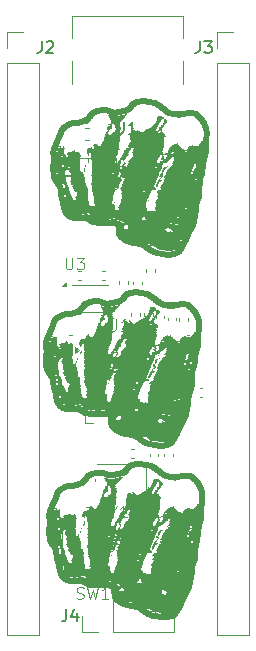
<source format=gbr>
%TF.GenerationSoftware,KiCad,Pcbnew,9.0.6*%
%TF.CreationDate,2026-01-03T15:13:42+00:00*%
%TF.ProjectId,Metaboard,4d657461-626f-4617-9264-2e6b69636164,rev?*%
%TF.SameCoordinates,Original*%
%TF.FileFunction,Legend,Top*%
%TF.FilePolarity,Positive*%
%FSLAX46Y46*%
G04 Gerber Fmt 4.6, Leading zero omitted, Abs format (unit mm)*
G04 Created by KiCad (PCBNEW 9.0.6) date 2026-01-03 15:13:42*
%MOMM*%
%LPD*%
G01*
G04 APERTURE LIST*
%ADD10C,0.100000*%
%ADD11C,0.150000*%
%ADD12C,0.300000*%
%ADD13C,0.120000*%
%ADD14C,0.000000*%
G04 APERTURE END LIST*
D10*
X107256265Y-114624800D02*
X107399122Y-114672419D01*
X107399122Y-114672419D02*
X107637217Y-114672419D01*
X107637217Y-114672419D02*
X107732455Y-114624800D01*
X107732455Y-114624800D02*
X107780074Y-114577180D01*
X107780074Y-114577180D02*
X107827693Y-114481942D01*
X107827693Y-114481942D02*
X107827693Y-114386704D01*
X107827693Y-114386704D02*
X107780074Y-114291466D01*
X107780074Y-114291466D02*
X107732455Y-114243847D01*
X107732455Y-114243847D02*
X107637217Y-114196228D01*
X107637217Y-114196228D02*
X107446741Y-114148609D01*
X107446741Y-114148609D02*
X107351503Y-114100990D01*
X107351503Y-114100990D02*
X107303884Y-114053371D01*
X107303884Y-114053371D02*
X107256265Y-113958133D01*
X107256265Y-113958133D02*
X107256265Y-113862895D01*
X107256265Y-113862895D02*
X107303884Y-113767657D01*
X107303884Y-113767657D02*
X107351503Y-113720038D01*
X107351503Y-113720038D02*
X107446741Y-113672419D01*
X107446741Y-113672419D02*
X107684836Y-113672419D01*
X107684836Y-113672419D02*
X107827693Y-113720038D01*
X108161027Y-113672419D02*
X108399122Y-114672419D01*
X108399122Y-114672419D02*
X108589598Y-113958133D01*
X108589598Y-113958133D02*
X108780074Y-114672419D01*
X108780074Y-114672419D02*
X109018170Y-113672419D01*
X109922931Y-114672419D02*
X109351503Y-114672419D01*
X109637217Y-114672419D02*
X109637217Y-113672419D01*
X109637217Y-113672419D02*
X109541979Y-113815276D01*
X109541979Y-113815276D02*
X109446741Y-113910514D01*
X109446741Y-113910514D02*
X109351503Y-113958133D01*
X110294360Y-107296228D02*
X110294360Y-107772419D01*
X109961027Y-106772419D02*
X110294360Y-107296228D01*
X110294360Y-107296228D02*
X110627693Y-106772419D01*
X111484836Y-107772419D02*
X110913408Y-107772419D01*
X111199122Y-107772419D02*
X111199122Y-106772419D01*
X111199122Y-106772419D02*
X111103884Y-106915276D01*
X111103884Y-106915276D02*
X111008646Y-107010514D01*
X111008646Y-107010514D02*
X110913408Y-107058133D01*
X110003884Y-90972419D02*
X110003884Y-91781942D01*
X110003884Y-91781942D02*
X110051503Y-91877180D01*
X110051503Y-91877180D02*
X110099122Y-91924800D01*
X110099122Y-91924800D02*
X110194360Y-91972419D01*
X110194360Y-91972419D02*
X110384836Y-91972419D01*
X110384836Y-91972419D02*
X110480074Y-91924800D01*
X110480074Y-91924800D02*
X110527693Y-91877180D01*
X110527693Y-91877180D02*
X110575312Y-91781942D01*
X110575312Y-91781942D02*
X110575312Y-90972419D01*
X111575312Y-91972419D02*
X111003884Y-91972419D01*
X111289598Y-91972419D02*
X111289598Y-90972419D01*
X111289598Y-90972419D02*
X111194360Y-91115276D01*
X111194360Y-91115276D02*
X111099122Y-91210514D01*
X111099122Y-91210514D02*
X111003884Y-91258133D01*
X106303884Y-85772419D02*
X106303884Y-86581942D01*
X106303884Y-86581942D02*
X106351503Y-86677180D01*
X106351503Y-86677180D02*
X106399122Y-86724800D01*
X106399122Y-86724800D02*
X106494360Y-86772419D01*
X106494360Y-86772419D02*
X106684836Y-86772419D01*
X106684836Y-86772419D02*
X106780074Y-86724800D01*
X106780074Y-86724800D02*
X106827693Y-86677180D01*
X106827693Y-86677180D02*
X106875312Y-86581942D01*
X106875312Y-86581942D02*
X106875312Y-85772419D01*
X107256265Y-85772419D02*
X107875312Y-85772419D01*
X107875312Y-85772419D02*
X107541979Y-86153371D01*
X107541979Y-86153371D02*
X107684836Y-86153371D01*
X107684836Y-86153371D02*
X107780074Y-86200990D01*
X107780074Y-86200990D02*
X107827693Y-86248609D01*
X107827693Y-86248609D02*
X107875312Y-86343847D01*
X107875312Y-86343847D02*
X107875312Y-86581942D01*
X107875312Y-86581942D02*
X107827693Y-86677180D01*
X107827693Y-86677180D02*
X107780074Y-86724800D01*
X107780074Y-86724800D02*
X107684836Y-86772419D01*
X107684836Y-86772419D02*
X107399122Y-86772419D01*
X107399122Y-86772419D02*
X107303884Y-86724800D01*
X107303884Y-86724800D02*
X107256265Y-86677180D01*
D11*
X117666666Y-67454819D02*
X117666666Y-68169104D01*
X117666666Y-68169104D02*
X117619047Y-68311961D01*
X117619047Y-68311961D02*
X117523809Y-68407200D01*
X117523809Y-68407200D02*
X117380952Y-68454819D01*
X117380952Y-68454819D02*
X117285714Y-68454819D01*
X118047619Y-67454819D02*
X118666666Y-67454819D01*
X118666666Y-67454819D02*
X118333333Y-67835771D01*
X118333333Y-67835771D02*
X118476190Y-67835771D01*
X118476190Y-67835771D02*
X118571428Y-67883390D01*
X118571428Y-67883390D02*
X118619047Y-67931009D01*
X118619047Y-67931009D02*
X118666666Y-68026247D01*
X118666666Y-68026247D02*
X118666666Y-68264342D01*
X118666666Y-68264342D02*
X118619047Y-68359580D01*
X118619047Y-68359580D02*
X118571428Y-68407200D01*
X118571428Y-68407200D02*
X118476190Y-68454819D01*
X118476190Y-68454819D02*
X118190476Y-68454819D01*
X118190476Y-68454819D02*
X118095238Y-68407200D01*
X118095238Y-68407200D02*
X118047619Y-68359580D01*
D12*
X110413172Y-78269157D02*
X110270315Y-78197728D01*
X110270315Y-78197728D02*
X110056029Y-78197728D01*
X110056029Y-78197728D02*
X109841743Y-78269157D01*
X109841743Y-78269157D02*
X109698886Y-78412014D01*
X109698886Y-78412014D02*
X109627457Y-78554871D01*
X109627457Y-78554871D02*
X109556029Y-78840585D01*
X109556029Y-78840585D02*
X109556029Y-79054871D01*
X109556029Y-79054871D02*
X109627457Y-79340585D01*
X109627457Y-79340585D02*
X109698886Y-79483442D01*
X109698886Y-79483442D02*
X109841743Y-79626300D01*
X109841743Y-79626300D02*
X110056029Y-79697728D01*
X110056029Y-79697728D02*
X110198886Y-79697728D01*
X110198886Y-79697728D02*
X110413172Y-79626300D01*
X110413172Y-79626300D02*
X110484600Y-79554871D01*
X110484600Y-79554871D02*
X110484600Y-79054871D01*
X110484600Y-79054871D02*
X110198886Y-79054871D01*
X111341743Y-78197728D02*
X111341743Y-78554871D01*
X110984600Y-78412014D02*
X111341743Y-78554871D01*
X111341743Y-78554871D02*
X111698886Y-78412014D01*
X111127457Y-78840585D02*
X111341743Y-78554871D01*
X111341743Y-78554871D02*
X111556029Y-78840585D01*
X112484600Y-78197728D02*
X112484600Y-78554871D01*
X112127457Y-78412014D02*
X112484600Y-78554871D01*
X112484600Y-78554871D02*
X112841743Y-78412014D01*
X112270314Y-78840585D02*
X112484600Y-78554871D01*
X112484600Y-78554871D02*
X112698886Y-78840585D01*
X113627457Y-78197728D02*
X113627457Y-78554871D01*
X113270314Y-78412014D02*
X113627457Y-78554871D01*
X113627457Y-78554871D02*
X113984600Y-78412014D01*
X113413171Y-78840585D02*
X113627457Y-78554871D01*
X113627457Y-78554871D02*
X113841743Y-78840585D01*
D11*
X104266666Y-67454819D02*
X104266666Y-68169104D01*
X104266666Y-68169104D02*
X104219047Y-68311961D01*
X104219047Y-68311961D02*
X104123809Y-68407200D01*
X104123809Y-68407200D02*
X103980952Y-68454819D01*
X103980952Y-68454819D02*
X103885714Y-68454819D01*
X104695238Y-67550057D02*
X104742857Y-67502438D01*
X104742857Y-67502438D02*
X104838095Y-67454819D01*
X104838095Y-67454819D02*
X105076190Y-67454819D01*
X105076190Y-67454819D02*
X105171428Y-67502438D01*
X105171428Y-67502438D02*
X105219047Y-67550057D01*
X105219047Y-67550057D02*
X105266666Y-67645295D01*
X105266666Y-67645295D02*
X105266666Y-67740533D01*
X105266666Y-67740533D02*
X105219047Y-67883390D01*
X105219047Y-67883390D02*
X104647619Y-68454819D01*
X104647619Y-68454819D02*
X105266666Y-68454819D01*
X106074819Y-78859404D02*
X106884342Y-78859404D01*
X106884342Y-78859404D02*
X106979580Y-78811785D01*
X106979580Y-78811785D02*
X107027200Y-78764166D01*
X107027200Y-78764166D02*
X107074819Y-78668928D01*
X107074819Y-78668928D02*
X107074819Y-78478452D01*
X107074819Y-78478452D02*
X107027200Y-78383214D01*
X107027200Y-78383214D02*
X106979580Y-78335595D01*
X106979580Y-78335595D02*
X106884342Y-78287976D01*
X106884342Y-78287976D02*
X106074819Y-78287976D01*
X106408152Y-77383214D02*
X107074819Y-77383214D01*
X106027200Y-77621309D02*
X106741485Y-77859404D01*
X106741485Y-77859404D02*
X106741485Y-77240357D01*
X106366666Y-115554819D02*
X106366666Y-116269104D01*
X106366666Y-116269104D02*
X106319047Y-116411961D01*
X106319047Y-116411961D02*
X106223809Y-116507200D01*
X106223809Y-116507200D02*
X106080952Y-116554819D01*
X106080952Y-116554819D02*
X105985714Y-116554819D01*
X107271428Y-115888152D02*
X107271428Y-116554819D01*
X107033333Y-115507200D02*
X106795238Y-116221485D01*
X106795238Y-116221485D02*
X107414285Y-116221485D01*
X111246666Y-74299819D02*
X111246666Y-75014104D01*
X111246666Y-75014104D02*
X111199047Y-75156961D01*
X111199047Y-75156961D02*
X111103809Y-75252200D01*
X111103809Y-75252200D02*
X110960952Y-75299819D01*
X110960952Y-75299819D02*
X110865714Y-75299819D01*
X112246666Y-75299819D02*
X111675238Y-75299819D01*
X111960952Y-75299819D02*
X111960952Y-74299819D01*
X111960952Y-74299819D02*
X111865714Y-74442676D01*
X111865714Y-74442676D02*
X111770476Y-74537914D01*
X111770476Y-74537914D02*
X111675238Y-74585533D01*
D12*
X109778172Y-94448957D02*
X109635315Y-94377528D01*
X109635315Y-94377528D02*
X109421029Y-94377528D01*
X109421029Y-94377528D02*
X109206743Y-94448957D01*
X109206743Y-94448957D02*
X109063886Y-94591814D01*
X109063886Y-94591814D02*
X108992457Y-94734671D01*
X108992457Y-94734671D02*
X108921029Y-95020385D01*
X108921029Y-95020385D02*
X108921029Y-95234671D01*
X108921029Y-95234671D02*
X108992457Y-95520385D01*
X108992457Y-95520385D02*
X109063886Y-95663242D01*
X109063886Y-95663242D02*
X109206743Y-95806100D01*
X109206743Y-95806100D02*
X109421029Y-95877528D01*
X109421029Y-95877528D02*
X109563886Y-95877528D01*
X109563886Y-95877528D02*
X109778172Y-95806100D01*
X109778172Y-95806100D02*
X109849600Y-95734671D01*
X109849600Y-95734671D02*
X109849600Y-95234671D01*
X109849600Y-95234671D02*
X109563886Y-95234671D01*
X110706743Y-94377528D02*
X110706743Y-94734671D01*
X110349600Y-94591814D02*
X110706743Y-94734671D01*
X110706743Y-94734671D02*
X111063886Y-94591814D01*
X110492457Y-95020385D02*
X110706743Y-94734671D01*
X110706743Y-94734671D02*
X110921029Y-95020385D01*
X111849600Y-94377528D02*
X111849600Y-94734671D01*
X111492457Y-94591814D02*
X111849600Y-94734671D01*
X111849600Y-94734671D02*
X112206743Y-94591814D01*
X111635314Y-95020385D02*
X111849600Y-94734671D01*
X111849600Y-94734671D02*
X112063886Y-95020385D01*
X112992457Y-94377528D02*
X112992457Y-94734671D01*
X112635314Y-94591814D02*
X112992457Y-94734671D01*
X112992457Y-94734671D02*
X113349600Y-94591814D01*
X112778171Y-95020385D02*
X112992457Y-94734671D01*
X112992457Y-94734671D02*
X113206743Y-95020385D01*
X110057572Y-108977757D02*
X109914715Y-108906328D01*
X109914715Y-108906328D02*
X109700429Y-108906328D01*
X109700429Y-108906328D02*
X109486143Y-108977757D01*
X109486143Y-108977757D02*
X109343286Y-109120614D01*
X109343286Y-109120614D02*
X109271857Y-109263471D01*
X109271857Y-109263471D02*
X109200429Y-109549185D01*
X109200429Y-109549185D02*
X109200429Y-109763471D01*
X109200429Y-109763471D02*
X109271857Y-110049185D01*
X109271857Y-110049185D02*
X109343286Y-110192042D01*
X109343286Y-110192042D02*
X109486143Y-110334900D01*
X109486143Y-110334900D02*
X109700429Y-110406328D01*
X109700429Y-110406328D02*
X109843286Y-110406328D01*
X109843286Y-110406328D02*
X110057572Y-110334900D01*
X110057572Y-110334900D02*
X110129000Y-110263471D01*
X110129000Y-110263471D02*
X110129000Y-109763471D01*
X110129000Y-109763471D02*
X109843286Y-109763471D01*
X110986143Y-108906328D02*
X110986143Y-109263471D01*
X110629000Y-109120614D02*
X110986143Y-109263471D01*
X110986143Y-109263471D02*
X111343286Y-109120614D01*
X110771857Y-109549185D02*
X110986143Y-109263471D01*
X110986143Y-109263471D02*
X111200429Y-109549185D01*
X112129000Y-108906328D02*
X112129000Y-109263471D01*
X111771857Y-109120614D02*
X112129000Y-109263471D01*
X112129000Y-109263471D02*
X112486143Y-109120614D01*
X111914714Y-109549185D02*
X112129000Y-109263471D01*
X112129000Y-109263471D02*
X112343286Y-109549185D01*
X113271857Y-108906328D02*
X113271857Y-109263471D01*
X112914714Y-109120614D02*
X113271857Y-109263471D01*
X113271857Y-109263471D02*
X113629000Y-109120614D01*
X113057571Y-109549185D02*
X113271857Y-109263471D01*
X113271857Y-109263471D02*
X113486143Y-109549185D01*
D13*
%TO.C,C10*%
X114640000Y-102392164D02*
X114640000Y-102607836D01*
X115360000Y-102392164D02*
X115360000Y-102607836D01*
%TO.C,C3*%
X116572164Y-92300000D02*
X116787836Y-92300000D01*
X116572164Y-93020000D02*
X116787836Y-93020000D01*
%TO.C,R3*%
X111880000Y-90436359D02*
X111880000Y-90743641D01*
X112640000Y-90436359D02*
X112640000Y-90743641D01*
%TO.C,C4*%
X114940000Y-91087836D02*
X114940000Y-90872164D01*
X115660000Y-91087836D02*
X115660000Y-90872164D01*
%TO.C,Y1*%
X113105000Y-103230000D02*
X108985000Y-103230000D01*
X113105000Y-106650000D02*
X113105000Y-103230000D01*
%TO.C,J3*%
X119110000Y-66690000D02*
X120490000Y-66690000D01*
X119110000Y-68070000D02*
X119110000Y-66690000D01*
X119110000Y-69340000D02*
X119110000Y-117710000D01*
X119110000Y-69340000D02*
X121870000Y-69340000D01*
X119110000Y-117710000D02*
X121870000Y-117710000D01*
X121870000Y-69340000D02*
X121870000Y-117710000D01*
%TO.C,R6*%
X108383641Y-106900000D02*
X108076359Y-106900000D01*
X108383641Y-107660000D02*
X108076359Y-107660000D01*
%TO.C,C11*%
X110840000Y-88007836D02*
X110840000Y-87792164D01*
X111560000Y-88007836D02*
X111560000Y-87792164D01*
%TO.C,SW1*%
X106030000Y-108630000D02*
X106330000Y-108630000D01*
X106030000Y-112770000D02*
X106030000Y-108630000D01*
X106330000Y-112770000D02*
X106030000Y-112770000D01*
X108870000Y-108630000D02*
X109170000Y-108630000D01*
X109170000Y-108630000D02*
X109170000Y-112770000D01*
X109170000Y-112770000D02*
X108870000Y-112770000D01*
D14*
%TO.C,G\u002A\u002A\u002A*%
G36*
X105904679Y-76251236D02*
G01*
X105896291Y-76259624D01*
X105887902Y-76251236D01*
X105896291Y-76242848D01*
X105904679Y-76251236D01*
G37*
G36*
X106626079Y-76939083D02*
G01*
X106617691Y-76947471D01*
X106609303Y-76939083D01*
X106617691Y-76930694D01*
X106626079Y-76939083D01*
G37*
G36*
X107162935Y-80277656D02*
G01*
X107154547Y-80286044D01*
X107146159Y-80277656D01*
X107154547Y-80269268D01*
X107162935Y-80277656D01*
G37*
G36*
X107917889Y-77475939D02*
G01*
X107909501Y-77484327D01*
X107901112Y-77475939D01*
X107909501Y-77467550D01*
X107917889Y-77475939D01*
G37*
G36*
X108068880Y-77475939D02*
G01*
X108060491Y-77484327D01*
X108052103Y-77475939D01*
X108060491Y-77467550D01*
X108068880Y-77475939D01*
G37*
G36*
X110837044Y-80009228D02*
G01*
X110828655Y-80017616D01*
X110820267Y-80009228D01*
X110828655Y-80000840D01*
X110837044Y-80009228D01*
G37*
G36*
X112095300Y-74875542D02*
G01*
X112086912Y-74883931D01*
X112078523Y-74875542D01*
X112086912Y-74867154D01*
X112095300Y-74875542D01*
G37*
G36*
X114779580Y-73969598D02*
G01*
X114771192Y-73977986D01*
X114762803Y-73969598D01*
X114771192Y-73961210D01*
X114779580Y-73969598D01*
G37*
G36*
X114980901Y-78029571D02*
G01*
X114972513Y-78037960D01*
X114964124Y-78029571D01*
X114972513Y-78021183D01*
X114980901Y-78029571D01*
G37*
G36*
X116088166Y-76419003D02*
G01*
X116079778Y-76427392D01*
X116071390Y-76419003D01*
X116079778Y-76410615D01*
X116088166Y-76419003D01*
G37*
G36*
X107040182Y-76575237D02*
G01*
X107042182Y-76601457D01*
X107038857Y-76607392D01*
X107031232Y-76602389D01*
X107030046Y-76585373D01*
X107034143Y-76567472D01*
X107040182Y-76575237D01*
G37*
G36*
X107090236Y-76533645D02*
G01*
X107087933Y-76543618D01*
X107079052Y-76544829D01*
X107065242Y-76538691D01*
X107067867Y-76533645D01*
X107087777Y-76531637D01*
X107090236Y-76533645D01*
G37*
G36*
X107670432Y-74872820D02*
G01*
X107672540Y-74878943D01*
X107649461Y-74881282D01*
X107625644Y-74878645D01*
X107628490Y-74872820D01*
X107662838Y-74870604D01*
X107670432Y-74872820D01*
G37*
G36*
X107878743Y-77909338D02*
G01*
X107876440Y-77919312D01*
X107867559Y-77920523D01*
X107853750Y-77914384D01*
X107856374Y-77909338D01*
X107876284Y-77907330D01*
X107878743Y-77909338D01*
G37*
G36*
X107946899Y-77440638D02*
G01*
X107941895Y-77448263D01*
X107924879Y-77449449D01*
X107906978Y-77445352D01*
X107914743Y-77439313D01*
X107940963Y-77437313D01*
X107946899Y-77440638D01*
G37*
G36*
X108499409Y-76372867D02*
G01*
X108501625Y-76407215D01*
X108499409Y-76414809D01*
X108493286Y-76416917D01*
X108490948Y-76393838D01*
X108493584Y-76370022D01*
X108499409Y-76372867D01*
G37*
G36*
X110630130Y-77708017D02*
G01*
X110632138Y-77727927D01*
X110630130Y-77730386D01*
X110620157Y-77728083D01*
X110618946Y-77719202D01*
X110625084Y-77705392D01*
X110630130Y-77708017D01*
G37*
G36*
X110797898Y-76684635D02*
G01*
X110795595Y-76694609D01*
X110786713Y-76695820D01*
X110772904Y-76689681D01*
X110775529Y-76684635D01*
X110795439Y-76682627D01*
X110797898Y-76684635D01*
G37*
G36*
X110865005Y-79956102D02*
G01*
X110867013Y-79976012D01*
X110865005Y-79978471D01*
X110855031Y-79976168D01*
X110853820Y-79967286D01*
X110859959Y-79953477D01*
X110865005Y-79956102D01*
G37*
G36*
X110982442Y-74470104D02*
G01*
X110984450Y-74490014D01*
X110982442Y-74492473D01*
X110972468Y-74490170D01*
X110971258Y-74481289D01*
X110977396Y-74467480D01*
X110982442Y-74470104D01*
G37*
G36*
X111821206Y-76691626D02*
G01*
X111823422Y-76725973D01*
X111821206Y-76733568D01*
X111815083Y-76735675D01*
X111812744Y-76712597D01*
X111815381Y-76688780D01*
X111821206Y-76691626D01*
G37*
G36*
X111855109Y-75199543D02*
G01*
X111857109Y-75225763D01*
X111853785Y-75231699D01*
X111846159Y-75226695D01*
X111844973Y-75209679D01*
X111849070Y-75191778D01*
X111855109Y-75199543D01*
G37*
G36*
X112894992Y-82489391D02*
G01*
X112892689Y-82499365D01*
X112883807Y-82500575D01*
X112869998Y-82494437D01*
X112872623Y-82489391D01*
X112892533Y-82487383D01*
X112894992Y-82489391D01*
G37*
G36*
X112962099Y-82489391D02*
G01*
X112959796Y-82499365D01*
X112950914Y-82500575D01*
X112937105Y-82494437D01*
X112939730Y-82489391D01*
X112959640Y-82487383D01*
X112962099Y-82489391D01*
G37*
G36*
X113633169Y-80308413D02*
G01*
X113635177Y-80328323D01*
X113633169Y-80330782D01*
X113623195Y-80328479D01*
X113621984Y-80319598D01*
X113628123Y-80305789D01*
X113633169Y-80308413D01*
G37*
G36*
X113633445Y-80249345D02*
G01*
X113635445Y-80275565D01*
X113632120Y-80281501D01*
X113624495Y-80276497D01*
X113623309Y-80259481D01*
X113627406Y-80241580D01*
X113633445Y-80249345D01*
G37*
G36*
X114740434Y-77154384D02*
G01*
X114742442Y-77174294D01*
X114740434Y-77176753D01*
X114730460Y-77174450D01*
X114729250Y-77165569D01*
X114735388Y-77151760D01*
X114740434Y-77154384D01*
G37*
G36*
X114824318Y-77875785D02*
G01*
X114822015Y-77885758D01*
X114813133Y-77886969D01*
X114799324Y-77880831D01*
X114801949Y-77875785D01*
X114821859Y-77873777D01*
X114824318Y-77875785D01*
G37*
G36*
X114857871Y-77825454D02*
G01*
X114859879Y-77845364D01*
X114857871Y-77847823D01*
X114847898Y-77845520D01*
X114846687Y-77836639D01*
X114852825Y-77822830D01*
X114857871Y-77825454D01*
G37*
G36*
X106540303Y-76810069D02*
G01*
X106542196Y-76821645D01*
X106533137Y-76843971D01*
X106525419Y-76846811D01*
X106510535Y-76833222D01*
X106508642Y-76821645D01*
X106517701Y-76799319D01*
X106525419Y-76796480D01*
X106540303Y-76810069D01*
G37*
G36*
X107795714Y-78294036D02*
G01*
X107798474Y-78343651D01*
X107795485Y-78377920D01*
X107791555Y-78384671D01*
X107789023Y-78362690D01*
X107788473Y-78331553D01*
X107789729Y-78293488D01*
X107792735Y-78282354D01*
X107795714Y-78294036D01*
G37*
G36*
X108030389Y-77782114D02*
G01*
X108033165Y-77831002D01*
X108030389Y-77857610D01*
X108026241Y-77865560D01*
X108023608Y-77844482D01*
X108023119Y-77819862D01*
X108024428Y-77783577D01*
X108027774Y-77773616D01*
X108030389Y-77782114D01*
G37*
G36*
X108063668Y-77052326D02*
G01*
X108066277Y-77094875D01*
X108063668Y-77111044D01*
X108058805Y-77116266D01*
X108056158Y-77093068D01*
X108055995Y-77081685D01*
X108057744Y-77051163D01*
X108062099Y-77047566D01*
X108063668Y-77052326D01*
G37*
G36*
X110395636Y-80994862D02*
G01*
X110398245Y-81037412D01*
X110395636Y-81053581D01*
X110390773Y-81058802D01*
X110388126Y-81035604D01*
X110387964Y-81024221D01*
X110389713Y-80993699D01*
X110394068Y-80990102D01*
X110395636Y-80994862D01*
G37*
G36*
X111474073Y-83234742D02*
G01*
X111474560Y-83238752D01*
X111461793Y-83255042D01*
X111457783Y-83255529D01*
X111441494Y-83242763D01*
X111441007Y-83238752D01*
X111453773Y-83222463D01*
X111457783Y-83221976D01*
X111474073Y-83234742D01*
G37*
G36*
X111507626Y-83083752D02*
G01*
X111508114Y-83087762D01*
X111495347Y-83104051D01*
X111491337Y-83104538D01*
X111475048Y-83091772D01*
X111474560Y-83087762D01*
X111487327Y-83071472D01*
X111491337Y-83070985D01*
X111507626Y-83083752D01*
G37*
G36*
X111557956Y-73604888D02*
G01*
X111558444Y-73608898D01*
X111545677Y-73625187D01*
X111541667Y-73625675D01*
X111525378Y-73612908D01*
X111524890Y-73608898D01*
X111537657Y-73592609D01*
X111541667Y-73592121D01*
X111557956Y-73604888D01*
G37*
G36*
X111557956Y-83234742D02*
G01*
X111558444Y-83238752D01*
X111545677Y-83255042D01*
X111541667Y-83255529D01*
X111525378Y-83242763D01*
X111524890Y-83238752D01*
X111537657Y-83222463D01*
X111541667Y-83221976D01*
X111557956Y-83234742D01*
G37*
G36*
X112055455Y-74823849D02*
G01*
X112061746Y-74833601D01*
X112047695Y-74847231D01*
X112028193Y-74850377D01*
X112000931Y-74843352D01*
X111994639Y-74833601D01*
X112008691Y-74819970D01*
X112028193Y-74816824D01*
X112055455Y-74823849D01*
G37*
G36*
X112967008Y-82412093D02*
G01*
X112967691Y-82416692D01*
X112961967Y-82433032D01*
X112960293Y-82433468D01*
X112945969Y-82421712D01*
X112942526Y-82416692D01*
X112943856Y-82401232D01*
X112949924Y-82399915D01*
X112967008Y-82412093D01*
G37*
G36*
X113957032Y-84979524D02*
G01*
X113957519Y-84983535D01*
X113944752Y-84999824D01*
X113940742Y-85000311D01*
X113924453Y-84987545D01*
X113923966Y-84983535D01*
X113936732Y-84967245D01*
X113940742Y-84966758D01*
X113957032Y-84979524D01*
G37*
G36*
X114040915Y-79963276D02*
G01*
X114041403Y-79967286D01*
X114028636Y-79983575D01*
X114024626Y-79984063D01*
X114008337Y-79971296D01*
X114007849Y-79967286D01*
X114020616Y-79950997D01*
X114024626Y-79950509D01*
X114040915Y-79963276D01*
G37*
G36*
X114477111Y-85130515D02*
G01*
X114477598Y-85134525D01*
X114464832Y-85150814D01*
X114460822Y-85151302D01*
X114444532Y-85138535D01*
X114444045Y-85134525D01*
X114456812Y-85118236D01*
X114460822Y-85117749D01*
X114477111Y-85130515D01*
G37*
G36*
X108474559Y-77067829D02*
G01*
X108474808Y-77069103D01*
X108478907Y-77105046D01*
X108474040Y-77114261D01*
X108462202Y-77093631D01*
X108461024Y-77090627D01*
X108456682Y-77055252D01*
X108458775Y-77044491D01*
X108466305Y-77042620D01*
X108474559Y-77067829D01*
G37*
G36*
X113328404Y-80923582D02*
G01*
X113332988Y-80954481D01*
X113320981Y-80987560D01*
X113299051Y-81006703D01*
X113293707Y-81007445D01*
X113272725Y-80993899D01*
X113269672Y-80981081D01*
X113278369Y-80951197D01*
X113298023Y-80926898D01*
X113318985Y-80917633D01*
X113328404Y-80923582D01*
G37*
G36*
X110600820Y-80222315D02*
G01*
X110600845Y-80223132D01*
X110596554Y-80256579D01*
X110585392Y-80269268D01*
X110571762Y-80283319D01*
X110568616Y-80302821D01*
X110561590Y-80330083D01*
X110551839Y-80336375D01*
X110540750Y-80321627D01*
X110535207Y-80285362D01*
X110535062Y-80277656D01*
X110541142Y-80233035D01*
X110558829Y-80218937D01*
X110585769Y-80206253D01*
X110591058Y-80197966D01*
X110597366Y-80196562D01*
X110600820Y-80222315D01*
G37*
G36*
X108277810Y-77347228D02*
G01*
X108284902Y-77396562D01*
X108286978Y-77460534D01*
X108289181Y-77510643D01*
X108294855Y-77543658D01*
X108300186Y-77551434D01*
X108310582Y-77566047D01*
X108317189Y-77601244D01*
X108317229Y-77601764D01*
X108315338Y-77636995D01*
X108305451Y-77652086D01*
X108305151Y-77652095D01*
X108288297Y-77666041D01*
X108277506Y-77689060D01*
X108263751Y-77721014D01*
X108240125Y-77749376D01*
X108198834Y-77784169D01*
X108182200Y-77794498D01*
X108173432Y-77787902D01*
X108170045Y-77758453D01*
X108169540Y-77714266D01*
X108172162Y-77662308D01*
X108178920Y-77626170D01*
X108185389Y-77615745D01*
X108194986Y-77597253D01*
X108202490Y-77555857D01*
X108205164Y-77522075D01*
X108209727Y-77472849D01*
X108217236Y-77440881D01*
X108222869Y-77433997D01*
X108233728Y-77419752D01*
X108236904Y-77396249D01*
X108243195Y-77355723D01*
X108251346Y-77336124D01*
X108266382Y-77326234D01*
X108277810Y-77347228D01*
G37*
G36*
X108033744Y-77942683D02*
G01*
X108034002Y-77949882D01*
X108030397Y-77986965D01*
X108019841Y-78004244D01*
X108018550Y-78004406D01*
X108007461Y-78019154D01*
X108001918Y-78055419D01*
X108001773Y-78063125D01*
X107996585Y-78106048D01*
X107979625Y-78121583D01*
X107975847Y-78121844D01*
X107958987Y-78129405D01*
X107957120Y-78157312D01*
X107960178Y-78176511D01*
X107957321Y-78247528D01*
X107944265Y-78281365D01*
X107928871Y-78327997D01*
X107919410Y-78389585D01*
X107917992Y-78420829D01*
X107911420Y-78487297D01*
X107893660Y-78534869D01*
X107867396Y-78557160D01*
X107860369Y-78558039D01*
X107855118Y-78542862D01*
X107851635Y-78503715D01*
X107850782Y-78465767D01*
X107853540Y-78415236D01*
X107860654Y-78381720D01*
X107867559Y-78373495D01*
X107877188Y-78358419D01*
X107883256Y-78319925D01*
X107884336Y-78290809D01*
X107890108Y-78227954D01*
X107905993Y-78187029D01*
X107909501Y-78182959D01*
X107927765Y-78148523D01*
X107934666Y-78106265D01*
X107939421Y-78070412D01*
X107950916Y-78054762D01*
X107951443Y-78054737D01*
X107962531Y-78039989D01*
X107968074Y-78003724D01*
X107968219Y-77996018D01*
X107974300Y-77951397D01*
X107991986Y-77937299D01*
X108018927Y-77924615D01*
X108024215Y-77916328D01*
X108030126Y-77916119D01*
X108033744Y-77942683D01*
G37*
G36*
X114938728Y-78058201D02*
G01*
X114935294Y-78075184D01*
X114912992Y-78105239D01*
X114879431Y-78140826D01*
X114842220Y-78174404D01*
X114808968Y-78198435D01*
X114789852Y-78205727D01*
X114767721Y-78219636D01*
X114742502Y-78253268D01*
X114721618Y-78294480D01*
X114712489Y-78331129D01*
X114712473Y-78332336D01*
X114698973Y-78355828D01*
X114686896Y-78362943D01*
X114669118Y-78383830D01*
X114671634Y-78413858D01*
X114675471Y-78462869D01*
X114664317Y-78503049D01*
X114641703Y-78523648D01*
X114635282Y-78524486D01*
X114604677Y-78537419D01*
X114567669Y-78569148D01*
X114534024Y-78609070D01*
X114513506Y-78646579D01*
X114511152Y-78659278D01*
X114518288Y-78686224D01*
X114527929Y-78692253D01*
X114540483Y-78706626D01*
X114544705Y-78734722D01*
X114553591Y-78770451D01*
X114569871Y-78786847D01*
X114587055Y-78805992D01*
X114594611Y-78837106D01*
X114591299Y-78865556D01*
X114577496Y-78876797D01*
X114554002Y-78888271D01*
X114521972Y-78915293D01*
X114492804Y-78946766D01*
X114477899Y-78971591D01*
X114477598Y-78974053D01*
X114464193Y-78990690D01*
X114430791Y-79013829D01*
X114418435Y-79020813D01*
X114369920Y-79058245D01*
X114343339Y-79112057D01*
X114341819Y-79117485D01*
X114332702Y-79164778D01*
X114332036Y-79200543D01*
X114333349Y-79205702D01*
X114352415Y-79220605D01*
X114386244Y-79228159D01*
X114420853Y-79227527D01*
X114442259Y-79217871D01*
X114444045Y-79212332D01*
X114458096Y-79198702D01*
X114477598Y-79195556D01*
X114504924Y-79206046D01*
X114511152Y-79220721D01*
X114500817Y-79247122D01*
X114476983Y-79279853D01*
X114450406Y-79305823D01*
X114435323Y-79312993D01*
X114417182Y-79321185D01*
X114381158Y-79341952D01*
X114360161Y-79354935D01*
X114313061Y-79380387D01*
X114272392Y-79395276D01*
X114260889Y-79396877D01*
X114239572Y-79401650D01*
X114233712Y-79422163D01*
X114237585Y-79455595D01*
X114239908Y-79499386D01*
X114227641Y-79514297D01*
X114226944Y-79514314D01*
X114194651Y-79528124D01*
X114167617Y-79559739D01*
X114158840Y-79588611D01*
X114150142Y-79611695D01*
X114142063Y-79614974D01*
X114131389Y-79629819D01*
X114125619Y-79666739D01*
X114125287Y-79679514D01*
X114115860Y-79736016D01*
X114091614Y-79780068D01*
X114058601Y-79806392D01*
X114022870Y-79809705D01*
X113996275Y-79792104D01*
X113984164Y-79768345D01*
X113986489Y-79759364D01*
X113982017Y-79750868D01*
X113967931Y-79749188D01*
X113950210Y-79743119D01*
X113942848Y-79719595D01*
X113942929Y-79707247D01*
X113957519Y-79707247D01*
X113965908Y-79715635D01*
X113974296Y-79707247D01*
X113965908Y-79698858D01*
X113957519Y-79707247D01*
X113942929Y-79707247D01*
X113943155Y-79672714D01*
X113948261Y-79625170D01*
X113956579Y-79593605D01*
X113960705Y-79587840D01*
X113972080Y-79566014D01*
X113974296Y-79546877D01*
X113981512Y-79520158D01*
X113991073Y-79514314D01*
X114004951Y-79500345D01*
X114007849Y-79482555D01*
X114018818Y-79451587D01*
X114031533Y-79441709D01*
X114052386Y-79421015D01*
X114061552Y-79403867D01*
X114158840Y-79403867D01*
X114172348Y-79426978D01*
X114185403Y-79430430D01*
X114204970Y-79420675D01*
X114205326Y-79410508D01*
X114188627Y-79388353D01*
X114168524Y-79385536D01*
X114158840Y-79403867D01*
X114061552Y-79403867D01*
X114073426Y-79381654D01*
X114076845Y-79372807D01*
X114093958Y-79334261D01*
X114109178Y-79313930D01*
X114111880Y-79312993D01*
X114122781Y-79298913D01*
X114125287Y-79279439D01*
X114131558Y-79252166D01*
X114140245Y-79245886D01*
X114155014Y-79231668D01*
X114165729Y-79203944D01*
X114186338Y-79169278D01*
X114209490Y-79162002D01*
X114237306Y-79149982D01*
X114242724Y-79128449D01*
X114248995Y-79101176D01*
X114257682Y-79094895D01*
X114272451Y-79080677D01*
X114283167Y-79052953D01*
X114295751Y-79021558D01*
X114307584Y-79011011D01*
X114333649Y-78998299D01*
X114368946Y-78965870D01*
X114404649Y-78922283D01*
X114415118Y-78906747D01*
X114436456Y-78858693D01*
X114443490Y-78811087D01*
X114435192Y-78775804D01*
X114427140Y-78767669D01*
X114404001Y-78769858D01*
X114377691Y-78790238D01*
X114361232Y-78817610D01*
X114360161Y-78825269D01*
X114347272Y-78842507D01*
X114342186Y-78843244D01*
X114313726Y-78855952D01*
X114286696Y-78883844D01*
X114276277Y-78909153D01*
X114264216Y-78926400D01*
X114259501Y-78927128D01*
X114244617Y-78913539D01*
X114242724Y-78901963D01*
X114250129Y-78879614D01*
X114256393Y-78876797D01*
X114272615Y-78862631D01*
X114292947Y-78827844D01*
X114312030Y-78784005D01*
X114324505Y-78742684D01*
X114326608Y-78725237D01*
X114333742Y-78698286D01*
X114343384Y-78692253D01*
X114355996Y-78677896D01*
X114360161Y-78650311D01*
X114364548Y-78621948D01*
X114384290Y-78610336D01*
X114418880Y-78608369D01*
X114477598Y-78608369D01*
X114477598Y-78490932D01*
X114479554Y-78433052D01*
X114484702Y-78391109D01*
X114491960Y-78373588D01*
X114492556Y-78373495D01*
X114507326Y-78359277D01*
X114518041Y-78331553D01*
X114531513Y-78300132D01*
X114545025Y-78289611D01*
X114558397Y-78275557D01*
X114561482Y-78256058D01*
X114568508Y-78228796D01*
X114578259Y-78222504D01*
X114594166Y-78209447D01*
X114595036Y-78203383D01*
X114609083Y-78176192D01*
X114642036Y-78151477D01*
X114680115Y-78139290D01*
X114683114Y-78139154D01*
X114707991Y-78146597D01*
X114712473Y-78155397D01*
X114724709Y-78171034D01*
X114754992Y-78169847D01*
X114793680Y-78153969D01*
X114826277Y-78130232D01*
X114861216Y-78102454D01*
X114888366Y-78088632D01*
X114891254Y-78088290D01*
X114914373Y-78074988D01*
X114918487Y-78067319D01*
X114932470Y-78055150D01*
X114938728Y-78058201D01*
G37*
G36*
X112955412Y-72290782D02*
G01*
X113042208Y-72292793D01*
X113117595Y-72296430D01*
X113175309Y-72301695D01*
X113209087Y-72308587D01*
X113215141Y-72312894D01*
X113236362Y-72325926D01*
X113289624Y-72332729D01*
X113338177Y-72333865D01*
X113397884Y-72336106D01*
X113439079Y-72342101D01*
X113454217Y-72350642D01*
X113469350Y-72360107D01*
X113508222Y-72366432D01*
X113542295Y-72367952D01*
X113603162Y-72373176D01*
X113650530Y-72386137D01*
X113662938Y-72393117D01*
X113700189Y-72408824D01*
X113752336Y-72417279D01*
X113766803Y-72417749D01*
X113813185Y-72421374D01*
X113843827Y-72430459D01*
X113848470Y-72434525D01*
X113870201Y-72444718D01*
X113912738Y-72450671D01*
X113933344Y-72451302D01*
X113978023Y-72454676D01*
X114004617Y-72463200D01*
X114007849Y-72468079D01*
X114021901Y-72481710D01*
X114041403Y-72484856D01*
X114068676Y-72491127D01*
X114074956Y-72499814D01*
X114089175Y-72514583D01*
X114116898Y-72525298D01*
X114148320Y-72538770D01*
X114158840Y-72552282D01*
X114172927Y-72565554D01*
X114193156Y-72568739D01*
X114227964Y-72580112D01*
X114266432Y-72607781D01*
X114269414Y-72610681D01*
X114304225Y-72639033D01*
X114333418Y-72652457D01*
X114335759Y-72652623D01*
X114357591Y-72661927D01*
X114360161Y-72669400D01*
X114374213Y-72683031D01*
X114393715Y-72686177D01*
X114420976Y-72693202D01*
X114427268Y-72702953D01*
X114440857Y-72717837D01*
X114452433Y-72719730D01*
X114474768Y-72728189D01*
X114477598Y-72735376D01*
X114491535Y-72752042D01*
X114514358Y-72762689D01*
X114545665Y-72780865D01*
X114588328Y-72815695D01*
X114621395Y-72847704D01*
X114661824Y-72886743D01*
X114695162Y-72913348D01*
X114711253Y-72921051D01*
X114732658Y-72932087D01*
X114768903Y-72960835D01*
X114806612Y-72995757D01*
X114851715Y-73036903D01*
X114892079Y-73068079D01*
X114914869Y-73080771D01*
X114941408Y-73095849D01*
X114947347Y-73106726D01*
X114960301Y-73121747D01*
X114965323Y-73122372D01*
X114991114Y-73133630D01*
X115018214Y-73158079D01*
X115031220Y-73181727D01*
X115031231Y-73182237D01*
X115044833Y-73203547D01*
X115076038Y-73225463D01*
X115110446Y-73238510D01*
X115117911Y-73239276D01*
X115145225Y-73246225D01*
X115151465Y-73252392D01*
X115172842Y-73270842D01*
X115215056Y-73291701D01*
X115266148Y-73310292D01*
X115314157Y-73321936D01*
X115333782Y-73323693D01*
X115368874Y-73328604D01*
X115383543Y-73340417D01*
X115383543Y-73340470D01*
X115398824Y-73349406D01*
X115438744Y-73355465D01*
X115484203Y-73357247D01*
X115537821Y-73359793D01*
X115574172Y-73366447D01*
X115584864Y-73374023D01*
X115601206Y-73380636D01*
X115648546Y-73385724D01*
X115724357Y-73389132D01*
X115826114Y-73390707D01*
X115861680Y-73390800D01*
X115970798Y-73389810D01*
X116054737Y-73386941D01*
X116110970Y-73382346D01*
X116136970Y-73376179D01*
X116138497Y-73374023D01*
X116153657Y-73364793D01*
X116192725Y-73358699D01*
X116229779Y-73357247D01*
X116282319Y-73354392D01*
X116319996Y-73347053D01*
X116331429Y-73340470D01*
X116352916Y-73330763D01*
X116396129Y-73324705D01*
X116425230Y-73323693D01*
X116489336Y-73318340D01*
X116550910Y-73304901D01*
X116568892Y-73298528D01*
X116613332Y-73287497D01*
X116681477Y-73279471D01*
X116765546Y-73274450D01*
X116857760Y-73272433D01*
X116950338Y-73273421D01*
X117035501Y-73277413D01*
X117105469Y-73284410D01*
X117152462Y-73294412D01*
X117161878Y-73298528D01*
X117204518Y-73313372D01*
X117261743Y-73322148D01*
X117283510Y-73323099D01*
X117329973Y-73326613D01*
X117358692Y-73334887D01*
X117363199Y-73340470D01*
X117377251Y-73354101D01*
X117396753Y-73357247D01*
X117424069Y-73362531D01*
X117430369Y-73369829D01*
X117444544Y-73382831D01*
X117480708Y-73402252D01*
X117508835Y-73414661D01*
X117546839Y-73434915D01*
X117594069Y-73469159D01*
X117653743Y-73520154D01*
X117729081Y-73590654D01*
X117823301Y-73683419D01*
X117827531Y-73687654D01*
X117900489Y-73761925D01*
X117964534Y-73829369D01*
X118016081Y-73886027D01*
X118051545Y-73927935D01*
X118067340Y-73951132D01*
X118067823Y-73953192D01*
X118077000Y-73975279D01*
X118084600Y-73977986D01*
X118099484Y-73991575D01*
X118101377Y-74003151D01*
X118110266Y-74025480D01*
X118117834Y-74028317D01*
X118133735Y-74042552D01*
X118144817Y-74070258D01*
X118157771Y-74101665D01*
X118170302Y-74112200D01*
X118182632Y-74126206D01*
X118185260Y-74144356D01*
X118190946Y-74173741D01*
X118197843Y-74182103D01*
X118215147Y-74201355D01*
X118237126Y-74238980D01*
X118257111Y-74281773D01*
X118268433Y-74316532D01*
X118269144Y-74323269D01*
X118278650Y-74344708D01*
X118285921Y-74347075D01*
X118299552Y-74361126D01*
X118302698Y-74380628D01*
X118308833Y-74407903D01*
X118317330Y-74414182D01*
X118328845Y-74429001D01*
X118339871Y-74466040D01*
X118342693Y-74481289D01*
X118353066Y-74523243D01*
X118365963Y-74546644D01*
X118370003Y-74548396D01*
X118383473Y-74562449D01*
X118386581Y-74581949D01*
X118393607Y-74609211D01*
X118403358Y-74615503D01*
X118413555Y-74630456D01*
X118419506Y-74668107D01*
X118420135Y-74687643D01*
X118424204Y-74736633D01*
X118434385Y-74772040D01*
X118438719Y-74778367D01*
X118449555Y-74803798D01*
X118459589Y-74851947D01*
X118466181Y-74907548D01*
X118472676Y-74963500D01*
X118481116Y-75003275D01*
X118489539Y-75018145D01*
X118494578Y-75033954D01*
X118498854Y-75077515D01*
X118502034Y-75143029D01*
X118503784Y-75224699D01*
X118504019Y-75269796D01*
X118503118Y-75357370D01*
X118500636Y-75431690D01*
X118496904Y-75486957D01*
X118492251Y-75517371D01*
X118489681Y-75521447D01*
X118482836Y-75537037D01*
X118475758Y-75579102D01*
X118469432Y-75640585D01*
X118465996Y-75691090D01*
X118460332Y-75764433D01*
X118452582Y-75825732D01*
X118443937Y-75866879D01*
X118438392Y-75878990D01*
X118432702Y-75899969D01*
X118428101Y-75950903D01*
X118424566Y-76032513D01*
X118422075Y-76145517D01*
X118420605Y-76290637D01*
X118420135Y-76464301D01*
X118419643Y-76634093D01*
X118418187Y-76775024D01*
X118415794Y-76886155D01*
X118412492Y-76966546D01*
X118408309Y-77015258D01*
X118403358Y-77031355D01*
X118394110Y-77046511D01*
X118388017Y-77085554D01*
X118386581Y-77122229D01*
X118383431Y-77174864D01*
X118375230Y-77210224D01*
X118368154Y-77219245D01*
X118355583Y-77238136D01*
X118344592Y-77279110D01*
X118340807Y-77304527D01*
X118332826Y-77350770D01*
X118322571Y-77379274D01*
X118317292Y-77383667D01*
X118307644Y-77398421D01*
X118302823Y-77434700D01*
X118302698Y-77442385D01*
X118298484Y-77481196D01*
X118288122Y-77500597D01*
X118285921Y-77501104D01*
X118275837Y-77516082D01*
X118269855Y-77553903D01*
X118269144Y-77575201D01*
X118265158Y-77621658D01*
X118255082Y-77651223D01*
X118249831Y-77655736D01*
X118238069Y-77674647D01*
X118227752Y-77716827D01*
X118222588Y-77757795D01*
X118215978Y-77809350D01*
X118207055Y-77844067D01*
X118199960Y-77853416D01*
X118192207Y-77868656D01*
X118186881Y-77908271D01*
X118185260Y-77954076D01*
X118182713Y-78007694D01*
X118176060Y-78044044D01*
X118168484Y-78054737D01*
X118161246Y-78070890D01*
X118155738Y-78116918D01*
X118152257Y-78189171D01*
X118151112Y-78268640D01*
X118149384Y-78373035D01*
X118144596Y-78448252D01*
X118136338Y-78498562D01*
X118126542Y-78524486D01*
X118111698Y-78567125D01*
X118102922Y-78624351D01*
X118101971Y-78646117D01*
X118098456Y-78692581D01*
X118090183Y-78721300D01*
X118084600Y-78725807D01*
X118074516Y-78740784D01*
X118068534Y-78778606D01*
X118067823Y-78799904D01*
X118065238Y-78845915D01*
X118058721Y-78875145D01*
X118055240Y-78879594D01*
X118038569Y-78899388D01*
X118017929Y-78939042D01*
X117998654Y-78986179D01*
X117986073Y-79028419D01*
X117983939Y-79045134D01*
X117976805Y-79072085D01*
X117967163Y-79078118D01*
X117956074Y-79092866D01*
X117950531Y-79129131D01*
X117950386Y-79136837D01*
X117946172Y-79175648D01*
X117935811Y-79195048D01*
X117933609Y-79195556D01*
X117926838Y-79211857D01*
X117921672Y-79258918D01*
X117918288Y-79333976D01*
X117916866Y-79434268D01*
X117916832Y-79454397D01*
X117916210Y-79558093D01*
X117914053Y-79633167D01*
X117909925Y-79684534D01*
X117903392Y-79717107D01*
X117894017Y-79735802D01*
X117891667Y-79738403D01*
X117883390Y-79751662D01*
X117877085Y-79775435D01*
X117872505Y-79813754D01*
X117869406Y-79870649D01*
X117867540Y-79950153D01*
X117866661Y-80056295D01*
X117866502Y-80150632D01*
X117865787Y-80285474D01*
X117863688Y-80393203D01*
X117860274Y-80472218D01*
X117855615Y-80520916D01*
X117849780Y-80537694D01*
X117849725Y-80537696D01*
X117841119Y-80553213D01*
X117835172Y-80594802D01*
X117832949Y-80655019D01*
X117832949Y-80655133D01*
X117830993Y-80713013D01*
X117825845Y-80754956D01*
X117818587Y-80772477D01*
X117817990Y-80772570D01*
X117803221Y-80786788D01*
X117792506Y-80814512D01*
X117779034Y-80845933D01*
X117765522Y-80856454D01*
X117754644Y-80871203D01*
X117749207Y-80907470D01*
X117749065Y-80915173D01*
X117744851Y-80953984D01*
X117734490Y-80973384D01*
X117732288Y-80973891D01*
X117721199Y-80988639D01*
X117715656Y-81024904D01*
X117715511Y-81032610D01*
X117711488Y-81071424D01*
X117701595Y-81090822D01*
X117699495Y-81091328D01*
X117686182Y-81105994D01*
X117674104Y-81142084D01*
X117672462Y-81150047D01*
X117661478Y-81188757D01*
X117648667Y-81208221D01*
X117646537Y-81208766D01*
X117637644Y-81223764D01*
X117632311Y-81261711D01*
X117631628Y-81284261D01*
X117628295Y-81329285D01*
X117619864Y-81356292D01*
X117614851Y-81359756D01*
X117608226Y-81376095D01*
X117603132Y-81423415D01*
X117599726Y-81499172D01*
X117598161Y-81600822D01*
X117598074Y-81635175D01*
X117597209Y-81748734D01*
X117594504Y-81831192D01*
X117589789Y-81884959D01*
X117582896Y-81912445D01*
X117578407Y-81917149D01*
X117566796Y-81936442D01*
X117556932Y-81980760D01*
X117551418Y-82031790D01*
X117545436Y-82090182D01*
X117537095Y-82135320D01*
X117529143Y-82155813D01*
X117519862Y-82181384D01*
X117514622Y-82226232D01*
X117514190Y-82243891D01*
X117510713Y-82287737D01*
X117501957Y-82313327D01*
X117497414Y-82316031D01*
X117487519Y-82331079D01*
X117481188Y-82369361D01*
X117480042Y-82395721D01*
X117474595Y-82453530D01*
X117461620Y-82503977D01*
X117455472Y-82517352D01*
X117441628Y-82559694D01*
X117432924Y-82623589D01*
X117430901Y-82672537D01*
X117428308Y-82730792D01*
X117422019Y-82771184D01*
X117413530Y-82785780D01*
X117403891Y-82800854D01*
X117397824Y-82839333D01*
X117396753Y-82868266D01*
X117394419Y-82917009D01*
X117388472Y-82949438D01*
X117384170Y-82956344D01*
X117371862Y-82974598D01*
X117354828Y-83014342D01*
X117336882Y-83064619D01*
X117321834Y-83114469D01*
X117313498Y-83152934D01*
X117312869Y-83161315D01*
X117304380Y-83184860D01*
X117296092Y-83188422D01*
X117282270Y-83202410D01*
X117279316Y-83220578D01*
X117273630Y-83249963D01*
X117266733Y-83258325D01*
X117249429Y-83277577D01*
X117227450Y-83315202D01*
X117207465Y-83357995D01*
X117196143Y-83392754D01*
X117195432Y-83399491D01*
X117185926Y-83420930D01*
X117178655Y-83423297D01*
X117165024Y-83437348D01*
X117161878Y-83456850D01*
X117155607Y-83484123D01*
X117146920Y-83490404D01*
X117132151Y-83504622D01*
X117121436Y-83532346D01*
X117107964Y-83563767D01*
X117094452Y-83574287D01*
X117079850Y-83587881D01*
X117077995Y-83599453D01*
X117068936Y-83621779D01*
X117061218Y-83624618D01*
X117047587Y-83638669D01*
X117044441Y-83658171D01*
X117038170Y-83685444D01*
X117029483Y-83691725D01*
X117014714Y-83705943D01*
X117003998Y-83733667D01*
X116990527Y-83765088D01*
X116977015Y-83775608D01*
X116964643Y-83789968D01*
X116960557Y-83817550D01*
X116954815Y-83849079D01*
X116943781Y-83859492D01*
X116930150Y-83873544D01*
X116927004Y-83893046D01*
X116920293Y-83920312D01*
X116910987Y-83926599D01*
X116897688Y-83941268D01*
X116885598Y-83977379D01*
X116883920Y-83985503D01*
X116872719Y-84027191D01*
X116859743Y-84052189D01*
X116857995Y-84053600D01*
X116845527Y-84076166D01*
X116843120Y-84095357D01*
X116835904Y-84122076D01*
X116826343Y-84127920D01*
X116812635Y-84141946D01*
X116809567Y-84160905D01*
X116802970Y-84195133D01*
X116786732Y-84241096D01*
X116766187Y-84286413D01*
X116746665Y-84318707D01*
X116738266Y-84326445D01*
X116728576Y-84345501D01*
X116725683Y-84372581D01*
X116720343Y-84403444D01*
X116710568Y-84413125D01*
X116695966Y-84427270D01*
X116675705Y-84463281D01*
X116664432Y-84488557D01*
X116644064Y-84532371D01*
X116626878Y-84559614D01*
X116620828Y-84564053D01*
X116611363Y-84578484D01*
X116608246Y-84606058D01*
X116603930Y-84637649D01*
X116595663Y-84648106D01*
X116579000Y-84661800D01*
X116557103Y-84694494D01*
X116536862Y-84733905D01*
X116525172Y-84767746D01*
X116524362Y-84775185D01*
X116514856Y-84796624D01*
X116507585Y-84798990D01*
X116494516Y-84813216D01*
X116490808Y-84836950D01*
X116478025Y-84873794D01*
X116448867Y-84906407D01*
X116418989Y-84938203D01*
X116406925Y-84969108D01*
X116399429Y-84995067D01*
X116390148Y-85000311D01*
X116375394Y-85013954D01*
X116373371Y-85026277D01*
X116361848Y-85054788D01*
X116333866Y-85088812D01*
X116331429Y-85091114D01*
X116302584Y-85125411D01*
X116289551Y-85155849D01*
X116289487Y-85157420D01*
X116281088Y-85181166D01*
X116272711Y-85184856D01*
X116257827Y-85198444D01*
X116255934Y-85210021D01*
X116247475Y-85232355D01*
X116240288Y-85235186D01*
X116223750Y-85249152D01*
X116212723Y-85272933D01*
X116190150Y-85314750D01*
X116169650Y-85337814D01*
X116145365Y-85367849D01*
X116138497Y-85388610D01*
X116125617Y-85417520D01*
X116095959Y-85448235D01*
X116062992Y-85468039D01*
X116052208Y-85470060D01*
X116030448Y-85481396D01*
X115996560Y-85510165D01*
X115978031Y-85528779D01*
X115938129Y-85563788D01*
X115900897Y-85584796D01*
X115887972Y-85587498D01*
X115860093Y-85593566D01*
X115853292Y-85602407D01*
X115838633Y-85614986D01*
X115802559Y-85626696D01*
X115794573Y-85628332D01*
X115755855Y-85639596D01*
X115736397Y-85653091D01*
X115735855Y-85655365D01*
X115721796Y-85668380D01*
X115702301Y-85671381D01*
X115675040Y-85678407D01*
X115668748Y-85688158D01*
X115653674Y-85697797D01*
X115615195Y-85703863D01*
X115586262Y-85704935D01*
X115537466Y-85708196D01*
X115504909Y-85716509D01*
X115497915Y-85722519D01*
X115479363Y-85733615D01*
X115437452Y-85744106D01*
X115395857Y-85750031D01*
X115344153Y-85757644D01*
X115309234Y-85767144D01*
X115299659Y-85774389D01*
X115284026Y-85779574D01*
X115241658Y-85783581D01*
X115179353Y-85786411D01*
X115103911Y-85788060D01*
X115022129Y-85788528D01*
X114940805Y-85787812D01*
X114866738Y-85785912D01*
X114806726Y-85782824D01*
X114767568Y-85778549D01*
X114755945Y-85774518D01*
X114735933Y-85765866D01*
X114691955Y-85756919D01*
X114633523Y-85749611D01*
X114633406Y-85749600D01*
X114575543Y-85741952D01*
X114532701Y-85732063D01*
X114514066Y-85722059D01*
X114514030Y-85721959D01*
X114495699Y-85713483D01*
X114452931Y-85707386D01*
X114394825Y-85704939D01*
X114392317Y-85704935D01*
X114332610Y-85702694D01*
X114291415Y-85696699D01*
X114276277Y-85688158D01*
X114260760Y-85679552D01*
X114219171Y-85673605D01*
X114158954Y-85671381D01*
X114158840Y-85671381D01*
X114100961Y-85669287D01*
X114059019Y-85663776D01*
X114041496Y-85656005D01*
X114041403Y-85655365D01*
X114026633Y-85642720D01*
X113989994Y-85631394D01*
X113978490Y-85629283D01*
X113928764Y-85618422D01*
X113889862Y-85605084D01*
X113886446Y-85603358D01*
X113846546Y-85590735D01*
X113815144Y-85587498D01*
X113783507Y-85581783D01*
X113772975Y-85570721D01*
X113758618Y-85558109D01*
X113731033Y-85553944D01*
X113699503Y-85548310D01*
X113689091Y-85537487D01*
X113674856Y-85521585D01*
X113647149Y-85510503D01*
X113615743Y-85497550D01*
X113605207Y-85485018D01*
X113590604Y-85474574D01*
X113555349Y-85470065D01*
X113554115Y-85470060D01*
X113496356Y-85454486D01*
X113461080Y-85428118D01*
X113426269Y-85399767D01*
X113397076Y-85386343D01*
X113394735Y-85386177D01*
X113372903Y-85376872D01*
X113370333Y-85369400D01*
X113356282Y-85355769D01*
X113336779Y-85352623D01*
X113309518Y-85345597D01*
X113303226Y-85335846D01*
X113290303Y-85319748D01*
X113285251Y-85319070D01*
X113258452Y-85308858D01*
X113243891Y-85298099D01*
X113197510Y-85258047D01*
X113170073Y-85238509D01*
X113160205Y-85235186D01*
X113143696Y-85224021D01*
X113113248Y-85195640D01*
X113094603Y-85176467D01*
X113058143Y-85141864D01*
X113028540Y-85120769D01*
X113019442Y-85117749D01*
X112997927Y-85106709D01*
X112961603Y-85077954D01*
X112923882Y-85043042D01*
X112878779Y-85001896D01*
X112838415Y-84970721D01*
X112815625Y-84958028D01*
X112789086Y-84942951D01*
X112783147Y-84932074D01*
X112768056Y-84923148D01*
X112729473Y-84917483D01*
X112699263Y-84916428D01*
X112651412Y-84913410D01*
X112621040Y-84905694D01*
X112615379Y-84899651D01*
X112600478Y-84889221D01*
X112563181Y-84883348D01*
X112547074Y-84882874D01*
X112495894Y-84876774D01*
X112458080Y-84861465D01*
X112453603Y-84857709D01*
X112417264Y-84840336D01*
X112357448Y-84832715D01*
X112345753Y-84832544D01*
X112298296Y-84829485D01*
X112268390Y-84821675D01*
X112263067Y-84815767D01*
X112247550Y-84807161D01*
X112205961Y-84801214D01*
X112145744Y-84798990D01*
X112145630Y-84798990D01*
X112085388Y-84796774D01*
X112043761Y-84790832D01*
X112028193Y-84782230D01*
X112028193Y-84782214D01*
X112013145Y-84772319D01*
X111974863Y-84765988D01*
X111948503Y-84764842D01*
X111890694Y-84759395D01*
X111840248Y-84746420D01*
X111826872Y-84740272D01*
X111778827Y-84722562D01*
X111730406Y-84715701D01*
X111693284Y-84710780D01*
X111676035Y-84699593D01*
X111675881Y-84698330D01*
X111661133Y-84687241D01*
X111624869Y-84681698D01*
X111617163Y-84681553D01*
X111578351Y-84677339D01*
X111558951Y-84666978D01*
X111558444Y-84664776D01*
X111544418Y-84651068D01*
X111525460Y-84647999D01*
X111491231Y-84641402D01*
X111445268Y-84625165D01*
X111399951Y-84604619D01*
X111367657Y-84585097D01*
X111359919Y-84576698D01*
X111340599Y-84565012D01*
X111331919Y-84564116D01*
X111302925Y-84556423D01*
X111264347Y-84538003D01*
X111228503Y-84515842D01*
X111207705Y-84496927D01*
X111206238Y-84492815D01*
X111193146Y-84480664D01*
X111188593Y-84480232D01*
X111165904Y-84469315D01*
X111158799Y-84463455D01*
X113051575Y-84463455D01*
X113065932Y-84476067D01*
X113093517Y-84480232D01*
X113127249Y-84488982D01*
X113135458Y-84505397D01*
X113146977Y-84527680D01*
X113156920Y-84530562D01*
X113182472Y-84542952D01*
X113202565Y-84564116D01*
X113227525Y-84590021D01*
X113244017Y-84597742D01*
X113264433Y-84608329D01*
X113301101Y-84635966D01*
X113344464Y-84673237D01*
X113388499Y-84711490D01*
X113423270Y-84738631D01*
X113440931Y-84748660D01*
X113452731Y-84762297D01*
X113454217Y-84773825D01*
X113467670Y-84795996D01*
X113479678Y-84798990D01*
X113505656Y-84810311D01*
X113542713Y-84839046D01*
X113562163Y-84857709D01*
X113602826Y-84892524D01*
X113640631Y-84913576D01*
X113654139Y-84916428D01*
X113682224Y-84921522D01*
X113689197Y-84929010D01*
X113702891Y-84945673D01*
X113735586Y-84967571D01*
X113774996Y-84987811D01*
X113808838Y-84999501D01*
X113816276Y-85000311D01*
X113837716Y-85009817D01*
X113840082Y-85017088D01*
X113854439Y-85029699D01*
X113882024Y-85033865D01*
X113913615Y-85038181D01*
X113924072Y-85046447D01*
X113938611Y-85065575D01*
X113974348Y-85087255D01*
X114019871Y-85106144D01*
X114063768Y-85116896D01*
X114076316Y-85117749D01*
X114111062Y-85122732D01*
X114125287Y-85134525D01*
X114139842Y-85146395D01*
X114174627Y-85151302D01*
X114212782Y-85155663D01*
X114232763Y-85165535D01*
X114252084Y-85172051D01*
X114297830Y-85178918D01*
X114362895Y-85185267D01*
X114430560Y-85189738D01*
X114511005Y-85195458D01*
X114574185Y-85202869D01*
X114614197Y-85211131D01*
X114625472Y-85217447D01*
X114644493Y-85229393D01*
X114683157Y-85235104D01*
X114688706Y-85235186D01*
X114726961Y-85239270D01*
X114745658Y-85249284D01*
X114746026Y-85251086D01*
X114761192Y-85260855D01*
X114800253Y-85269169D01*
X114853553Y-85275014D01*
X114911437Y-85277382D01*
X114964248Y-85275260D01*
X114970415Y-85274581D01*
X115011387Y-85271652D01*
X115072742Y-85269556D01*
X115141315Y-85268739D01*
X115142377Y-85268739D01*
X115204997Y-85266625D01*
X115248551Y-85260917D01*
X115266038Y-85252562D01*
X115266106Y-85251963D01*
X115249923Y-85244788D01*
X115203683Y-85239426D01*
X115130845Y-85236143D01*
X115048008Y-85235186D01*
X114954734Y-85233941D01*
X114885030Y-85230384D01*
X114842356Y-85224781D01*
X114829910Y-85218409D01*
X115316436Y-85218409D01*
X115330487Y-85232040D01*
X115349989Y-85235186D01*
X115377251Y-85228160D01*
X115383543Y-85218409D01*
X115369492Y-85204778D01*
X115349989Y-85201632D01*
X115322728Y-85208658D01*
X115316436Y-85218409D01*
X114829910Y-85218409D01*
X114815836Y-85204849D01*
X114795830Y-85201632D01*
X114763570Y-85190700D01*
X114752093Y-85176467D01*
X114749979Y-85174506D01*
X115437758Y-85174506D01*
X115438569Y-85186384D01*
X115466859Y-85190181D01*
X115484203Y-85188434D01*
X115519535Y-85178943D01*
X115534530Y-85166367D01*
X115534534Y-85166175D01*
X115548693Y-85154347D01*
X115570329Y-85151302D01*
X115598419Y-85139823D01*
X115639332Y-85110421D01*
X115684975Y-85070651D01*
X115727259Y-85028069D01*
X115758092Y-84990228D01*
X115769408Y-84965424D01*
X115758884Y-84966497D01*
X115731073Y-84987663D01*
X115691619Y-85024521D01*
X115684596Y-85031587D01*
X115631146Y-85081587D01*
X115589955Y-85108763D01*
X115553901Y-85117684D01*
X115550382Y-85117749D01*
X115515442Y-85122360D01*
X115500980Y-85133395D01*
X115487134Y-85150432D01*
X115467427Y-85159690D01*
X115437758Y-85174506D01*
X114749979Y-85174506D01*
X114729215Y-85155249D01*
X114710678Y-85151302D01*
X114684406Y-85143923D01*
X114678919Y-85134525D01*
X114663831Y-85124955D01*
X114625252Y-85118881D01*
X114595036Y-85117749D01*
X114547185Y-85114731D01*
X114516813Y-85107015D01*
X114511152Y-85100972D01*
X114496157Y-85090966D01*
X114458218Y-85084965D01*
X114435657Y-85084195D01*
X114390633Y-85087527D01*
X114363625Y-85095958D01*
X114360161Y-85100972D01*
X114345073Y-85110542D01*
X114306494Y-85116616D01*
X114276277Y-85117749D01*
X114228427Y-85114731D01*
X114198055Y-85107015D01*
X114192394Y-85100972D01*
X114177864Y-85089003D01*
X114144118Y-85084195D01*
X114101542Y-85075920D01*
X114074956Y-85059030D01*
X114063935Y-85050642D01*
X114242724Y-85050642D01*
X114256933Y-85063636D01*
X114280472Y-85067161D01*
X114304986Y-85064512D01*
X114298959Y-85054644D01*
X114293054Y-85050642D01*
X114258337Y-85035031D01*
X114243243Y-85045023D01*
X114242724Y-85050642D01*
X114063935Y-85050642D01*
X114046983Y-85037740D01*
X114032075Y-85033865D01*
X114014421Y-85019346D01*
X114004770Y-84987729D01*
X113985814Y-84943090D01*
X113961713Y-84925032D01*
X113932846Y-84907792D01*
X113926881Y-84899651D01*
X115786185Y-84899651D01*
X115794442Y-84915516D01*
X115818582Y-84902512D01*
X115829325Y-84892461D01*
X115846764Y-84863009D01*
X115852905Y-84829086D01*
X115846718Y-84804106D01*
X115836515Y-84798990D01*
X115823904Y-84813347D01*
X115819738Y-84840932D01*
X115813996Y-84872461D01*
X115802962Y-84882874D01*
X115786672Y-84895641D01*
X115786185Y-84899651D01*
X113926881Y-84899651D01*
X113923966Y-84895673D01*
X113910945Y-84883372D01*
X113905991Y-84882874D01*
X113879192Y-84872662D01*
X113864631Y-84861903D01*
X113821082Y-84824673D01*
X113791644Y-84805673D01*
X113766822Y-84799287D01*
X113758304Y-84798990D01*
X113726434Y-84789515D01*
X113715654Y-84778019D01*
X113708163Y-84769631D01*
X115871393Y-84769631D01*
X115875264Y-84790801D01*
X115881180Y-84786408D01*
X115903325Y-84767153D01*
X115913409Y-84765437D01*
X115932130Y-84750836D01*
X115937176Y-84723495D01*
X115942919Y-84691966D01*
X115953952Y-84681553D01*
X115969178Y-84668119D01*
X115970729Y-84658442D01*
X115982565Y-84629040D01*
X115995894Y-84614446D01*
X116017429Y-84581322D01*
X116021059Y-84562062D01*
X116028493Y-84535935D01*
X116037836Y-84530562D01*
X116050448Y-84516205D01*
X116054613Y-84488620D01*
X116059737Y-84457082D01*
X116069571Y-84446678D01*
X116084340Y-84432460D01*
X116095056Y-84404737D01*
X116108528Y-84373315D01*
X116122040Y-84362795D01*
X116135412Y-84348740D01*
X116138497Y-84329241D01*
X116145522Y-84301980D01*
X116155273Y-84295688D01*
X116167885Y-84281331D01*
X116172050Y-84253746D01*
X116177174Y-84222208D01*
X116187008Y-84211804D01*
X116201777Y-84197586D01*
X116212493Y-84169862D01*
X116225965Y-84138441D01*
X116239477Y-84127920D01*
X116252849Y-84113866D01*
X116255934Y-84094367D01*
X116262960Y-84067105D01*
X116272711Y-84060813D01*
X116287595Y-84047225D01*
X116289487Y-84035648D01*
X116298546Y-84013322D01*
X116306264Y-84010483D01*
X116319009Y-83996163D01*
X116323041Y-83969739D01*
X116333085Y-83927181D01*
X116348206Y-83903831D01*
X116369318Y-83866823D01*
X116373371Y-83843914D01*
X116380179Y-83816008D01*
X116390148Y-83809162D01*
X116401237Y-83794414D01*
X116406780Y-83758149D01*
X116406925Y-83750443D01*
X116411138Y-83711632D01*
X116421500Y-83692232D01*
X116423701Y-83691725D01*
X116438188Y-83677975D01*
X116440478Y-83664071D01*
X116434729Y-83652064D01*
X116415024Y-83664341D01*
X116394025Y-83685042D01*
X116339929Y-83746444D01*
X116307765Y-83797640D01*
X116292631Y-83848565D01*
X116289487Y-83896779D01*
X116286920Y-83943398D01*
X116280385Y-83972302D01*
X116275818Y-83976929D01*
X116260554Y-83990602D01*
X116239684Y-84024555D01*
X116234148Y-84035648D01*
X116203110Y-84080856D01*
X116172322Y-84094367D01*
X116144913Y-84101342D01*
X116138497Y-84111143D01*
X116151263Y-84127433D01*
X116155273Y-84127920D01*
X116169446Y-84140934D01*
X116170662Y-84171031D01*
X116159956Y-84204797D01*
X116148083Y-84221391D01*
X116111588Y-84241648D01*
X116089365Y-84245357D01*
X116061101Y-84255569D01*
X116054613Y-84270523D01*
X116045554Y-84292849D01*
X116037836Y-84295688D01*
X116025967Y-84310243D01*
X116021059Y-84345028D01*
X116016495Y-84383332D01*
X116006185Y-84403561D01*
X115993413Y-84424841D01*
X115981600Y-84464957D01*
X115980259Y-84471658D01*
X115968993Y-84510449D01*
X115955507Y-84530000D01*
X115953192Y-84530562D01*
X115942605Y-84545313D01*
X115937314Y-84581582D01*
X115937176Y-84589281D01*
X115932962Y-84628092D01*
X115922601Y-84647492D01*
X115920399Y-84647999D01*
X115907787Y-84662357D01*
X115903622Y-84689941D01*
X115897879Y-84721470D01*
X115886845Y-84731883D01*
X115874267Y-84746049D01*
X115871393Y-84769631D01*
X113708163Y-84769631D01*
X113704637Y-84765682D01*
X113696081Y-84778019D01*
X113676120Y-84791227D01*
X113640487Y-84797922D01*
X113602725Y-84797649D01*
X113576376Y-84789952D01*
X113571654Y-84782214D01*
X113557297Y-84769602D01*
X113529712Y-84765437D01*
X113498190Y-84759287D01*
X113487770Y-84747462D01*
X113475062Y-84719001D01*
X113447170Y-84691972D01*
X113421862Y-84681553D01*
X113404846Y-84673750D01*
X113415634Y-84653183D01*
X113433246Y-84637800D01*
X113450910Y-84621740D01*
X113441036Y-84615873D01*
X113417867Y-84614980D01*
X113382446Y-84621196D01*
X113366488Y-84634368D01*
X113353027Y-84638941D01*
X113329884Y-84623916D01*
X113305712Y-84597798D01*
X113289167Y-84569089D01*
X113286449Y-84555727D01*
X113272462Y-84535233D01*
X113252896Y-84530562D01*
X113225623Y-84524291D01*
X113219342Y-84515604D01*
X113205124Y-84500835D01*
X113177400Y-84490119D01*
X113145979Y-84476648D01*
X113135458Y-84463136D01*
X113121099Y-84450764D01*
X113093517Y-84446678D01*
X113061988Y-84452421D01*
X113051575Y-84463455D01*
X111158799Y-84463455D01*
X111133515Y-84442601D01*
X111129112Y-84438290D01*
X111096357Y-84410137D01*
X111071530Y-84396569D01*
X111069498Y-84396348D01*
X111061805Y-84392337D01*
X112740093Y-84392337D01*
X112756583Y-84395024D01*
X112778343Y-84391939D01*
X112778603Y-84386212D01*
X112756149Y-84382207D01*
X112746448Y-84384888D01*
X112740093Y-84392337D01*
X111061805Y-84392337D01*
X111047799Y-84385035D01*
X111015313Y-84356819D01*
X111004811Y-84346018D01*
X112548272Y-84346018D01*
X112562851Y-84357797D01*
X112597976Y-84362793D01*
X112598602Y-84362795D01*
X112633941Y-84357935D01*
X112648929Y-84346227D01*
X112648933Y-84346018D01*
X112634354Y-84334238D01*
X112599229Y-84329243D01*
X112598602Y-84329241D01*
X112563264Y-84334101D01*
X112548276Y-84345809D01*
X112548272Y-84346018D01*
X111004811Y-84346018D01*
X110971224Y-84314315D01*
X110968444Y-84312464D01*
X112346951Y-84312464D01*
X112359371Y-84327339D01*
X112389245Y-84324558D01*
X112414058Y-84312464D01*
X112425407Y-84300837D01*
X112407768Y-84296317D01*
X112393087Y-84295945D01*
X112359611Y-84301020D01*
X112346951Y-84312464D01*
X110968444Y-84312464D01*
X110945014Y-84296862D01*
X110940124Y-84295688D01*
X110917342Y-84284767D01*
X110884903Y-84258045D01*
X110880511Y-84253746D01*
X110851264Y-84228581D01*
X111944309Y-84228581D01*
X111958666Y-84241192D01*
X111986251Y-84245357D01*
X112017784Y-84250802D01*
X112028193Y-84261257D01*
X112043329Y-84271201D01*
X112082208Y-84279692D01*
X112116271Y-84283319D01*
X112172510Y-84287447D01*
X112218145Y-84291134D01*
X112233708Y-84292584D01*
X112258488Y-84288373D01*
X112263067Y-84281008D01*
X112247683Y-84267315D01*
X112207098Y-84255652D01*
X112149663Y-84247772D01*
X112093203Y-84245357D01*
X112051962Y-84241525D01*
X112033867Y-84233823D01*
X115217336Y-84233823D01*
X115239436Y-84248901D01*
X115245135Y-84250570D01*
X115282139Y-84258691D01*
X115296997Y-84254540D01*
X115299659Y-84236969D01*
X115285075Y-84216729D01*
X115257717Y-84211804D01*
X115224327Y-84218691D01*
X115217336Y-84233823D01*
X112033867Y-84233823D01*
X112029547Y-84231984D01*
X112028193Y-84228581D01*
X112013836Y-84215969D01*
X111986251Y-84211804D01*
X111954722Y-84217547D01*
X111944309Y-84228581D01*
X110851264Y-84228581D01*
X110847796Y-84225597D01*
X110823054Y-84212025D01*
X110821029Y-84211804D01*
X110804385Y-84198780D01*
X110803490Y-84192801D01*
X110802225Y-84190040D01*
X111803793Y-84190040D01*
X111826872Y-84192378D01*
X111850689Y-84189742D01*
X111847843Y-84183916D01*
X111813495Y-84181700D01*
X111805901Y-84183916D01*
X111803793Y-84190040D01*
X110802225Y-84190040D01*
X110792053Y-84167847D01*
X110776208Y-84150289D01*
X111681473Y-84150289D01*
X111683776Y-84160263D01*
X111692658Y-84161474D01*
X111706467Y-84155335D01*
X111703842Y-84150289D01*
X111683932Y-84148281D01*
X111681473Y-84150289D01*
X110776208Y-84150289D01*
X110772938Y-84146665D01*
X110743565Y-84113492D01*
X110741949Y-84111143D01*
X111608774Y-84111143D01*
X111614912Y-84124953D01*
X111619959Y-84122328D01*
X111621966Y-84102418D01*
X111619959Y-84099959D01*
X111609985Y-84102262D01*
X111608774Y-84111143D01*
X110741949Y-84111143D01*
X110713050Y-84069137D01*
X110710603Y-84065007D01*
X110686829Y-84029649D01*
X110668273Y-84011234D01*
X110665659Y-84010483D01*
X110654852Y-83996444D01*
X110652499Y-83977920D01*
X110645264Y-83946123D01*
X110636692Y-83935587D01*
X110624844Y-83914340D01*
X110623620Y-83909822D01*
X111323569Y-83909822D01*
X111336336Y-83926112D01*
X111340346Y-83926599D01*
X111356635Y-83913833D01*
X111357123Y-83909822D01*
X111344356Y-83893533D01*
X111340346Y-83893046D01*
X111324057Y-83905812D01*
X111323569Y-83909822D01*
X110623620Y-83909822D01*
X110614529Y-83876269D01*
X111290016Y-83876269D01*
X111296154Y-83890078D01*
X111301200Y-83887453D01*
X111303208Y-83867543D01*
X111301200Y-83865084D01*
X111291227Y-83867387D01*
X111290016Y-83876269D01*
X110614529Y-83876269D01*
X110613415Y-83872159D01*
X110609622Y-83850713D01*
X110599947Y-83805907D01*
X110588439Y-83779043D01*
X110583487Y-83775608D01*
X110575644Y-83760368D01*
X110570255Y-83720754D01*
X110568616Y-83674948D01*
X110566069Y-83621330D01*
X110559415Y-83584980D01*
X110551839Y-83574287D01*
X110544529Y-83558150D01*
X110539105Y-83512222D01*
X110535870Y-83440229D01*
X110535062Y-83368307D01*
X110534566Y-83280700D01*
X110532470Y-83220308D01*
X110527865Y-83180797D01*
X110519842Y-83155836D01*
X110507490Y-83139091D01*
X110501317Y-83133432D01*
X110459378Y-83111901D01*
X110417433Y-83104538D01*
X110382178Y-83099662D01*
X110367297Y-83087918D01*
X110367295Y-83087762D01*
X110350628Y-83083275D01*
X110301052Y-83079461D01*
X110219207Y-83076335D01*
X110105731Y-83073912D01*
X109961262Y-83072205D01*
X109786440Y-83071229D01*
X109623936Y-83070985D01*
X109442454Y-83070843D01*
X109291649Y-83070356D01*
X109168646Y-83069432D01*
X109070569Y-83067981D01*
X108994541Y-83065910D01*
X108937689Y-83063129D01*
X108897135Y-83059547D01*
X108870005Y-83055072D01*
X108853422Y-83049613D01*
X108848011Y-83046353D01*
X108807234Y-83030371D01*
X108741176Y-83022051D01*
X108710591Y-83021188D01*
X108655609Y-83018457D01*
X108617848Y-83011833D01*
X108605736Y-83003878D01*
X108591150Y-82992128D01*
X108555974Y-82987104D01*
X108555072Y-82987101D01*
X108509430Y-82978064D01*
X108455745Y-82955409D01*
X108437968Y-82945159D01*
X108392778Y-82919900D01*
X108356041Y-82904957D01*
X108346030Y-82903217D01*
X108323490Y-82894262D01*
X108320531Y-82886441D01*
X108306589Y-82872484D01*
X108289328Y-82869664D01*
X108257653Y-82857085D01*
X108226627Y-82827722D01*
X108195126Y-82797867D01*
X108164796Y-82785780D01*
X108132901Y-82774517D01*
X108095847Y-82747075D01*
X108092520Y-82743838D01*
X108057709Y-82715487D01*
X108028516Y-82702063D01*
X108026175Y-82701896D01*
X108004343Y-82692592D01*
X108001773Y-82685120D01*
X107985431Y-82678506D01*
X107938091Y-82673419D01*
X107862279Y-82670011D01*
X107760523Y-82668435D01*
X107724956Y-82668343D01*
X107615838Y-82669333D01*
X107531900Y-82672202D01*
X107475667Y-82676797D01*
X107449667Y-82682964D01*
X107448140Y-82685120D01*
X107432623Y-82693726D01*
X107391034Y-82699672D01*
X107330817Y-82701896D01*
X107330703Y-82701896D01*
X107270460Y-82699680D01*
X107228833Y-82693738D01*
X107213266Y-82685136D01*
X107213266Y-82685120D01*
X107197267Y-82677440D01*
X107152303Y-82671854D01*
X107082921Y-82668793D01*
X107037110Y-82668343D01*
X106956477Y-82666819D01*
X106897819Y-82662537D01*
X106865681Y-82655929D01*
X106860954Y-82651566D01*
X106846717Y-82638241D01*
X106823206Y-82634195D01*
X106779935Y-82625364D01*
X106743517Y-82609624D01*
X106742842Y-82609348D01*
X110658884Y-82609348D01*
X110681859Y-82621712D01*
X110710605Y-82640602D01*
X110719606Y-82654130D01*
X110734362Y-82663526D01*
X110770643Y-82668221D01*
X110778325Y-82668343D01*
X110817136Y-82672557D01*
X110836536Y-82682918D01*
X110837044Y-82685120D01*
X110851792Y-82696209D01*
X110888056Y-82701752D01*
X110895762Y-82701896D01*
X110934576Y-82705920D01*
X110953975Y-82715813D01*
X110954481Y-82717913D01*
X110969147Y-82731225D01*
X111005236Y-82743304D01*
X111013199Y-82744945D01*
X111051909Y-82755929D01*
X111071373Y-82768741D01*
X111071918Y-82770871D01*
X111085534Y-82784107D01*
X111097083Y-82785780D01*
X111119325Y-82799209D01*
X111122248Y-82810945D01*
X111131307Y-82833271D01*
X111139025Y-82836110D01*
X111152656Y-82850162D01*
X111155802Y-82869664D01*
X111148776Y-82896926D01*
X111139025Y-82903217D01*
X111127829Y-82917940D01*
X111122357Y-82954032D01*
X111122248Y-82960538D01*
X111118947Y-83000606D01*
X111110878Y-83022646D01*
X111109666Y-83023451D01*
X111099473Y-83041648D01*
X111085366Y-83083329D01*
X111069775Y-83139030D01*
X111055131Y-83199287D01*
X111043864Y-83254634D01*
X111038405Y-83295609D01*
X111038224Y-83301665D01*
X111032017Y-83331124D01*
X111021588Y-83339413D01*
X111006704Y-83353001D01*
X111004811Y-83364578D01*
X111013870Y-83386904D01*
X111021588Y-83389743D01*
X111031961Y-83404691D01*
X111038209Y-83442280D01*
X111038959Y-83461044D01*
X111045064Y-83517148D01*
X111059428Y-83566080D01*
X111063530Y-83574287D01*
X111081911Y-83619272D01*
X111088100Y-83653977D01*
X111094892Y-83683454D01*
X111105472Y-83691725D01*
X111121570Y-83704648D01*
X111122248Y-83709700D01*
X111134956Y-83738160D01*
X111162848Y-83765189D01*
X111188157Y-83775608D01*
X111205405Y-83787670D01*
X111206132Y-83792385D01*
X111218899Y-83808674D01*
X111222909Y-83809162D01*
X111239198Y-83796395D01*
X111239686Y-83792385D01*
X111227153Y-83776094D01*
X111223229Y-83775608D01*
X111207327Y-83761373D01*
X111196245Y-83733667D01*
X111183291Y-83702260D01*
X111170760Y-83691725D01*
X111160871Y-83676971D01*
X111155930Y-83640694D01*
X111155802Y-83633006D01*
X111151588Y-83594195D01*
X111141227Y-83574795D01*
X111139025Y-83574287D01*
X111131560Y-83558206D01*
X111126067Y-83512661D01*
X111125201Y-83493284D01*
X114749054Y-83493284D01*
X114761194Y-83524901D01*
X114779268Y-83536876D01*
X114793588Y-83526079D01*
X114796357Y-83508579D01*
X114802305Y-83480031D01*
X114821621Y-83478277D01*
X114856512Y-83503735D01*
X114877659Y-83523957D01*
X114922689Y-83558419D01*
X114965565Y-83574054D01*
X114970232Y-83574287D01*
X115006263Y-83580292D01*
X115022843Y-83591064D01*
X115045152Y-83602410D01*
X115085807Y-83607776D01*
X115090940Y-83607841D01*
X115129974Y-83604879D01*
X115134750Y-83600443D01*
X116457255Y-83600443D01*
X116465388Y-83617808D01*
X116474032Y-83616229D01*
X116490169Y-83594781D01*
X116490808Y-83590074D01*
X116478012Y-83574739D01*
X116474032Y-83574287D01*
X116459308Y-83587943D01*
X116457255Y-83600443D01*
X115134750Y-83600443D01*
X115145808Y-83590172D01*
X115148668Y-83558501D01*
X115143497Y-83519757D01*
X115131892Y-83498792D01*
X115117798Y-83475129D01*
X115115115Y-83455860D01*
X115122331Y-83429141D01*
X115131892Y-83423297D01*
X115148195Y-83434625D01*
X115148668Y-83438117D01*
X115162628Y-83453790D01*
X115182137Y-83461689D01*
X115215445Y-83483043D01*
X115227335Y-83501394D01*
X115248057Y-83538968D01*
X115259774Y-83553317D01*
X115286944Y-83567157D01*
X115325217Y-83573518D01*
X115361385Y-83571952D01*
X115382244Y-83562011D01*
X115383543Y-83557511D01*
X115372113Y-83541208D01*
X115368585Y-83540734D01*
X115353816Y-83526516D01*
X115346342Y-83507180D01*
X116457255Y-83507180D01*
X116462150Y-83536011D01*
X116479087Y-83535132D01*
X116500395Y-83516767D01*
X116520153Y-83492525D01*
X116524362Y-83482506D01*
X116532301Y-83465000D01*
X116558430Y-83431640D01*
X116587275Y-83398748D01*
X116604997Y-83362756D01*
X116608246Y-83340611D01*
X116615054Y-83312706D01*
X116625022Y-83305859D01*
X116637634Y-83291502D01*
X116641799Y-83263918D01*
X116650550Y-83230185D01*
X116666964Y-83221976D01*
X116689206Y-83208546D01*
X116692129Y-83196811D01*
X116701188Y-83174485D01*
X116708906Y-83171645D01*
X116722537Y-83157594D01*
X116725683Y-83138092D01*
X116730967Y-83110776D01*
X116738266Y-83104476D01*
X116751377Y-83090324D01*
X116770697Y-83054359D01*
X116781869Y-83028980D01*
X116802734Y-82985137D01*
X116821138Y-82957930D01*
X116828005Y-82953548D01*
X116837997Y-82938794D01*
X116842990Y-82902519D01*
X116843120Y-82894829D01*
X116847334Y-82856018D01*
X116857695Y-82836618D01*
X116859897Y-82836110D01*
X116872664Y-82821797D01*
X116876674Y-82795567D01*
X116883956Y-82761895D01*
X116896650Y-82748364D01*
X116908597Y-82728652D01*
X116918414Y-82682682D01*
X116923770Y-82629529D01*
X116929387Y-82573113D01*
X116937260Y-82532828D01*
X116945692Y-82517353D01*
X116945735Y-82517352D01*
X116953079Y-82502005D01*
X116958381Y-82461653D01*
X116960551Y-82404831D01*
X116960557Y-82401313D01*
X116962746Y-82342798D01*
X116968497Y-82299273D01*
X116976584Y-82279830D01*
X116976940Y-82279682D01*
X116986431Y-82261256D01*
X116994031Y-82219381D01*
X116997319Y-82177623D01*
X117003320Y-82115234D01*
X117015007Y-82084781D01*
X117022879Y-82081157D01*
X117038202Y-82065027D01*
X117044318Y-82016655D01*
X117044441Y-82005661D01*
X117047773Y-81960638D01*
X117056204Y-81933630D01*
X117061218Y-81930166D01*
X117067629Y-81913777D01*
X117072610Y-81866107D01*
X117076038Y-81789407D01*
X117077788Y-81685922D01*
X117077995Y-81628184D01*
X117077084Y-81512795D01*
X117074436Y-81423123D01*
X117070175Y-81361418D01*
X117064426Y-81329927D01*
X117061218Y-81326203D01*
X117054043Y-81342385D01*
X117048681Y-81388625D01*
X117045399Y-81461464D01*
X117044441Y-81544301D01*
X117043196Y-81637575D01*
X117039640Y-81707279D01*
X117034037Y-81749952D01*
X117027664Y-81762398D01*
X117018118Y-81777535D01*
X117011587Y-81816412D01*
X117009888Y-81850476D01*
X117005646Y-81922908D01*
X116996206Y-81999082D01*
X116992026Y-82022438D01*
X116979833Y-82086823D01*
X116969092Y-82149640D01*
X116966099Y-82169235D01*
X116957147Y-82209632D01*
X116946291Y-82231091D01*
X116943708Y-82232147D01*
X116933669Y-82247056D01*
X116924152Y-82284559D01*
X116921256Y-82303449D01*
X116903539Y-82433698D01*
X116887376Y-82535908D01*
X116873073Y-82608357D01*
X116860935Y-82649321D01*
X116859365Y-82652561D01*
X116848822Y-82688681D01*
X116843340Y-82739528D01*
X116843120Y-82751124D01*
X116839456Y-82793552D01*
X116830284Y-82817421D01*
X116826343Y-82819334D01*
X116811460Y-82832922D01*
X116809567Y-82844499D01*
X116800677Y-82866827D01*
X116793110Y-82869664D01*
X116777208Y-82883899D01*
X116766126Y-82911606D01*
X116753173Y-82943012D01*
X116740641Y-82953548D01*
X116730136Y-82968134D01*
X116725684Y-83003275D01*
X116725683Y-83003878D01*
X116720823Y-83039216D01*
X116709115Y-83054204D01*
X116708906Y-83054208D01*
X116696295Y-83068565D01*
X116692129Y-83096150D01*
X116686495Y-83127681D01*
X116675672Y-83138092D01*
X116659771Y-83152327D01*
X116648689Y-83180034D01*
X116635735Y-83211440D01*
X116623204Y-83221976D01*
X116611306Y-83236134D01*
X116608246Y-83257756D01*
X116596118Y-83296600D01*
X116577092Y-83320668D01*
X116546925Y-83358294D01*
X116534020Y-83385549D01*
X116518992Y-83414808D01*
X116506455Y-83423297D01*
X116492568Y-83436902D01*
X116490808Y-83448462D01*
X116481750Y-83470788D01*
X116474032Y-83473627D01*
X116460401Y-83487678D01*
X116457255Y-83507180D01*
X115346342Y-83507180D01*
X115343100Y-83498792D01*
X115329628Y-83467371D01*
X115316116Y-83456850D01*
X115292430Y-83446350D01*
X115268627Y-83427491D01*
X115237363Y-83400021D01*
X115624184Y-83400021D01*
X115626806Y-83406520D01*
X115641882Y-83422525D01*
X115644573Y-83423297D01*
X115651779Y-83410317D01*
X115651971Y-83406520D01*
X115639074Y-83390388D01*
X115634204Y-83389743D01*
X115624184Y-83400021D01*
X115237363Y-83400021D01*
X115209443Y-83375490D01*
X115181155Y-83356190D01*
X115584864Y-83356190D01*
X115597631Y-83372479D01*
X115601641Y-83372966D01*
X115617930Y-83360200D01*
X115618417Y-83356190D01*
X115605651Y-83339900D01*
X115601641Y-83339413D01*
X115585351Y-83352180D01*
X115584864Y-83356190D01*
X115181155Y-83356190D01*
X115165861Y-83345755D01*
X115146263Y-83339413D01*
X115124504Y-83328078D01*
X115090616Y-83299309D01*
X115072086Y-83280694D01*
X115022880Y-83238528D01*
X114976450Y-83222504D01*
X114965251Y-83221976D01*
X114929428Y-83217214D01*
X114913817Y-83205707D01*
X114913794Y-83205199D01*
X114900206Y-83190315D01*
X114888629Y-83188422D01*
X114871272Y-83199308D01*
X114863997Y-83235548D01*
X114863464Y-83256728D01*
X114857902Y-83300061D01*
X114844188Y-83338730D01*
X114826779Y-83365405D01*
X114810133Y-83372760D01*
X114800501Y-83360234D01*
X114784840Y-83340279D01*
X114768655Y-83348023D01*
X114762803Y-83372966D01*
X114769829Y-83400228D01*
X114779580Y-83406520D01*
X114794464Y-83420108D01*
X114796357Y-83431685D01*
X114782837Y-83453649D01*
X114770025Y-83456850D01*
X114750018Y-83469555D01*
X114749054Y-83493284D01*
X111125201Y-83493284D01*
X111122897Y-83441705D01*
X111122248Y-83381355D01*
X111123647Y-83295508D01*
X111125600Y-83264353D01*
X111206132Y-83264353D01*
X111218198Y-83299069D01*
X111245749Y-83328911D01*
X111272041Y-83339413D01*
X111287288Y-83353247D01*
X111290036Y-83368772D01*
X111294815Y-83382236D01*
X111311791Y-83371400D01*
X111333527Y-83347801D01*
X111367680Y-83316936D01*
X111398290Y-83303040D01*
X111404190Y-83303222D01*
X111436010Y-83319868D01*
X111459134Y-83340970D01*
X111484260Y-83365313D01*
X111498261Y-83372966D01*
X111524406Y-83359408D01*
X111527360Y-83356190D01*
X114091733Y-83356190D01*
X114104500Y-83372479D01*
X114108510Y-83372966D01*
X114124799Y-83360200D01*
X114125287Y-83356190D01*
X114112520Y-83339900D01*
X114108510Y-83339413D01*
X114092221Y-83352180D01*
X114091733Y-83356190D01*
X111527360Y-83356190D01*
X111554558Y-83326564D01*
X111557030Y-83322636D01*
X113974296Y-83322636D01*
X113987063Y-83338925D01*
X113991073Y-83339413D01*
X114007362Y-83326646D01*
X114007849Y-83322636D01*
X113995083Y-83306347D01*
X113991073Y-83305859D01*
X113974783Y-83318626D01*
X113974296Y-83322636D01*
X111557030Y-83322636D01*
X111579967Y-83286185D01*
X111582698Y-83277898D01*
X113929558Y-83277898D01*
X113931861Y-83287872D01*
X113940742Y-83289083D01*
X113954552Y-83282944D01*
X113951927Y-83277898D01*
X113932017Y-83275890D01*
X113929558Y-83277898D01*
X111582698Y-83277898D01*
X111591885Y-83250019D01*
X111591997Y-83247102D01*
X111605417Y-83202441D01*
X111636569Y-83162289D01*
X111662343Y-83132409D01*
X111667279Y-83117448D01*
X115436007Y-83117448D01*
X115446010Y-83146646D01*
X115454844Y-83166662D01*
X115473490Y-83199565D01*
X115501114Y-83239553D01*
X115530196Y-83276756D01*
X115553218Y-83301306D01*
X115560894Y-83305859D01*
X115557757Y-83292790D01*
X115545538Y-83264048D01*
X115527254Y-83233329D01*
X115513563Y-83222107D01*
X115505242Y-83207253D01*
X115501087Y-83170905D01*
X115500980Y-83163257D01*
X115497227Y-83122787D01*
X115495906Y-83121315D01*
X115886845Y-83121315D01*
X115900434Y-83136199D01*
X115912011Y-83138092D01*
X115934337Y-83129033D01*
X115937176Y-83121315D01*
X115923587Y-83106431D01*
X115912011Y-83104538D01*
X115889685Y-83113597D01*
X115886845Y-83121315D01*
X115495906Y-83121315D01*
X115482574Y-83106458D01*
X115467427Y-83104538D01*
X115442558Y-83106315D01*
X115436007Y-83117448D01*
X111667279Y-83117448D01*
X111669380Y-83111078D01*
X111667825Y-83108566D01*
X111651609Y-83109247D01*
X111647021Y-83117121D01*
X111625880Y-83136626D01*
X111617163Y-83138092D01*
X111591611Y-83151381D01*
X111587304Y-83159063D01*
X111572498Y-83170320D01*
X111565421Y-83166539D01*
X111564506Y-83147597D01*
X111575706Y-83135903D01*
X111590568Y-83119629D01*
X111579415Y-83110252D01*
X111562208Y-83091996D01*
X111559679Y-83067844D01*
X111573065Y-83054337D01*
X111575221Y-83054208D01*
X111590105Y-83067797D01*
X111591997Y-83079373D01*
X111601056Y-83101699D01*
X111608774Y-83104538D01*
X111621386Y-83090181D01*
X111625551Y-83062597D01*
X111622343Y-83036537D01*
X111606677Y-83024308D01*
X111569492Y-83020783D01*
X111551454Y-83020655D01*
X111501427Y-83016116D01*
X111472080Y-83004156D01*
X111471879Y-83003878D01*
X115551310Y-83003878D01*
X115564077Y-83020167D01*
X115568087Y-83020655D01*
X115584376Y-83007888D01*
X115584864Y-83003878D01*
X115600145Y-82994942D01*
X115640065Y-82988883D01*
X115685524Y-82987101D01*
X115739142Y-82989648D01*
X115775493Y-82996301D01*
X115786185Y-83003878D01*
X115800236Y-83017509D01*
X115819738Y-83020655D01*
X115847038Y-83016625D01*
X115853292Y-83011068D01*
X115839535Y-82986833D01*
X115808037Y-82964221D01*
X115773456Y-82953580D01*
X115771805Y-82953548D01*
X115732241Y-82942088D01*
X115713086Y-82928383D01*
X115680532Y-82907510D01*
X115661558Y-82903217D01*
X115638473Y-82894519D01*
X115635194Y-82886441D01*
X115620837Y-82873829D01*
X115593252Y-82869664D01*
X115561724Y-82875407D01*
X115551310Y-82886441D01*
X115564077Y-82902730D01*
X115568087Y-82903217D01*
X115580699Y-82917575D01*
X115584864Y-82945159D01*
X115579121Y-82976688D01*
X115568087Y-82987101D01*
X115551798Y-82999868D01*
X115551310Y-83003878D01*
X111471879Y-83003878D01*
X111468847Y-82999684D01*
X111455687Y-82988510D01*
X111446478Y-82996442D01*
X111422341Y-83014463D01*
X111382174Y-83034542D01*
X111378094Y-83036225D01*
X111341618Y-83056954D01*
X111323893Y-83078760D01*
X111323569Y-83081409D01*
X111313824Y-83102396D01*
X111306793Y-83104538D01*
X111291783Y-83118072D01*
X111290016Y-83128941D01*
X111278914Y-83156538D01*
X111251810Y-83191452D01*
X111248074Y-83195285D01*
X111219642Y-83230945D01*
X111206279Y-83261939D01*
X111206132Y-83264353D01*
X111125600Y-83264353D01*
X111127607Y-83232333D01*
X111133777Y-83195879D01*
X111139025Y-83188422D01*
X111150677Y-83173812D01*
X111155792Y-83138471D01*
X111155802Y-83136651D01*
X111159768Y-83094246D01*
X111170055Y-83038819D01*
X111184246Y-82979511D01*
X111199923Y-82925461D01*
X111214434Y-82886441D01*
X115115115Y-82886441D01*
X115130523Y-82895208D01*
X115171338Y-82901210D01*
X115224164Y-82903217D01*
X115281148Y-82900847D01*
X115320163Y-82894568D01*
X115333213Y-82886441D01*
X115346801Y-82871557D01*
X115358378Y-82869664D01*
X115380704Y-82860605D01*
X115383543Y-82852887D01*
X115369536Y-82839121D01*
X115350980Y-82836110D01*
X115318863Y-82843814D01*
X115308048Y-82852887D01*
X115286749Y-82862219D01*
X115243054Y-82868310D01*
X115206397Y-82869664D01*
X115156175Y-82872450D01*
X115123020Y-82879631D01*
X115115115Y-82886441D01*
X111214434Y-82886441D01*
X111214670Y-82885807D01*
X111226068Y-82869690D01*
X111226417Y-82869664D01*
X111236520Y-82855330D01*
X111239686Y-82829120D01*
X111245881Y-82801567D01*
X112078523Y-82801567D01*
X112090702Y-82818651D01*
X112095300Y-82819334D01*
X112111640Y-82813610D01*
X112112077Y-82811935D01*
X112100321Y-82797612D01*
X112095300Y-82794169D01*
X112079840Y-82795499D01*
X112078523Y-82801567D01*
X111245881Y-82801567D01*
X111247283Y-82795332D01*
X111260507Y-82781636D01*
X111271126Y-82770123D01*
X111270310Y-82769003D01*
X111373900Y-82769003D01*
X111388783Y-82779509D01*
X111425964Y-82785352D01*
X111441007Y-82785780D01*
X111483029Y-82782059D01*
X111506402Y-82772764D01*
X111508114Y-82769003D01*
X111558444Y-82769003D01*
X111571211Y-82785293D01*
X111575221Y-82785780D01*
X111591510Y-82773014D01*
X111591997Y-82769003D01*
X112263067Y-82769003D01*
X112276656Y-82783887D01*
X112288233Y-82785780D01*
X112310559Y-82776721D01*
X112313398Y-82769003D01*
X112346951Y-82769003D01*
X112361699Y-82780092D01*
X112397964Y-82785635D01*
X112405670Y-82785780D01*
X112444481Y-82781566D01*
X112463881Y-82771205D01*
X112464388Y-82769003D01*
X112449640Y-82757915D01*
X112413376Y-82752372D01*
X112405670Y-82752227D01*
X112366859Y-82756440D01*
X112347458Y-82766802D01*
X112346951Y-82769003D01*
X112313398Y-82769003D01*
X112299809Y-82754119D01*
X112288233Y-82752227D01*
X112265907Y-82761286D01*
X112263067Y-82769003D01*
X111591997Y-82769003D01*
X111579231Y-82752714D01*
X111575221Y-82752227D01*
X111558931Y-82764993D01*
X111558444Y-82769003D01*
X111508114Y-82769003D01*
X111493230Y-82758498D01*
X111456049Y-82752655D01*
X111441007Y-82752227D01*
X111398984Y-82755948D01*
X111375611Y-82765243D01*
X111373900Y-82769003D01*
X111270310Y-82769003D01*
X111256034Y-82749402D01*
X111222248Y-82733141D01*
X111163970Y-82721435D01*
X112472847Y-82721435D01*
X112473732Y-82730113D01*
X112481165Y-82735450D01*
X112507146Y-82749212D01*
X112528398Y-82745450D01*
X112555673Y-82726528D01*
X112560117Y-82724265D01*
X115473019Y-82724265D01*
X115475322Y-82734239D01*
X115484203Y-82735450D01*
X115498013Y-82729312D01*
X115495388Y-82724265D01*
X115475478Y-82722258D01*
X115473019Y-82724265D01*
X112560117Y-82724265D01*
X112594309Y-82706853D01*
X112619784Y-82701896D01*
X112652919Y-82692045D01*
X112662640Y-82685120D01*
X115744243Y-82685120D01*
X115745573Y-82700579D01*
X115751641Y-82701896D01*
X115768725Y-82689718D01*
X115769408Y-82685120D01*
X115763684Y-82668779D01*
X115762010Y-82668343D01*
X115747686Y-82680099D01*
X115744243Y-82685120D01*
X112662640Y-82685120D01*
X112684349Y-82669654D01*
X112695473Y-82651566D01*
X115786185Y-82651566D01*
X115798952Y-82667855D01*
X115802962Y-82668343D01*
X115819251Y-82655576D01*
X115819738Y-82651566D01*
X115806972Y-82635277D01*
X115802962Y-82634789D01*
X115786672Y-82647556D01*
X115786185Y-82651566D01*
X112695473Y-82651566D01*
X112699220Y-82645474D01*
X112699263Y-82644376D01*
X112684871Y-82637163D01*
X112657321Y-82634789D01*
X112625792Y-82640532D01*
X112615379Y-82651566D01*
X112601328Y-82665197D01*
X112581826Y-82668343D01*
X112554500Y-82678833D01*
X112548272Y-82693508D01*
X112533439Y-82713669D01*
X112502136Y-82718930D01*
X112472847Y-82721435D01*
X111163970Y-82721435D01*
X111159106Y-82720458D01*
X111097139Y-82714004D01*
X111034024Y-82707210D01*
X110985353Y-82698163D01*
X110959548Y-82688547D01*
X110957611Y-82686121D01*
X110938581Y-82674149D01*
X110899912Y-82668425D01*
X110894364Y-82668343D01*
X110856112Y-82664034D01*
X110837413Y-82653470D01*
X110837044Y-82651566D01*
X110823037Y-82637800D01*
X110804480Y-82634789D01*
X110772364Y-82627086D01*
X110761548Y-82618013D01*
X110739094Y-82606645D01*
X110699161Y-82602346D01*
X110697645Y-82602371D01*
X110662984Y-82604045D01*
X110658884Y-82609348D01*
X106742842Y-82609348D01*
X106698532Y-82591243D01*
X106663827Y-82585054D01*
X106634350Y-82578262D01*
X106626079Y-82567682D01*
X106611995Y-82554153D01*
X106591763Y-82550906D01*
X106556956Y-82539533D01*
X106518487Y-82511864D01*
X106515505Y-82508964D01*
X106482799Y-82480815D01*
X106458075Y-82467244D01*
X106456053Y-82467022D01*
X106435977Y-82455791D01*
X106401225Y-82426555D01*
X106365169Y-82391527D01*
X106322903Y-82351850D01*
X106286691Y-82324507D01*
X106267136Y-82316031D01*
X106243083Y-82301995D01*
X106231191Y-82280478D01*
X106212442Y-82245513D01*
X106180253Y-82203782D01*
X106171852Y-82194640D01*
X106138595Y-82154868D01*
X106116365Y-82119280D01*
X106113768Y-82112756D01*
X106098671Y-82086695D01*
X106088093Y-82081157D01*
X106076184Y-82066836D01*
X106072447Y-82040613D01*
X106067869Y-82007358D01*
X106059864Y-81994477D01*
X106043192Y-81974683D01*
X106022553Y-81935028D01*
X106003277Y-81887891D01*
X105990697Y-81845652D01*
X105988563Y-81828936D01*
X105981429Y-81801985D01*
X105971786Y-81795952D01*
X105960697Y-81781204D01*
X105955154Y-81744939D01*
X105955009Y-81737233D01*
X105950796Y-81698422D01*
X105940434Y-81679022D01*
X105938233Y-81678515D01*
X105929566Y-81663038D01*
X105923598Y-81621731D01*
X105921456Y-81564284D01*
X105916869Y-81482315D01*
X105903446Y-81428828D01*
X105896824Y-81417487D01*
X105880842Y-81376710D01*
X105872521Y-81310652D01*
X105871659Y-81280067D01*
X105868928Y-81225086D01*
X105862304Y-81187324D01*
X105854349Y-81175212D01*
X105843260Y-81160464D01*
X105837717Y-81124200D01*
X105837572Y-81116494D01*
X105833358Y-81077682D01*
X105822997Y-81058282D01*
X105820795Y-81057775D01*
X105807819Y-81043522D01*
X105804019Y-81019040D01*
X105793867Y-80974334D01*
X105779387Y-80947738D01*
X105763552Y-80910472D01*
X105754793Y-80858305D01*
X105754222Y-80843871D01*
X105750379Y-80800318D01*
X105741346Y-80775092D01*
X105736912Y-80772570D01*
X105727446Y-80757437D01*
X105721121Y-80718565D01*
X105719601Y-80684492D01*
X105714377Y-80623625D01*
X105701416Y-80576257D01*
X105694436Y-80563848D01*
X105678496Y-80523496D01*
X105670428Y-80459851D01*
X105669805Y-80433829D01*
X105667183Y-80381529D01*
X105660376Y-80346211D01*
X105653028Y-80336375D01*
X105645760Y-80320223D01*
X105640355Y-80274195D01*
X105637105Y-80201930D01*
X105636251Y-80126665D01*
X105634959Y-80035818D01*
X105631277Y-79968259D01*
X105625495Y-79927628D01*
X105619474Y-79916956D01*
X105604590Y-79903367D01*
X105602698Y-79891791D01*
X105594238Y-79869456D01*
X105587051Y-79866626D01*
X105570514Y-79852659D01*
X105559486Y-79828878D01*
X105536914Y-79787062D01*
X105516414Y-79763997D01*
X105492286Y-79736249D01*
X105485260Y-79718624D01*
X105474324Y-79695437D01*
X105447571Y-79662787D01*
X105443318Y-79658441D01*
X105415381Y-79627858D01*
X105401664Y-79607648D01*
X105401377Y-79606150D01*
X105391529Y-79586406D01*
X105380406Y-79572416D01*
X105342358Y-79528307D01*
X105323061Y-79500637D01*
X105317500Y-79482156D01*
X105317493Y-79481468D01*
X105305152Y-79464608D01*
X105300716Y-79463984D01*
X105287085Y-79449932D01*
X105283939Y-79430430D01*
X105276914Y-79403168D01*
X105267163Y-79396877D01*
X105252153Y-79383343D01*
X105250386Y-79372474D01*
X105239284Y-79344877D01*
X105212180Y-79309963D01*
X105208444Y-79306130D01*
X105179801Y-79268182D01*
X105166602Y-79232345D01*
X105166502Y-79229872D01*
X105159616Y-79202199D01*
X105149725Y-79195556D01*
X105138387Y-79180868D01*
X105133015Y-79145008D01*
X105132949Y-79140044D01*
X105125558Y-79090722D01*
X105108317Y-79051966D01*
X105092482Y-79014700D01*
X105083722Y-78962532D01*
X105083152Y-78948099D01*
X105079309Y-78904545D01*
X105070276Y-78879319D01*
X105065842Y-78876797D01*
X105058144Y-78860807D01*
X105052549Y-78815897D01*
X105049499Y-78746660D01*
X105049065Y-78702040D01*
X105047631Y-78614703D01*
X105043076Y-78557498D01*
X105035017Y-78527112D01*
X105028094Y-78520291D01*
X105020176Y-78508729D01*
X105014346Y-78477829D01*
X105010382Y-78424237D01*
X105008059Y-78344599D01*
X105007255Y-78247669D01*
X105518814Y-78247669D01*
X105519396Y-78358661D01*
X105521032Y-78457564D01*
X105523551Y-78539744D01*
X105526785Y-78600569D01*
X105530567Y-78635405D01*
X105533165Y-78641923D01*
X105541778Y-78657227D01*
X105550677Y-78697393D01*
X105557962Y-78753800D01*
X105558082Y-78755084D01*
X105565727Y-78812800D01*
X105575626Y-78855479D01*
X105585641Y-78873908D01*
X105585673Y-78873919D01*
X105598775Y-78893014D01*
X105602698Y-78920137D01*
X105607693Y-78951004D01*
X105616832Y-78960681D01*
X105633001Y-78974068D01*
X105655827Y-79007398D01*
X105662589Y-79019400D01*
X105685568Y-79056589D01*
X105703832Y-79076862D01*
X105707173Y-79078118D01*
X105718687Y-79091759D01*
X105720135Y-79103284D01*
X105729194Y-79125609D01*
X105736912Y-79128449D01*
X105750542Y-79142500D01*
X105753688Y-79162002D01*
X105764178Y-79189328D01*
X105778853Y-79195556D01*
X105801095Y-79208985D01*
X105804019Y-79220721D01*
X105813077Y-79243047D01*
X105820795Y-79245886D01*
X105835560Y-79259524D01*
X105837572Y-79271783D01*
X105848317Y-79300635D01*
X105874668Y-79337514D01*
X105879514Y-79342913D01*
X105907333Y-79378268D01*
X105921128Y-79406295D01*
X105921456Y-79409288D01*
X105931980Y-79428899D01*
X105938233Y-79430430D01*
X105954410Y-79443291D01*
X105955009Y-79447915D01*
X105960153Y-79466327D01*
X105978614Y-79493282D01*
X106014934Y-79534960D01*
X106034699Y-79556301D01*
X106060801Y-79589117D01*
X106072410Y-79613400D01*
X106072447Y-79614212D01*
X106084217Y-79631122D01*
X106088463Y-79631751D01*
X106103382Y-79648120D01*
X106115670Y-79695746D01*
X106124934Y-79772407D01*
X106130556Y-79869579D01*
X106135719Y-79988287D01*
X106142071Y-80099667D01*
X106149208Y-80199096D01*
X106156728Y-80281951D01*
X106164228Y-80343608D01*
X106171305Y-80379443D01*
X106175600Y-80386705D01*
X106183460Y-80401868D01*
X106188648Y-80440944D01*
X106189884Y-80477987D01*
X106192738Y-80530528D01*
X106200077Y-80568204D01*
X106206661Y-80579638D01*
X106221455Y-80603611D01*
X106223541Y-80618375D01*
X106231120Y-80652963D01*
X106248706Y-80694798D01*
X106266863Y-80742120D01*
X106273768Y-80782876D01*
X106279760Y-80813475D01*
X106290544Y-80822900D01*
X106302891Y-80837388D01*
X106307855Y-80869036D01*
X106317267Y-80916524D01*
X106333020Y-80947738D01*
X106350569Y-80987596D01*
X106357651Y-81035816D01*
X106362090Y-81073334D01*
X106372928Y-81091107D01*
X106374428Y-81091328D01*
X106381792Y-81107447D01*
X106387241Y-81153244D01*
X106390454Y-81224883D01*
X106391205Y-81292649D01*
X106392548Y-81381021D01*
X106396364Y-81446405D01*
X106402334Y-81484963D01*
X106407982Y-81493970D01*
X106420557Y-81508338D01*
X106424758Y-81536246D01*
X106433617Y-81576187D01*
X106455874Y-81626375D01*
X106466700Y-81644961D01*
X106491959Y-81690151D01*
X106506902Y-81726889D01*
X106508642Y-81736900D01*
X106517598Y-81759439D01*
X106525419Y-81762398D01*
X106540489Y-81775905D01*
X106542196Y-81786436D01*
X106553376Y-81809261D01*
X106582212Y-81846811D01*
X106621648Y-81891599D01*
X106664628Y-81936138D01*
X106704094Y-81972941D01*
X106732990Y-81994520D01*
X106740899Y-81997273D01*
X106762144Y-82008440D01*
X106796116Y-82036828D01*
X106815705Y-82055992D01*
X106856299Y-82090798D01*
X106893951Y-82111852D01*
X106907387Y-82114710D01*
X106938048Y-82122077D01*
X106947877Y-82132218D01*
X106966693Y-82143621D01*
X107006920Y-82151304D01*
X107024771Y-82152560D01*
X107074413Y-82159363D01*
X107095380Y-82173924D01*
X107095828Y-82176994D01*
X107111410Y-82185726D01*
X107153494Y-82192433D01*
X107215092Y-82197107D01*
X107289214Y-82199739D01*
X107368870Y-82200320D01*
X107447070Y-82198842D01*
X107516824Y-82195296D01*
X107571144Y-82189673D01*
X107603038Y-82181965D01*
X107608293Y-82177623D01*
X107630443Y-82164731D01*
X107684355Y-82155963D01*
X107746174Y-82152216D01*
X107808296Y-82148131D01*
X107855804Y-82141311D01*
X107880151Y-82133080D01*
X107881539Y-82131245D01*
X107900330Y-82120114D01*
X107938863Y-82114788D01*
X107944452Y-82114710D01*
X107982705Y-82110401D01*
X108001403Y-82099838D01*
X108001773Y-82097933D01*
X108016938Y-82088731D01*
X108056046Y-82082637D01*
X108093691Y-82081157D01*
X108141426Y-82082381D01*
X108175770Y-82089442D01*
X108206784Y-82107419D01*
X108244526Y-82141393D01*
X108276418Y-82173429D01*
X108321975Y-82217419D01*
X108360046Y-82250016D01*
X108383564Y-82265258D01*
X108385821Y-82265701D01*
X108402306Y-82279260D01*
X108404415Y-82290866D01*
X108418402Y-82311360D01*
X108437968Y-82316031D01*
X108465230Y-82323057D01*
X108471522Y-82332808D01*
X108484445Y-82348906D01*
X108489497Y-82349585D01*
X108517957Y-82362293D01*
X108544987Y-82390185D01*
X108555406Y-82415493D01*
X108569755Y-82429003D01*
X108597347Y-82433468D01*
X108628876Y-82439211D01*
X108639289Y-82450245D01*
X108653341Y-82463876D01*
X108672843Y-82467022D01*
X108700104Y-82474048D01*
X108706396Y-82483799D01*
X108720733Y-82496483D01*
X108747677Y-82500575D01*
X108788577Y-82510054D01*
X108810590Y-82525102D01*
X108836309Y-82538543D01*
X108878358Y-82547209D01*
X108925454Y-82550540D01*
X108966315Y-82547972D01*
X108989658Y-82538943D01*
X108991601Y-82534129D01*
X109159369Y-82534129D01*
X109174886Y-82542735D01*
X109216475Y-82548682D01*
X109276692Y-82550906D01*
X109276806Y-82550906D01*
X109337048Y-82548689D01*
X109378675Y-82542748D01*
X109394243Y-82534145D01*
X109394243Y-82534129D01*
X109427797Y-82534129D01*
X109440563Y-82550418D01*
X109444573Y-82550906D01*
X109460863Y-82538139D01*
X109461350Y-82534129D01*
X109511680Y-82534129D01*
X109525732Y-82547760D01*
X109545234Y-82550906D01*
X109572496Y-82543880D01*
X109578787Y-82534129D01*
X109713001Y-82534129D01*
X109719140Y-82547938D01*
X109724186Y-82545313D01*
X109725314Y-82534129D01*
X109780108Y-82534129D01*
X109794466Y-82546740D01*
X109822050Y-82550906D01*
X109853579Y-82545163D01*
X109863992Y-82534129D01*
X109897546Y-82534129D01*
X109913628Y-82541594D01*
X109959172Y-82547087D01*
X110030128Y-82550257D01*
X110090478Y-82550906D01*
X110176325Y-82549507D01*
X110239500Y-82545547D01*
X110275954Y-82539377D01*
X110283411Y-82534129D01*
X110267329Y-82526664D01*
X110221784Y-82521171D01*
X110150828Y-82518001D01*
X110090478Y-82517352D01*
X110004632Y-82518751D01*
X109941456Y-82522711D01*
X109905003Y-82528881D01*
X109897546Y-82534129D01*
X109863992Y-82534129D01*
X109849635Y-82521517D01*
X109822050Y-82517352D01*
X109790522Y-82523095D01*
X109780108Y-82534129D01*
X109725314Y-82534129D01*
X109726194Y-82525403D01*
X109724186Y-82522944D01*
X109714212Y-82525247D01*
X109713001Y-82534129D01*
X109578787Y-82534129D01*
X109564736Y-82520498D01*
X109545234Y-82517352D01*
X109517972Y-82524378D01*
X109511680Y-82534129D01*
X109461350Y-82534129D01*
X109448583Y-82517840D01*
X109444573Y-82517352D01*
X109428284Y-82530119D01*
X109427797Y-82534129D01*
X109394243Y-82534129D01*
X109378726Y-82525523D01*
X109337137Y-82519576D01*
X109276920Y-82517352D01*
X109276806Y-82517352D01*
X109216563Y-82519569D01*
X109174936Y-82525510D01*
X109159369Y-82534113D01*
X109159369Y-82534129D01*
X108991601Y-82534129D01*
X108991580Y-82534113D01*
X108976853Y-82523040D01*
X108940588Y-82517497D01*
X108932882Y-82517352D01*
X108894064Y-82513685D01*
X108874668Y-82504667D01*
X108874164Y-82502757D01*
X108859147Y-82492537D01*
X108823768Y-82483678D01*
X110300188Y-82483678D01*
X110314966Y-82493808D01*
X110351624Y-82498087D01*
X110363100Y-82497928D01*
X110423697Y-82500320D01*
X110471744Y-82510840D01*
X110498613Y-82527161D01*
X110501509Y-82535260D01*
X110515570Y-82547975D01*
X110535062Y-82550906D01*
X110562324Y-82557931D01*
X110568616Y-82567682D01*
X110583064Y-82579961D01*
X110613721Y-82584459D01*
X110658826Y-82584459D01*
X110645833Y-82572354D01*
X112749593Y-82572354D01*
X112758319Y-82582119D01*
X112787266Y-82588570D01*
X112840583Y-82592160D01*
X112922422Y-82593339D01*
X112942523Y-82593325D01*
X113029576Y-82591688D01*
X113092844Y-82587483D01*
X113128650Y-82581042D01*
X113135456Y-82575859D01*
X113123266Y-82554757D01*
X113093907Y-82527667D01*
X113093517Y-82527373D01*
X113059993Y-82487426D01*
X113053499Y-82450459D01*
X115704538Y-82450459D01*
X115715457Y-82464654D01*
X115735855Y-82467022D01*
X115763116Y-82459996D01*
X115769408Y-82450245D01*
X115782997Y-82435361D01*
X115794573Y-82433468D01*
X115816919Y-82425842D01*
X115819738Y-82419385D01*
X115833277Y-82402876D01*
X115861680Y-82386191D01*
X115894980Y-82361853D01*
X115902506Y-82336651D01*
X115884192Y-82319203D01*
X115862240Y-82316031D01*
X115821320Y-82329203D01*
X115772700Y-82364696D01*
X115761579Y-82375309D01*
X115719697Y-82421442D01*
X115704538Y-82450459D01*
X113053499Y-82450459D01*
X113051575Y-82439507D01*
X113047198Y-82401639D01*
X113036492Y-82383426D01*
X113034798Y-82383138D01*
X113022262Y-82368760D01*
X113018021Y-82340495D01*
X113006687Y-82296075D01*
X112985415Y-82262853D01*
X112969711Y-82248651D01*
X115979287Y-82248651D01*
X115982932Y-82263240D01*
X115994904Y-82265701D01*
X116017912Y-82261810D01*
X116021059Y-82258303D01*
X116008766Y-82242643D01*
X115986645Y-82242294D01*
X115979287Y-82248651D01*
X112969711Y-82248651D01*
X112959915Y-82239792D01*
X112941326Y-82241169D01*
X112926697Y-82253968D01*
X112905087Y-82290880D01*
X112900584Y-82314833D01*
X112894508Y-82342750D01*
X112885626Y-82349585D01*
X112870857Y-82363803D01*
X112860141Y-82391527D01*
X112846669Y-82422948D01*
X112833157Y-82433468D01*
X112818555Y-82447062D01*
X112816700Y-82458634D01*
X112807641Y-82480960D01*
X112799923Y-82483799D01*
X112786293Y-82497850D01*
X112783147Y-82517352D01*
X112776121Y-82544614D01*
X112766370Y-82550906D01*
X112750861Y-82564197D01*
X112749593Y-82572354D01*
X110645833Y-82572354D01*
X110622811Y-82550906D01*
X110591325Y-82526596D01*
X110569538Y-82517352D01*
X110549763Y-82506280D01*
X110514363Y-82477225D01*
X110470931Y-82436427D01*
X110470088Y-82435590D01*
X110426494Y-82393182D01*
X110399430Y-82371602D01*
X110381978Y-82367676D01*
X110367221Y-82378230D01*
X110360818Y-82385452D01*
X110339617Y-82419697D01*
X110333741Y-82442049D01*
X110324622Y-82464251D01*
X110316964Y-82467022D01*
X110300674Y-82479700D01*
X110300188Y-82483678D01*
X108823768Y-82483678D01*
X108820965Y-82482976D01*
X108795024Y-82479242D01*
X108747242Y-82470434D01*
X108715794Y-82458202D01*
X108709742Y-82451895D01*
X108690094Y-82436508D01*
X108671445Y-82433468D01*
X108644951Y-82426170D01*
X108639289Y-82416692D01*
X108626428Y-82400514D01*
X108621804Y-82399915D01*
X108603552Y-82394824D01*
X108576416Y-82376209D01*
X108533148Y-82339055D01*
X108530857Y-82337002D01*
X108505967Y-82319233D01*
X108496687Y-82316031D01*
X108476201Y-82304700D01*
X108451695Y-82280690D01*
X108438147Y-82258982D01*
X108437968Y-82257313D01*
X108427480Y-82238076D01*
X108413605Y-82222275D01*
X116024102Y-82222275D01*
X116036197Y-82230719D01*
X116063001Y-82232147D01*
X116094530Y-82226405D01*
X116104943Y-82215371D01*
X116118995Y-82201740D01*
X116138497Y-82198594D01*
X116167047Y-82189466D01*
X116167817Y-82165339D01*
X116147777Y-82138371D01*
X116129283Y-82126039D01*
X116108583Y-82132283D01*
X116076223Y-82160333D01*
X116072282Y-82164169D01*
X116035902Y-82201760D01*
X116024102Y-82222275D01*
X108413605Y-82222275D01*
X108412803Y-82221362D01*
X108392721Y-82185018D01*
X108387638Y-82155454D01*
X108379280Y-82123176D01*
X108354085Y-82114710D01*
X108326497Y-82103900D01*
X108320531Y-82088844D01*
X108309767Y-82058495D01*
X108286328Y-82026265D01*
X108257532Y-81985962D01*
X108242568Y-81951471D01*
X108236049Y-81939349D01*
X110842584Y-81939349D01*
X110848684Y-81952991D01*
X110860959Y-81962455D01*
X110878115Y-81959636D01*
X110894390Y-81953536D01*
X110918689Y-81935525D01*
X110913163Y-81918848D01*
X110888364Y-81913389D01*
X110855853Y-81921281D01*
X110842584Y-81939349D01*
X108236049Y-81939349D01*
X108226645Y-81921862D01*
X108210242Y-81913389D01*
X108184420Y-81924771D01*
X108148877Y-81952409D01*
X108114021Y-81986538D01*
X108090259Y-82017396D01*
X108085657Y-82030261D01*
X108071303Y-82043296D01*
X108043715Y-82047603D01*
X108012186Y-82053346D01*
X108001773Y-82064380D01*
X107986778Y-82074385D01*
X107948839Y-82080387D01*
X107926277Y-82081157D01*
X107881254Y-82084489D01*
X107854246Y-82092920D01*
X107850782Y-82097933D01*
X107835604Y-82107074D01*
X107796407Y-82113167D01*
X107757407Y-82114710D01*
X107698020Y-82118210D01*
X107647555Y-82127172D01*
X107627387Y-82134468D01*
X107590367Y-82144981D01*
X107530665Y-82151300D01*
X107454465Y-82153802D01*
X107367951Y-82152866D01*
X107277306Y-82148869D01*
X107188713Y-82142187D01*
X107108357Y-82133199D01*
X107042419Y-82122283D01*
X106997084Y-82109814D01*
X106978535Y-82096171D01*
X106978391Y-82094856D01*
X106964264Y-82083848D01*
X106943639Y-82081157D01*
X106904024Y-82069747D01*
X106871991Y-82042800D01*
X106860954Y-82015248D01*
X106848365Y-81998006D01*
X106843414Y-81997273D01*
X106820726Y-81986356D01*
X106788336Y-81959642D01*
X106783933Y-81955331D01*
X106752477Y-81927306D01*
X106730410Y-81913648D01*
X106728670Y-81913389D01*
X106712754Y-81899863D01*
X106696126Y-81871200D01*
X106667612Y-81832558D01*
X106638716Y-81811612D01*
X106618909Y-81795952D01*
X113018021Y-81795952D01*
X113021039Y-81843803D01*
X113028755Y-81874175D01*
X113034798Y-81879836D01*
X113044368Y-81864747D01*
X113050442Y-81826168D01*
X113051575Y-81795952D01*
X113048557Y-81748101D01*
X113040841Y-81717729D01*
X113034798Y-81712068D01*
X113025228Y-81727157D01*
X113019153Y-81765736D01*
X113018021Y-81795952D01*
X106618909Y-81795952D01*
X106602772Y-81783193D01*
X106568674Y-81738168D01*
X106546140Y-81690922D01*
X106542196Y-81668767D01*
X106533779Y-81647312D01*
X106527375Y-81644961D01*
X106510590Y-81629957D01*
X106500707Y-81591213D01*
X106499392Y-81538129D01*
X106502871Y-81506553D01*
X106514925Y-81462295D01*
X106534893Y-81444723D01*
X106544340Y-81443640D01*
X106570415Y-81436188D01*
X106575749Y-81426863D01*
X106562982Y-81410574D01*
X106558972Y-81410087D01*
X106547883Y-81395339D01*
X106542340Y-81359074D01*
X106542196Y-81351368D01*
X106537982Y-81312557D01*
X106527621Y-81293157D01*
X106525419Y-81292649D01*
X106512807Y-81278292D01*
X106508642Y-81250708D01*
X106503158Y-81219175D01*
X106492625Y-81208766D01*
X106479313Y-81194100D01*
X106467235Y-81158010D01*
X106465593Y-81150047D01*
X106454609Y-81111337D01*
X106441798Y-81091873D01*
X106439668Y-81091328D01*
X106429811Y-81076575D01*
X106424886Y-81040298D01*
X106424758Y-81032610D01*
X106421021Y-80993792D01*
X106411833Y-80974396D01*
X106409886Y-80973891D01*
X106401626Y-80969456D01*
X106393642Y-80952817D01*
X106384656Y-80918977D01*
X106373390Y-80862936D01*
X106358564Y-80779698D01*
X106355170Y-80759988D01*
X106343729Y-80705882D01*
X106331605Y-80668016D01*
X106322247Y-80655133D01*
X106314327Y-80639903D01*
X106308915Y-80600365D01*
X106307321Y-80555870D01*
X106304749Y-80502045D01*
X106298078Y-80463781D01*
X106290753Y-80451016D01*
X106282280Y-80432793D01*
X106274811Y-80389581D01*
X106269720Y-80329941D01*
X106269080Y-80316100D01*
X106265202Y-80253024D01*
X106260665Y-80213119D01*
X106307563Y-80213119D01*
X106311669Y-80244815D01*
X106318785Y-80258363D01*
X106336713Y-80262693D01*
X106348082Y-80243269D01*
X106347665Y-80209864D01*
X106346757Y-80206066D01*
X106333547Y-80176852D01*
X106322141Y-80168607D01*
X106311253Y-80182396D01*
X106307563Y-80213119D01*
X106260665Y-80213119D01*
X106259574Y-80203520D01*
X106253291Y-80176696D01*
X106252095Y-80174896D01*
X106243734Y-80151474D01*
X106240434Y-80111564D01*
X106241806Y-80067637D01*
X106247463Y-80032164D01*
X106256991Y-80017616D01*
X106266178Y-80002448D01*
X106272272Y-79963318D01*
X106273768Y-79925344D01*
X106271330Y-79874809D01*
X106265044Y-79841294D01*
X106258945Y-79833072D01*
X106249765Y-79817808D01*
X106240150Y-79777867D01*
X106232464Y-79724200D01*
X106224268Y-79666931D01*
X106214292Y-79624084D01*
X106205344Y-79605772D01*
X106193393Y-79583341D01*
X106189884Y-79555266D01*
X106184823Y-79524202D01*
X106175432Y-79514314D01*
X106166341Y-79499017D01*
X106155675Y-79458635D01*
X106145549Y-79401436D01*
X106144312Y-79392682D01*
X106127643Y-79271051D01*
X106124953Y-79371712D01*
X106121335Y-79429367D01*
X106114747Y-79474757D01*
X106108596Y-79493911D01*
X106086164Y-79505565D01*
X106057219Y-79501149D01*
X106039520Y-79484279D01*
X106038893Y-79479728D01*
X106028065Y-79459390D01*
X106001538Y-79428239D01*
X105996951Y-79423567D01*
X105968921Y-79392053D01*
X105955267Y-79369863D01*
X105955009Y-79368108D01*
X105944587Y-79347976D01*
X105918924Y-79315808D01*
X105913067Y-79309359D01*
X105885355Y-79275080D01*
X105871492Y-79249323D01*
X105871126Y-79246618D01*
X105858799Y-79229738D01*
X105854349Y-79229109D01*
X105840718Y-79215058D01*
X105837572Y-79195556D01*
X105830679Y-79168292D01*
X105821115Y-79162002D01*
X105805213Y-79147767D01*
X105794131Y-79120060D01*
X105781178Y-79088654D01*
X105768646Y-79078118D01*
X105756749Y-79063960D01*
X105753688Y-79042339D01*
X105741801Y-79002695D01*
X105724263Y-78979426D01*
X105676190Y-78913592D01*
X105646975Y-78821656D01*
X105646783Y-78819508D01*
X106261869Y-78819508D01*
X106265024Y-78855312D01*
X106272616Y-78877605D01*
X106285684Y-78893057D01*
X106299439Y-78903975D01*
X106316745Y-78918457D01*
X106328409Y-78935375D01*
X106335543Y-78961111D01*
X106339258Y-79002048D01*
X106340664Y-79064568D01*
X106340875Y-79142017D01*
X106342395Y-79242370D01*
X106347705Y-79313627D01*
X106357932Y-79360139D01*
X106374199Y-79386256D01*
X106397632Y-79396330D01*
X106406783Y-79396877D01*
X106418663Y-79411621D01*
X106424603Y-79447876D01*
X106424758Y-79455595D01*
X106420545Y-79494407D01*
X106410183Y-79513807D01*
X106407982Y-79514314D01*
X106393098Y-79527902D01*
X106391205Y-79539479D01*
X106400264Y-79561805D01*
X106407982Y-79564644D01*
X106422672Y-79578313D01*
X106424758Y-79591008D01*
X106440285Y-79630954D01*
X106481865Y-79663207D01*
X106505230Y-79672610D01*
X106530363Y-79687712D01*
X106540818Y-79718473D01*
X106542196Y-79749485D01*
X106549549Y-79803044D01*
X106568431Y-79829310D01*
X106586757Y-79855344D01*
X106597755Y-79910392D01*
X106600408Y-79943387D01*
X106607806Y-80029606D01*
X106618423Y-80096271D01*
X106631255Y-80138570D01*
X106643994Y-80151830D01*
X106651737Y-80167163D01*
X106658564Y-80207395D01*
X106663015Y-80263876D01*
X106663060Y-80264900D01*
X106667123Y-80326449D01*
X106674119Y-80361975D01*
X106686404Y-80379006D01*
X106700388Y-80384147D01*
X106744730Y-80404482D01*
X106772710Y-80439472D01*
X106777070Y-80460012D01*
X106786837Y-80489087D01*
X106793847Y-80495754D01*
X106805290Y-80518112D01*
X106810581Y-80558585D01*
X106810624Y-80562653D01*
X106817810Y-80609297D01*
X106835164Y-80643706D01*
X106835789Y-80644348D01*
X106856415Y-80672682D01*
X106860954Y-80687488D01*
X106873015Y-80704736D01*
X106877731Y-80705463D01*
X106891528Y-80719460D01*
X106894507Y-80737799D01*
X106906935Y-80770494D01*
X106936449Y-80803126D01*
X106966031Y-80834285D01*
X106978391Y-80862985D01*
X106978391Y-80863063D01*
X106986925Y-80886508D01*
X106995168Y-80890007D01*
X107009354Y-80903850D01*
X107011862Y-80919367D01*
X107017182Y-80951509D01*
X107030857Y-81001176D01*
X107041221Y-81032610D01*
X107068954Y-81101757D01*
X107093323Y-81143942D01*
X107112641Y-81157879D01*
X107125217Y-81142282D01*
X107129382Y-81099717D01*
X107125168Y-81060906D01*
X107114807Y-81041505D01*
X107112605Y-81040998D01*
X107098974Y-81026947D01*
X107095828Y-81007445D01*
X107102722Y-80980181D01*
X107112285Y-80973891D01*
X107128187Y-80959656D01*
X107139269Y-80931949D01*
X107152222Y-80900543D01*
X107164754Y-80890007D01*
X107176141Y-80875683D01*
X107179712Y-80849464D01*
X107187387Y-80815407D01*
X107200683Y-80801370D01*
X107204986Y-80786849D01*
X107180740Y-80758047D01*
X107174499Y-80752427D01*
X107142864Y-80718037D01*
X107135220Y-80685725D01*
X107138570Y-80666306D01*
X107151551Y-80633615D01*
X107164754Y-80621579D01*
X107176380Y-80607331D01*
X107179712Y-80583341D01*
X107192628Y-80544088D01*
X107213711Y-80520598D01*
X107239385Y-80487521D01*
X107256712Y-80439009D01*
X107257797Y-80433011D01*
X107267689Y-80392567D01*
X107279634Y-80371019D01*
X107282517Y-80369928D01*
X107292700Y-80355314D01*
X107297142Y-80319992D01*
X107297149Y-80318400D01*
X107289121Y-80274701D01*
X107269411Y-80240164D01*
X107244581Y-80220601D01*
X107221192Y-80221825D01*
X107208534Y-80239908D01*
X107194598Y-80246453D01*
X107167420Y-80223132D01*
X107140007Y-80196287D01*
X107122021Y-80185384D01*
X107095045Y-80171013D01*
X107072163Y-80136828D01*
X107062279Y-80096226D01*
X107062275Y-80095477D01*
X107053059Y-80060890D01*
X107024527Y-80048143D01*
X106993252Y-80032046D01*
X106981471Y-79996645D01*
X106972689Y-79963132D01*
X106960500Y-79950509D01*
X106946599Y-79936904D01*
X106944838Y-79925344D01*
X106936771Y-79903004D01*
X106929928Y-79900179D01*
X106917269Y-79885539D01*
X106905639Y-79849607D01*
X106904232Y-79842682D01*
X106891584Y-79801729D01*
X106874981Y-79777893D01*
X106873005Y-79776852D01*
X106862469Y-79763316D01*
X106869730Y-79754660D01*
X106890266Y-79731540D01*
X106916159Y-79694839D01*
X106916988Y-79693541D01*
X106934822Y-79647330D01*
X106923265Y-79615365D01*
X106884599Y-79600815D01*
X106850794Y-79601589D01*
X106819400Y-79603740D01*
X106802126Y-79595583D01*
X106792869Y-79569384D01*
X106785742Y-79519159D01*
X106776926Y-79469803D01*
X106766090Y-79437589D01*
X106759086Y-79430430D01*
X106745267Y-79416824D01*
X106743517Y-79405265D01*
X106736710Y-79388488D01*
X107968219Y-79388488D01*
X107976608Y-79396877D01*
X107984996Y-79388488D01*
X107976608Y-79380100D01*
X107968219Y-79388488D01*
X106736710Y-79388488D01*
X106734458Y-79382939D01*
X106726740Y-79380100D01*
X106713109Y-79366049D01*
X106709963Y-79346546D01*
X106716989Y-79319285D01*
X106726740Y-79312993D01*
X106740371Y-79298942D01*
X106743517Y-79279439D01*
X106750542Y-79252178D01*
X106760293Y-79245886D01*
X106770799Y-79231002D01*
X106776642Y-79193822D01*
X106777070Y-79178779D01*
X106773349Y-79136756D01*
X106764054Y-79113383D01*
X106760293Y-79111672D01*
X106746662Y-79097621D01*
X106743517Y-79078118D01*
X106750542Y-79050857D01*
X106760293Y-79044565D01*
X106775177Y-79030976D01*
X106777070Y-79019400D01*
X106768011Y-78997074D01*
X106760293Y-78994235D01*
X106751105Y-78985846D01*
X107733345Y-78985846D01*
X107742404Y-79008172D01*
X107750122Y-79011011D01*
X107765006Y-78997423D01*
X107766898Y-78985846D01*
X107757839Y-78963520D01*
X107750122Y-78960681D01*
X107735238Y-78974270D01*
X107733345Y-78985846D01*
X106751105Y-78985846D01*
X106745409Y-78980646D01*
X106743517Y-78969070D01*
X106734458Y-78946744D01*
X106726740Y-78943904D01*
X106716234Y-78929021D01*
X106710391Y-78891840D01*
X106709963Y-78876797D01*
X106713684Y-78834775D01*
X106722979Y-78811402D01*
X106726740Y-78809690D01*
X106737093Y-78794927D01*
X106742747Y-78757961D01*
X106743931Y-78709782D01*
X106740872Y-78661376D01*
X106733798Y-78623732D01*
X106722939Y-78607837D01*
X106722546Y-78607811D01*
X106687755Y-78594189D01*
X106652411Y-78563263D01*
X106632665Y-78532874D01*
X107532024Y-78532874D01*
X107540412Y-78541262D01*
X107548801Y-78532874D01*
X107540412Y-78524486D01*
X107532024Y-78532874D01*
X106632665Y-78532874D01*
X106629194Y-78527532D01*
X106626079Y-78512761D01*
X106619588Y-78482544D01*
X107532024Y-78482544D01*
X107540412Y-78490932D01*
X107548801Y-78482544D01*
X107540412Y-78474155D01*
X107532024Y-78482544D01*
X106619588Y-78482544D01*
X106618684Y-78478334D01*
X106600260Y-78431300D01*
X106593458Y-78417264D01*
X106573766Y-78371554D01*
X106572018Y-78340818D01*
X106580716Y-78321445D01*
X106601521Y-78296168D01*
X106613338Y-78289611D01*
X106624557Y-78275916D01*
X106626079Y-78263645D01*
X106637602Y-78235134D01*
X106665584Y-78201110D01*
X106668021Y-78198808D01*
X106696621Y-78167156D01*
X106709854Y-78142364D01*
X106709963Y-78140891D01*
X106721456Y-78122817D01*
X106726740Y-78121844D01*
X106740371Y-78107792D01*
X106743517Y-78088290D01*
X106737889Y-78066338D01*
X106715144Y-78056636D01*
X106676410Y-78054737D01*
X106634387Y-78058457D01*
X106611014Y-78067753D01*
X106609303Y-78071513D01*
X106595678Y-78086312D01*
X106583611Y-78088290D01*
X106556404Y-78101987D01*
X106547015Y-78116706D01*
X106528713Y-78145359D01*
X106495555Y-78183870D01*
X106480434Y-78199191D01*
X106446799Y-78237752D01*
X106426991Y-78271856D01*
X106424758Y-78282094D01*
X106413156Y-78312705D01*
X106385010Y-78347727D01*
X106382816Y-78349799D01*
X106354194Y-78381686D01*
X106340979Y-78406980D01*
X106340875Y-78408474D01*
X106329267Y-78433288D01*
X106306157Y-78458388D01*
X106290788Y-78475355D01*
X106280206Y-78499154D01*
X106273175Y-78536418D01*
X106268459Y-78593782D01*
X106264820Y-78677878D01*
X106264721Y-78680678D01*
X106262114Y-78763521D01*
X106261869Y-78819508D01*
X105646783Y-78819508D01*
X105636312Y-78702622D01*
X105636251Y-78691684D01*
X105634281Y-78625423D01*
X105628906Y-78578885D01*
X105620928Y-78558458D01*
X105619474Y-78558039D01*
X105613363Y-78541587D01*
X105608543Y-78493488D01*
X105605106Y-78415625D01*
X105603145Y-78309884D01*
X105602698Y-78214116D01*
X105603500Y-78088832D01*
X105605846Y-77990023D01*
X105606549Y-77976987D01*
X105989431Y-77976987D01*
X106007519Y-78019117D01*
X106014261Y-78028584D01*
X106034155Y-78070850D01*
X106038893Y-78099885D01*
X106045066Y-78129845D01*
X106055670Y-78138620D01*
X106063349Y-78154619D01*
X106068936Y-78199583D01*
X106071996Y-78268965D01*
X106072447Y-78314776D01*
X106073970Y-78395408D01*
X106078252Y-78454067D01*
X106084860Y-78486205D01*
X106089223Y-78490932D01*
X106104449Y-78477498D01*
X106106000Y-78467821D01*
X106117836Y-78438420D01*
X106131165Y-78423825D01*
X106141274Y-78409276D01*
X106148386Y-78381855D01*
X106152958Y-78336621D01*
X106155447Y-78268633D01*
X106156312Y-78172951D01*
X106156330Y-78152145D01*
X106155673Y-78050070D01*
X106153397Y-77976543D01*
X106149252Y-77928911D01*
X107498470Y-77928911D01*
X107506859Y-77937299D01*
X107515247Y-77928911D01*
X107506859Y-77920523D01*
X107498470Y-77928911D01*
X106149252Y-77928911D01*
X106149049Y-77926578D01*
X106142173Y-77895190D01*
X106132315Y-77877391D01*
X106131165Y-77876184D01*
X106113729Y-77842608D01*
X106108599Y-77811474D01*
X107498470Y-77811474D01*
X107506859Y-77819862D01*
X107515247Y-77811474D01*
X107506859Y-77803085D01*
X107498470Y-77811474D01*
X106108599Y-77811474D01*
X106106020Y-77795826D01*
X106106000Y-77793499D01*
X106104254Y-77777920D01*
X107498470Y-77777920D01*
X107506859Y-77786309D01*
X107515247Y-77777920D01*
X107506859Y-77769532D01*
X107498470Y-77777920D01*
X106104254Y-77777920D01*
X106101705Y-77755166D01*
X106095654Y-77744367D01*
X107532024Y-77744367D01*
X107540412Y-77752755D01*
X107548801Y-77744367D01*
X107540412Y-77735978D01*
X107532024Y-77744367D01*
X106095654Y-77744367D01*
X106091171Y-77736366D01*
X106089223Y-77735978D01*
X106080287Y-77751260D01*
X106074229Y-77791180D01*
X106072447Y-77836639D01*
X106071558Y-77892426D01*
X106066706Y-77922546D01*
X106054605Y-77934877D01*
X106031975Y-77937297D01*
X106030505Y-77937299D01*
X105997389Y-77948053D01*
X105989431Y-77976987D01*
X105606549Y-77976987D01*
X105609645Y-77919573D01*
X105614803Y-77879366D01*
X105619474Y-77870192D01*
X105887902Y-77870192D01*
X105901491Y-77885076D01*
X105913067Y-77886969D01*
X105935393Y-77877910D01*
X105938233Y-77870192D01*
X105924644Y-77855308D01*
X105913067Y-77853416D01*
X105890741Y-77862475D01*
X105887902Y-77870192D01*
X105619474Y-77870192D01*
X105627399Y-77854301D01*
X105633088Y-77810083D01*
X105635992Y-77742722D01*
X105636251Y-77711603D01*
X105638200Y-77657687D01*
X106078039Y-77657687D01*
X106080342Y-77667661D01*
X106089223Y-77668871D01*
X106103032Y-77662733D01*
X106101862Y-77660483D01*
X107532024Y-77660483D01*
X107540412Y-77668871D01*
X107548801Y-77660483D01*
X107540412Y-77652095D01*
X107532024Y-77660483D01*
X106101862Y-77660483D01*
X106100408Y-77657687D01*
X106080498Y-77655679D01*
X106078039Y-77657687D01*
X105638200Y-77657687D01*
X105639880Y-77611198D01*
X105645022Y-77573803D01*
X106078039Y-77573803D01*
X106080342Y-77583777D01*
X106089223Y-77584988D01*
X106103032Y-77578849D01*
X106100408Y-77573803D01*
X106080498Y-77571795D01*
X106078039Y-77573803D01*
X105645022Y-77573803D01*
X105650336Y-77535161D01*
X105666974Y-77486360D01*
X105689150Y-77467660D01*
X105691178Y-77467550D01*
X105699230Y-77453194D01*
X105696113Y-77416482D01*
X105695394Y-77413026D01*
X105686477Y-77357668D01*
X105680728Y-77296877D01*
X105680511Y-77292660D01*
X105673773Y-77249100D01*
X105660889Y-77222556D01*
X105656825Y-77219961D01*
X105639628Y-77199671D01*
X105636251Y-77180948D01*
X105628953Y-77154454D01*
X105619474Y-77148792D01*
X105611304Y-77133021D01*
X105605518Y-77089645D01*
X105602812Y-77024569D01*
X105602698Y-77006190D01*
X105604553Y-76936743D01*
X105609656Y-76887564D01*
X105617312Y-76864558D01*
X105619474Y-76863587D01*
X105630563Y-76848839D01*
X105636106Y-76812575D01*
X105636251Y-76804869D01*
X105641229Y-76764862D01*
X105653840Y-76746419D01*
X105655824Y-76746150D01*
X105667875Y-76740123D01*
X105665640Y-76736393D01*
X105664990Y-76716052D01*
X105676036Y-76678687D01*
X105678955Y-76671417D01*
X105691574Y-76632228D01*
X105692674Y-76607499D01*
X105691508Y-76605679D01*
X105693814Y-76595983D01*
X105700562Y-76595159D01*
X105716453Y-76581136D01*
X105720135Y-76561606D01*
X105727160Y-76534344D01*
X105736912Y-76528052D01*
X105751796Y-76514464D01*
X105753688Y-76502887D01*
X105762095Y-76480552D01*
X105769236Y-76477722D01*
X105786408Y-76463865D01*
X105807769Y-76430492D01*
X105826837Y-76389896D01*
X105837128Y-76354371D01*
X105837572Y-76348121D01*
X105849899Y-76315638D01*
X105877630Y-76286792D01*
X105903481Y-76276401D01*
X105916990Y-76290751D01*
X105921456Y-76318343D01*
X105927199Y-76349872D01*
X105938233Y-76360285D01*
X105950724Y-76373920D01*
X105954625Y-76404401D01*
X105949758Y-76436093D01*
X105939264Y-76451920D01*
X105931020Y-76473572D01*
X105934255Y-76499046D01*
X105938164Y-76527829D01*
X105942157Y-76583716D01*
X105945902Y-76660257D01*
X105949069Y-76751006D01*
X105950797Y-76821147D01*
X105954195Y-76940246D01*
X105958966Y-77027628D01*
X105965270Y-77085107D01*
X105973265Y-77114498D01*
X105976776Y-77118678D01*
X105987913Y-77129634D01*
X105975980Y-77131758D01*
X105960221Y-77146297D01*
X105955009Y-77173957D01*
X105949266Y-77205486D01*
X105938233Y-77215899D01*
X105921958Y-77224507D01*
X105927979Y-77242322D01*
X105950815Y-77256781D01*
X105973559Y-77278739D01*
X105997636Y-77325977D01*
X106009909Y-77360146D01*
X106037010Y-77430897D01*
X106065394Y-77479359D01*
X106092014Y-77500565D01*
X106096413Y-77501104D01*
X106102419Y-77486206D01*
X106105757Y-77448993D01*
X106106000Y-77433997D01*
X106102279Y-77391974D01*
X106092984Y-77368601D01*
X106089223Y-77366890D01*
X106080891Y-77351206D01*
X106075044Y-77308446D01*
X106072494Y-77245043D01*
X106072447Y-77234074D01*
X106070267Y-77164871D01*
X106064248Y-77116688D01*
X106055170Y-77095566D01*
X106054518Y-77095282D01*
X106046922Y-77075682D01*
X106041715Y-77022990D01*
X106038920Y-76937583D01*
X106038557Y-76819840D01*
X106038605Y-76812873D01*
X106039577Y-76692402D01*
X106040654Y-76601386D01*
X106042064Y-76535727D01*
X106044032Y-76491326D01*
X106046787Y-76464087D01*
X106050554Y-76449911D01*
X106055562Y-76444699D01*
X106059025Y-76444169D01*
X106067031Y-76429168D01*
X106071832Y-76391215D01*
X106072447Y-76368673D01*
X106075719Y-76316348D01*
X106086454Y-76295871D01*
X106106032Y-76306093D01*
X106122777Y-76326731D01*
X106151184Y-76352937D01*
X106172616Y-76360542D01*
X106189631Y-76363070D01*
X106177134Y-76374432D01*
X106173107Y-76377062D01*
X106159457Y-76390627D01*
X106168913Y-76393581D01*
X106187498Y-76407352D01*
X106189884Y-76419003D01*
X106198007Y-76441343D01*
X106204898Y-76444169D01*
X106217374Y-76458795D01*
X106224740Y-76494705D01*
X106226485Y-76539945D01*
X106222093Y-76582563D01*
X106211994Y-76609443D01*
X106200627Y-76642986D01*
X106193313Y-76706477D01*
X106190435Y-76796513D01*
X106190417Y-76800675D01*
X106188537Y-76876911D01*
X106183812Y-76932086D01*
X106176781Y-76961092D01*
X106173107Y-76964248D01*
X106156818Y-76977015D01*
X106156330Y-76981025D01*
X106170204Y-76995178D01*
X106186180Y-76997801D01*
X106217928Y-77010602D01*
X106240705Y-77033410D01*
X106268335Y-77070041D01*
X106286350Y-77090931D01*
X106304312Y-77114899D01*
X106307321Y-77123555D01*
X106318495Y-77140362D01*
X106346899Y-77171007D01*
X106366040Y-77189647D01*
X106401079Y-77229807D01*
X106422080Y-77267608D01*
X106424758Y-77280793D01*
X106431392Y-77309234D01*
X106441535Y-77316560D01*
X106455330Y-77330557D01*
X106458312Y-77348915D01*
X106469720Y-77387380D01*
X106483477Y-77406435D01*
X106504588Y-77443443D01*
X106508642Y-77466352D01*
X106515450Y-77494258D01*
X106525419Y-77501104D01*
X106536508Y-77515852D01*
X106542051Y-77552116D01*
X106542196Y-77559822D01*
X106545329Y-77599531D01*
X106559431Y-77615788D01*
X106584137Y-77618541D01*
X106616064Y-77611612D01*
X106625902Y-77584328D01*
X106626079Y-77576599D01*
X107532024Y-77576599D01*
X107540412Y-77584988D01*
X107548801Y-77576599D01*
X107540412Y-77568211D01*
X107532024Y-77576599D01*
X106626079Y-77576599D01*
X106620336Y-77545071D01*
X106609303Y-77534657D01*
X106596956Y-77520170D01*
X106592650Y-77492715D01*
X107532024Y-77492715D01*
X107540412Y-77501104D01*
X107548801Y-77492715D01*
X107540412Y-77484327D01*
X107532024Y-77492715D01*
X106592650Y-77492715D01*
X106591992Y-77488521D01*
X106582580Y-77441034D01*
X106574795Y-77425608D01*
X107498470Y-77425608D01*
X107506859Y-77433997D01*
X107515247Y-77425608D01*
X107506859Y-77417220D01*
X107498470Y-77425608D01*
X106574795Y-77425608D01*
X106566827Y-77409819D01*
X106549278Y-77369961D01*
X106542196Y-77321741D01*
X106537757Y-77284223D01*
X106526919Y-77266451D01*
X106525419Y-77266229D01*
X106510535Y-77252641D01*
X106508642Y-77241064D01*
X106500802Y-77218721D01*
X106494158Y-77215899D01*
X106486077Y-77200869D01*
X106484935Y-77190734D01*
X107532024Y-77190734D01*
X107540412Y-77199122D01*
X107548801Y-77190734D01*
X107540412Y-77182346D01*
X107532024Y-77190734D01*
X106484935Y-77190734D01*
X106481769Y-77162629D01*
X106481576Y-77136210D01*
X106483527Y-77104054D01*
X107520839Y-77104054D01*
X107523142Y-77114028D01*
X107532024Y-77115239D01*
X107545833Y-77109100D01*
X107543208Y-77104054D01*
X107523298Y-77102046D01*
X107520839Y-77104054D01*
X106483527Y-77104054D01*
X106484375Y-77090073D01*
X106491865Y-77090073D01*
X106500254Y-77098462D01*
X106508642Y-77090073D01*
X106500254Y-77081685D01*
X106491865Y-77090073D01*
X106484375Y-77090073D01*
X106484500Y-77088016D01*
X106492729Y-77065455D01*
X106510000Y-77060644D01*
X106517030Y-77061414D01*
X106538640Y-77062388D01*
X106529874Y-77052459D01*
X106525981Y-77049791D01*
X106496040Y-77042561D01*
X106484040Y-77047637D01*
X106459102Y-77048613D01*
X106427094Y-77029900D01*
X106405107Y-77007990D01*
X106404913Y-76997880D01*
X106406123Y-76997801D01*
X106423867Y-76984892D01*
X106424758Y-76979230D01*
X106412113Y-76968282D01*
X106395399Y-76970882D01*
X106376041Y-76976461D01*
X106383271Y-76967899D01*
X106396288Y-76957595D01*
X106415101Y-76937416D01*
X106405006Y-76925458D01*
X106404677Y-76925325D01*
X106401296Y-76918386D01*
X106421554Y-76915242D01*
X106447549Y-76920032D01*
X106449923Y-76930694D01*
X106450134Y-76946202D01*
X106455365Y-76947471D01*
X106471800Y-76961456D01*
X106480033Y-76981343D01*
X106490703Y-77004071D01*
X106512111Y-77003857D01*
X106530558Y-76996229D01*
X106540602Y-76988328D01*
X106598631Y-76988328D01*
X106603060Y-76986161D01*
X106623503Y-76973438D01*
X106639746Y-76975161D01*
X106658232Y-76979562D01*
X106647304Y-76969317D01*
X106642856Y-76966087D01*
X106629686Y-76952721D01*
X106645382Y-76948050D01*
X106658235Y-76947728D01*
X106687908Y-76944699D01*
X106686659Y-76939083D01*
X106709963Y-76939083D01*
X106718351Y-76947471D01*
X106726740Y-76939083D01*
X106718351Y-76930694D01*
X106709963Y-76939083D01*
X106686659Y-76939083D01*
X106686394Y-76937891D01*
X106655457Y-76929852D01*
X106644669Y-76928141D01*
X106613447Y-76930465D01*
X106600800Y-76955789D01*
X106599595Y-76964248D01*
X106598631Y-76988328D01*
X106540602Y-76988328D01*
X106561060Y-76972234D01*
X106566882Y-76949775D01*
X106561430Y-76918481D01*
X106560256Y-76909723D01*
X106554673Y-76905529D01*
X106575749Y-76905529D01*
X106584137Y-76913918D01*
X106592526Y-76905529D01*
X106693186Y-76905529D01*
X106701575Y-76913918D01*
X106709963Y-76905529D01*
X106701575Y-76897141D01*
X106693186Y-76905529D01*
X106592526Y-76905529D01*
X106584137Y-76897141D01*
X106575749Y-76905529D01*
X106554673Y-76905529D01*
X106545329Y-76898510D01*
X106533807Y-76897141D01*
X106511791Y-76888752D01*
X106609303Y-76888752D01*
X106617691Y-76897141D01*
X106626079Y-76888752D01*
X106617691Y-76880364D01*
X106609303Y-76888752D01*
X106511791Y-76888752D01*
X106511473Y-76888631D01*
X106508642Y-76881400D01*
X106523024Y-76870991D01*
X106554778Y-76868817D01*
X106587044Y-76865715D01*
X106597881Y-76854487D01*
X106609486Y-76839673D01*
X106631223Y-76834259D01*
X106654186Y-76835016D01*
X106646401Y-76844574D01*
X106643520Y-76846401D01*
X106632797Y-76858860D01*
X106651297Y-76869007D01*
X106663491Y-76872338D01*
X106703948Y-76877153D01*
X106740062Y-76873347D01*
X106763039Y-76863433D01*
X106763676Y-76855199D01*
X106793847Y-76855199D01*
X106802235Y-76863587D01*
X106810624Y-76855199D01*
X106807828Y-76852403D01*
X106832993Y-76852403D01*
X106835295Y-76862377D01*
X106844177Y-76863587D01*
X106857986Y-76857449D01*
X106856816Y-76855199D01*
X106911284Y-76855199D01*
X106919672Y-76863587D01*
X106928061Y-76855199D01*
X106925265Y-76852403D01*
X106950430Y-76852403D01*
X106952733Y-76862377D01*
X106961614Y-76863587D01*
X106975423Y-76857449D01*
X106974253Y-76855199D01*
X106995168Y-76855199D01*
X107003556Y-76863587D01*
X107011945Y-76855199D01*
X107003556Y-76846811D01*
X106995168Y-76855199D01*
X106974253Y-76855199D01*
X106972799Y-76852403D01*
X106952889Y-76850395D01*
X106950430Y-76852403D01*
X106925265Y-76852403D01*
X106919672Y-76846811D01*
X106911284Y-76855199D01*
X106856816Y-76855199D01*
X106855362Y-76852403D01*
X106835451Y-76850395D01*
X106832993Y-76852403D01*
X106807828Y-76852403D01*
X106802235Y-76846811D01*
X106793847Y-76855199D01*
X106763676Y-76855199D01*
X106764084Y-76849926D01*
X106758316Y-76845233D01*
X106750449Y-76834534D01*
X106773545Y-76830424D01*
X106781264Y-76830291D01*
X106814743Y-76824279D01*
X106827400Y-76811462D01*
X106839604Y-76800244D01*
X106852565Y-76802547D01*
X106874239Y-76800139D01*
X106877731Y-76788578D01*
X106878144Y-76788092D01*
X106928061Y-76788092D01*
X106936449Y-76796480D01*
X106944838Y-76788092D01*
X106936449Y-76779704D01*
X106928061Y-76788092D01*
X106878144Y-76788092D01*
X106893586Y-76769921D01*
X106939006Y-76759886D01*
X106940643Y-76759745D01*
X106981822Y-76753538D01*
X106998001Y-76740031D01*
X106998307Y-76716791D01*
X106999388Y-76704208D01*
X107045498Y-76704208D01*
X107053886Y-76712597D01*
X107062275Y-76704208D01*
X107053886Y-76695820D01*
X107045498Y-76704208D01*
X106999388Y-76704208D01*
X107000816Y-76687579D01*
X107010890Y-76679043D01*
X107026980Y-76665590D01*
X107028721Y-76655449D01*
X107041053Y-76638963D01*
X107062275Y-76640629D01*
X107089838Y-76660306D01*
X107097543Y-76690769D01*
X107086005Y-76718736D01*
X107058081Y-76730886D01*
X107039482Y-76733700D01*
X107050891Y-76740662D01*
X107074857Y-76748143D01*
X107116881Y-76768601D01*
X107129382Y-76796960D01*
X107136499Y-76823960D01*
X107146159Y-76830034D01*
X107159022Y-76842699D01*
X107158741Y-76851005D01*
X107168726Y-76868103D01*
X107199186Y-76876421D01*
X107238085Y-76875475D01*
X107273388Y-76864781D01*
X107285458Y-76856105D01*
X107314003Y-76835007D01*
X107329504Y-76830034D01*
X107346754Y-76818103D01*
X107347480Y-76813445D01*
X107361829Y-76802607D01*
X107393616Y-76800578D01*
X107438092Y-76816171D01*
X107483022Y-76849734D01*
X107517850Y-76891302D01*
X107532022Y-76930906D01*
X107532024Y-76931273D01*
X107539160Y-76958219D01*
X107548801Y-76964248D01*
X107558806Y-76979243D01*
X107564807Y-77017181D01*
X107565577Y-77039743D01*
X107568909Y-77084767D01*
X107577340Y-77111774D01*
X107582354Y-77115239D01*
X107595753Y-77128257D01*
X107598421Y-77155665D01*
X107590150Y-77179989D01*
X107583197Y-77185142D01*
X107572509Y-77203794D01*
X107564689Y-77243935D01*
X107563140Y-77262035D01*
X107556905Y-77305675D01*
X107546107Y-77331026D01*
X107541326Y-77333593D01*
X107533318Y-77339044D01*
X107541705Y-77346176D01*
X107550398Y-77368068D01*
X107557230Y-77416105D01*
X107561282Y-77482893D01*
X107561855Y-77507994D01*
X107565306Y-77593073D01*
X107573026Y-77646772D01*
X107585299Y-77671026D01*
X107585727Y-77671311D01*
X107596863Y-77682655D01*
X107580486Y-77685391D01*
X107561338Y-77695155D01*
X107561471Y-77727590D01*
X107561369Y-77759796D01*
X107550756Y-77769532D01*
X107534150Y-77783088D01*
X107532024Y-77794697D01*
X107541083Y-77817023D01*
X107548801Y-77819862D01*
X107562431Y-77833913D01*
X107565577Y-77853416D01*
X107553733Y-77881481D01*
X107527830Y-77888641D01*
X107502888Y-77890650D01*
X107508157Y-77895744D01*
X107532024Y-77903746D01*
X107555636Y-77913834D01*
X107552995Y-77918850D01*
X107534346Y-77934027D01*
X107532024Y-77945688D01*
X107518595Y-77967930D01*
X107506859Y-77970853D01*
X107484617Y-77984282D01*
X107481694Y-77996018D01*
X107493282Y-78018300D01*
X107503289Y-78021183D01*
X107521919Y-78035284D01*
X107527411Y-78054737D01*
X107519538Y-78082266D01*
X107505816Y-78088290D01*
X107484338Y-78097828D01*
X107486489Y-78117582D01*
X107506859Y-78132553D01*
X107521144Y-78147321D01*
X107529099Y-78182006D01*
X107531956Y-78242740D01*
X107532024Y-78257853D01*
X107534148Y-78315237D01*
X107539732Y-78356619D01*
X107547592Y-78373451D01*
X107548034Y-78373495D01*
X107556726Y-78388830D01*
X107564232Y-78429071D01*
X107568953Y-78485575D01*
X107569005Y-78486738D01*
X107573966Y-78599981D01*
X107649461Y-78599981D01*
X107696069Y-78598434D01*
X107718916Y-78589391D01*
X107727784Y-78566247D01*
X107730214Y-78545457D01*
X107736396Y-78508335D01*
X107744399Y-78491086D01*
X107745141Y-78490932D01*
X107767027Y-78505623D01*
X107786782Y-78541740D01*
X107798663Y-78587353D01*
X107799918Y-78604714D01*
X107807113Y-78658679D01*
X107823896Y-78715762D01*
X107825617Y-78720006D01*
X107842246Y-78767712D01*
X107850563Y-78807065D01*
X107850782Y-78811739D01*
X107858214Y-78837868D01*
X107867559Y-78843244D01*
X107878648Y-78857992D01*
X107884191Y-78894256D01*
X107884336Y-78901963D01*
X107888549Y-78940774D01*
X107898911Y-78960174D01*
X107901112Y-78960681D01*
X107912844Y-78975272D01*
X107917885Y-79010479D01*
X107917889Y-79011550D01*
X107924617Y-79062186D01*
X107941020Y-79117613D01*
X107943054Y-79122648D01*
X107957942Y-79175882D01*
X107966971Y-79242112D01*
X107968219Y-79273100D01*
X107970624Y-79322994D01*
X107976816Y-79355760D01*
X107982539Y-79363323D01*
X107987877Y-79379180D01*
X107993630Y-79423092D01*
X107999308Y-79489576D01*
X108004422Y-79573146D01*
X108007616Y-79644334D01*
X108011839Y-79741917D01*
X108016600Y-79831123D01*
X108021464Y-79905077D01*
X108025996Y-79956908D01*
X108028597Y-79975675D01*
X108032606Y-80008075D01*
X108037569Y-80067713D01*
X108043057Y-80148303D01*
X108048641Y-80243557D01*
X108053778Y-80344763D01*
X108061367Y-80497541D01*
X108068430Y-80619392D01*
X108075226Y-80712934D01*
X108082012Y-80780786D01*
X108089043Y-80825564D01*
X108096577Y-80849888D01*
X108103986Y-80856454D01*
X108111003Y-80840905D01*
X108115982Y-80799032D01*
X108119008Y-80738000D01*
X108120164Y-80664971D01*
X108119535Y-80587109D01*
X108117207Y-80511577D01*
X108113262Y-80445539D01*
X108107785Y-80396156D01*
X108100861Y-80370594D01*
X108098239Y-80368604D01*
X108085876Y-80365231D01*
X108098239Y-80358817D01*
X108113655Y-80340426D01*
X108119079Y-80312066D01*
X108113047Y-80289836D01*
X108104859Y-80286044D01*
X108099959Y-80270176D01*
X108095369Y-80226201D01*
X108091431Y-80159568D01*
X108088483Y-80075724D01*
X108087077Y-80000840D01*
X108086187Y-79895124D01*
X108086665Y-79818547D01*
X108088841Y-79766709D01*
X108090060Y-79757577D01*
X108102433Y-79757577D01*
X108110822Y-79765965D01*
X108119210Y-79757577D01*
X108110822Y-79749188D01*
X108102433Y-79757577D01*
X108090060Y-79757577D01*
X108093044Y-79735211D01*
X108099602Y-79719655D01*
X108108418Y-79715635D01*
X108135345Y-79703496D01*
X108140917Y-79694664D01*
X108145570Y-79696651D01*
X108148760Y-79725200D01*
X108149486Y-79749188D01*
X108154884Y-79816062D01*
X108167180Y-79886273D01*
X108170639Y-79900179D01*
X108182735Y-79958630D01*
X108193151Y-80032273D01*
X108198391Y-80088746D01*
X108200776Y-80154791D01*
X108196403Y-80196569D01*
X108183997Y-80222914D01*
X108178085Y-80229566D01*
X108159512Y-80269387D01*
X108165668Y-80317977D01*
X108194498Y-80363898D01*
X108203809Y-80372617D01*
X108224248Y-80401464D01*
X108235342Y-80438261D01*
X108235389Y-80470854D01*
X108222687Y-80487089D01*
X108219871Y-80487365D01*
X108210683Y-80502534D01*
X108204589Y-80541664D01*
X108203094Y-80579638D01*
X108205852Y-80630169D01*
X108212966Y-80663684D01*
X108219871Y-80671910D01*
X108227931Y-80687737D01*
X108233674Y-80731503D01*
X108236474Y-80797639D01*
X108236647Y-80821502D01*
X108238858Y-80904726D01*
X108245383Y-80957172D01*
X108255960Y-80977533D01*
X108267722Y-80996444D01*
X108278040Y-81038624D01*
X108283203Y-81079591D01*
X108289814Y-81131147D01*
X108298736Y-81165864D01*
X108305832Y-81175212D01*
X108314163Y-81190317D01*
X108319491Y-81228993D01*
X108320531Y-81260386D01*
X108323992Y-81317490D01*
X108338107Y-81356754D01*
X108368479Y-81393506D01*
X108369571Y-81394600D01*
X108398322Y-81420432D01*
X108426851Y-81435166D01*
X108465782Y-81441871D01*
X108525734Y-81443616D01*
X108539351Y-81443640D01*
X108660091Y-81443640D01*
X108732426Y-81368145D01*
X108773077Y-81328521D01*
X108806257Y-81301182D01*
X108822686Y-81292649D01*
X108838270Y-81278957D01*
X108840610Y-81265666D01*
X108831054Y-81246550D01*
X108802863Y-81247743D01*
X108727839Y-81264644D01*
X108679507Y-81271957D01*
X108652367Y-81269564D01*
X108640920Y-81257346D01*
X108639289Y-81244186D01*
X108645982Y-81215927D01*
X108656066Y-81208766D01*
X108670554Y-81194892D01*
X108673376Y-81179406D01*
X108683590Y-81143074D01*
X108698542Y-81117481D01*
X108715871Y-81082407D01*
X108722683Y-81044332D01*
X108718101Y-81015547D01*
X108706396Y-81007445D01*
X108692630Y-80993438D01*
X108689620Y-80974881D01*
X108697323Y-80942765D01*
X108706396Y-80931949D01*
X108720490Y-80908286D01*
X108723173Y-80889017D01*
X108730390Y-80862298D01*
X108739950Y-80856454D01*
X108752561Y-80842097D01*
X108756727Y-80814512D01*
X108750984Y-80782983D01*
X108739950Y-80772570D01*
X108729109Y-80757748D01*
X108723260Y-80720996D01*
X108722944Y-80709657D01*
X108717637Y-80633911D01*
X108701923Y-80588454D01*
X108675117Y-80571463D01*
X108670886Y-80571249D01*
X108651016Y-80565617D01*
X108641641Y-80543192D01*
X108639289Y-80495754D01*
X108637086Y-80448562D01*
X108627957Y-80426248D01*
X108608125Y-80420285D01*
X108605841Y-80420258D01*
X108580039Y-80410777D01*
X108577448Y-80387137D01*
X108586998Y-80354047D01*
X108594119Y-80342399D01*
X108607099Y-80308528D01*
X108602094Y-80261518D01*
X108581842Y-80214620D01*
X108562930Y-80191502D01*
X108539363Y-80165709D01*
X108535485Y-80152347D01*
X108537764Y-80151830D01*
X108553410Y-80138256D01*
X108555406Y-80126665D01*
X108546347Y-80104339D01*
X108538629Y-80101500D01*
X108526849Y-80086922D01*
X108521853Y-80051796D01*
X108521852Y-80051170D01*
X108525777Y-80015818D01*
X108535232Y-80000843D01*
X108535390Y-80000840D01*
X108553931Y-79986168D01*
X108566907Y-79950316D01*
X108570226Y-79919261D01*
X110039393Y-79919261D01*
X110047643Y-79966361D01*
X110051460Y-79977443D01*
X110070735Y-80020630D01*
X110085182Y-80030788D01*
X110094575Y-80008126D01*
X110098689Y-79952852D01*
X110098867Y-79933733D01*
X110095886Y-79869721D01*
X110086962Y-79838648D01*
X110072122Y-79840547D01*
X110051393Y-79875450D01*
X110050783Y-79876783D01*
X110039393Y-79919261D01*
X108570226Y-79919261D01*
X108571694Y-79905527D01*
X108565662Y-79864047D01*
X108565086Y-79862431D01*
X108548960Y-79829474D01*
X108534951Y-79816295D01*
X108525750Y-79801703D01*
X108521853Y-79766547D01*
X108521852Y-79765965D01*
X108526712Y-79730627D01*
X108538420Y-79715639D01*
X108538629Y-79715635D01*
X108554207Y-79703319D01*
X108555538Y-79675462D01*
X108544941Y-79645701D01*
X108524738Y-79627675D01*
X108523608Y-79627349D01*
X108502934Y-79613870D01*
X108491188Y-79581753D01*
X108489216Y-79564644D01*
X110132420Y-79564644D01*
X110146076Y-79579368D01*
X110158575Y-79581421D01*
X110175940Y-79573288D01*
X110174362Y-79564644D01*
X110152914Y-79548507D01*
X110148207Y-79547867D01*
X110132872Y-79560664D01*
X110132420Y-79564644D01*
X108489216Y-79564644D01*
X108485860Y-79535524D01*
X108482801Y-79466699D01*
X108487005Y-79424811D01*
X108500516Y-79403650D01*
X108525375Y-79397009D01*
X108531471Y-79396877D01*
X108563760Y-79389009D01*
X108571119Y-79371560D01*
X108549955Y-79353758D01*
X108548476Y-79353173D01*
X108535681Y-79333047D01*
X108532953Y-79319292D01*
X110133653Y-79319292D01*
X110144004Y-79344956D01*
X110153391Y-79352212D01*
X110194954Y-79361334D01*
X110214930Y-79347627D01*
X110216304Y-79338158D01*
X110202875Y-79315916D01*
X110191139Y-79312993D01*
X110168813Y-79303934D01*
X110165974Y-79296216D01*
X110153207Y-79279927D01*
X110149197Y-79279439D01*
X110135075Y-79292086D01*
X110133653Y-79319292D01*
X108532953Y-79319292D01*
X108527165Y-79290104D01*
X108523184Y-79237498D01*
X110535062Y-79237498D01*
X110540805Y-79269026D01*
X110551839Y-79279439D01*
X110567400Y-79266177D01*
X110568616Y-79258297D01*
X110579236Y-79232821D01*
X110605321Y-79197735D01*
X110610557Y-79191922D01*
X110644976Y-79135461D01*
X110652499Y-79093832D01*
X110657571Y-79056224D01*
X110673335Y-79048985D01*
X110674073Y-79049254D01*
X110687997Y-79045551D01*
X110690403Y-79015945D01*
X110688741Y-78998372D01*
X110689440Y-78950503D01*
X110707304Y-78925010D01*
X110709109Y-78923947D01*
X110730372Y-78893046D01*
X110736383Y-78842410D01*
X110740148Y-78800697D01*
X110749539Y-78777702D01*
X110753160Y-78776137D01*
X110761927Y-78760729D01*
X110767929Y-78719914D01*
X110769937Y-78667088D01*
X110768172Y-78611634D01*
X110763556Y-78572519D01*
X110757354Y-78558472D01*
X110740624Y-78573549D01*
X110720942Y-78610676D01*
X110702529Y-78659124D01*
X110689606Y-78708165D01*
X110686053Y-78739691D01*
X110681438Y-78776261D01*
X110670232Y-78792828D01*
X110669276Y-78792914D01*
X110659382Y-78807962D01*
X110653050Y-78846244D01*
X110651905Y-78872603D01*
X110646457Y-78930413D01*
X110633482Y-78980859D01*
X110627334Y-78994235D01*
X110608953Y-79039219D01*
X110602764Y-79073924D01*
X110595972Y-79103402D01*
X110585392Y-79111672D01*
X110572781Y-79126029D01*
X110568616Y-79153614D01*
X110562873Y-79185142D01*
X110551839Y-79195556D01*
X110539227Y-79209913D01*
X110535062Y-79237498D01*
X108523184Y-79237498D01*
X108522865Y-79233279D01*
X108522718Y-79171509D01*
X108526660Y-79113727D01*
X108534630Y-79068869D01*
X108546562Y-79045870D01*
X108550658Y-79044565D01*
X108566001Y-79038218D01*
X108571089Y-79014128D01*
X108567626Y-78965425D01*
X108558817Y-78917643D01*
X108546585Y-78886195D01*
X108540279Y-78880144D01*
X108523435Y-78860373D01*
X108521852Y-78850234D01*
X108512333Y-78828821D01*
X108505075Y-78826467D01*
X108490295Y-78813370D01*
X108489313Y-78798506D01*
X108510668Y-78798506D01*
X108512971Y-78808480D01*
X108521852Y-78809690D01*
X108535661Y-78803552D01*
X108533037Y-78798506D01*
X108513126Y-78796498D01*
X108510668Y-78798506D01*
X108489313Y-78798506D01*
X108488237Y-78782235D01*
X108497155Y-78745298D01*
X108515301Y-78714792D01*
X108521852Y-78709030D01*
X108542286Y-78682553D01*
X108549733Y-78659408D01*
X110249857Y-78659408D01*
X110259643Y-78712088D01*
X110285131Y-78748090D01*
X110312770Y-78758722D01*
X110332232Y-78748769D01*
X110333741Y-78742583D01*
X110347003Y-78727020D01*
X110354871Y-78725807D01*
X110379932Y-78713007D01*
X110395388Y-78694762D01*
X110400577Y-78661411D01*
X110378886Y-78632075D01*
X110336928Y-78612743D01*
X110299996Y-78608369D01*
X110264646Y-78612460D01*
X110251481Y-78631838D01*
X110249857Y-78659408D01*
X108549733Y-78659408D01*
X108553986Y-78646192D01*
X108555203Y-78612180D01*
X108544191Y-78592753D01*
X108538629Y-78591593D01*
X108524998Y-78577541D01*
X108521852Y-78558039D01*
X108515259Y-78530771D01*
X108506118Y-78524486D01*
X108494425Y-78510558D01*
X108492911Y-78490932D01*
X108500530Y-78463615D01*
X108508645Y-78457379D01*
X108515611Y-78442136D01*
X108520397Y-78402518D01*
X108520994Y-78383724D01*
X110250879Y-78383724D01*
X110258118Y-78408900D01*
X110275022Y-78429817D01*
X110295649Y-78458151D01*
X110300188Y-78472957D01*
X110314227Y-78487557D01*
X110333741Y-78490932D01*
X110361003Y-78497958D01*
X110367295Y-78507709D01*
X110380962Y-78522404D01*
X110393627Y-78524486D01*
X110413546Y-78511953D01*
X110414598Y-78486738D01*
X110395493Y-78452821D01*
X110371489Y-78443629D01*
X110341989Y-78433541D01*
X110333741Y-78422658D01*
X110320135Y-78408804D01*
X110308576Y-78407048D01*
X110286250Y-78397989D01*
X110283411Y-78390272D01*
X110270644Y-78373982D01*
X110266634Y-78373495D01*
X110250879Y-78383724D01*
X108520994Y-78383724D01*
X108521852Y-78356718D01*
X108523785Y-78298269D01*
X108530636Y-78266888D01*
X108543985Y-78256256D01*
X108547017Y-78256058D01*
X108566996Y-78241052D01*
X108572182Y-78205727D01*
X108564680Y-78165770D01*
X108547017Y-78155397D01*
X108530431Y-78145517D01*
X108526993Y-78130232D01*
X108538629Y-78130232D01*
X108547017Y-78138620D01*
X108555406Y-78130232D01*
X108547017Y-78121844D01*
X108538629Y-78130232D01*
X108526993Y-78130232D01*
X108522875Y-78111922D01*
X108521852Y-78079902D01*
X108519013Y-78046348D01*
X108538629Y-78046348D01*
X108547017Y-78054737D01*
X108555406Y-78046348D01*
X108547017Y-78037960D01*
X108538629Y-78046348D01*
X108519013Y-78046348D01*
X108517404Y-78027335D01*
X108504454Y-78004850D01*
X108500881Y-78004149D01*
X108489332Y-77999816D01*
X108499204Y-77991567D01*
X108518018Y-77966010D01*
X108524369Y-77945688D01*
X108536894Y-77912025D01*
X108547017Y-77899809D01*
X108553447Y-77888666D01*
X108545609Y-77887226D01*
X108535600Y-77870988D01*
X108528500Y-77825222D01*
X108524919Y-77753878D01*
X108524897Y-77752755D01*
X108524872Y-77683164D01*
X108528590Y-77641417D01*
X108536926Y-77621930D01*
X108545879Y-77618541D01*
X108571626Y-77605804D01*
X108576172Y-77569881D01*
X108565594Y-77530807D01*
X108542992Y-77496028D01*
X108518174Y-77484327D01*
X108496457Y-77475133D01*
X108488397Y-77442677D01*
X108488042Y-77429803D01*
X108485666Y-77395977D01*
X108477817Y-77392323D01*
X108471522Y-77400443D01*
X108459284Y-77413619D01*
X108455188Y-77396956D01*
X108455002Y-77387861D01*
X108459445Y-77360181D01*
X108467328Y-77354307D01*
X108480407Y-77351440D01*
X108486778Y-77327236D01*
X108487419Y-77308171D01*
X108521852Y-77308171D01*
X108530240Y-77316560D01*
X108538629Y-77308171D01*
X108530240Y-77299783D01*
X108521852Y-77308171D01*
X108487419Y-77308171D01*
X108488299Y-77282016D01*
X108485024Y-77257841D01*
X108505075Y-77257841D01*
X108513464Y-77266229D01*
X108521852Y-77257841D01*
X108513464Y-77249453D01*
X108505075Y-77257841D01*
X108485024Y-77257841D01*
X108483755Y-77248478D01*
X108472097Y-77240733D01*
X108471522Y-77241064D01*
X108457159Y-77237261D01*
X108454745Y-77225278D01*
X108461139Y-77204658D01*
X108467328Y-77203317D01*
X108483537Y-77195022D01*
X108488042Y-77161375D01*
X108482242Y-77152641D01*
X108471522Y-77165569D01*
X108459284Y-77178744D01*
X108455188Y-77162082D01*
X108455002Y-77152986D01*
X108462120Y-77125344D01*
X108474651Y-77119433D01*
X108486047Y-77107634D01*
X108490709Y-77071917D01*
X108488885Y-77021179D01*
X108480821Y-76964322D01*
X108469033Y-76917153D01*
X108452662Y-76879350D01*
X108429962Y-76866222D01*
X108406992Y-76866823D01*
X108369699Y-76881492D01*
X108357112Y-76909723D01*
X108347023Y-76939223D01*
X108336141Y-76947471D01*
X108322287Y-76961077D01*
X108320531Y-76972636D01*
X108313126Y-76994985D01*
X108306862Y-76997801D01*
X108290640Y-77011968D01*
X108270308Y-77046755D01*
X108251225Y-77090593D01*
X108238750Y-77131915D01*
X108236647Y-77149361D01*
X108229513Y-77176312D01*
X108219871Y-77182346D01*
X108211562Y-77166649D01*
X108205724Y-77123795D01*
X108203150Y-77060138D01*
X108203094Y-77048132D01*
X108201132Y-76981666D01*
X108195775Y-76934958D01*
X108187818Y-76914365D01*
X108186317Y-76913918D01*
X108170028Y-76926684D01*
X108169540Y-76930694D01*
X108155952Y-76945578D01*
X108144375Y-76947471D01*
X108123881Y-76961458D01*
X108119210Y-76981025D01*
X108112184Y-77008286D01*
X108102433Y-77014578D01*
X108094125Y-76998881D01*
X108088287Y-76956027D01*
X108085712Y-76892371D01*
X108085657Y-76880364D01*
X108086895Y-76838422D01*
X108387638Y-76838422D01*
X108396026Y-76846811D01*
X108404415Y-76838422D01*
X108396026Y-76830034D01*
X108387638Y-76838422D01*
X108086895Y-76838422D01*
X108087619Y-76813898D01*
X108092975Y-76767191D01*
X108100933Y-76746597D01*
X108102433Y-76746150D01*
X108115045Y-76760507D01*
X108119210Y-76788092D01*
X108127961Y-76821825D01*
X108144375Y-76830034D01*
X108166020Y-76818756D01*
X108163149Y-76785629D01*
X108144375Y-76746150D01*
X108143867Y-76744752D01*
X108639289Y-76744752D01*
X108642260Y-76793059D01*
X108649869Y-76823969D01*
X108656066Y-76830034D01*
X108670724Y-76843716D01*
X108672843Y-76856597D01*
X108678743Y-76879002D01*
X108692335Y-76876791D01*
X108707453Y-76855905D01*
X108717932Y-76822288D01*
X108719154Y-76811960D01*
X108714908Y-76755239D01*
X108696905Y-76704379D01*
X108669958Y-76671277D01*
X108660260Y-76666387D01*
X108646922Y-76673287D01*
X108640365Y-76707580D01*
X108639289Y-76744752D01*
X108143867Y-76744752D01*
X108122229Y-76685185D01*
X108127239Y-76632108D01*
X108140451Y-76611936D01*
X108471522Y-76611936D01*
X108477660Y-76625745D01*
X108482706Y-76623121D01*
X108484714Y-76603211D01*
X108482706Y-76600752D01*
X108472733Y-76603055D01*
X108471522Y-76611936D01*
X108140451Y-76611936D01*
X108144375Y-76605944D01*
X108164786Y-76581039D01*
X108169540Y-76569994D01*
X108471522Y-76569994D01*
X108479910Y-76578383D01*
X108488299Y-76569994D01*
X108479910Y-76561606D01*
X108471522Y-76569994D01*
X108169540Y-76569994D01*
X108185369Y-76539838D01*
X108232342Y-76520315D01*
X108309693Y-76511698D01*
X108336109Y-76511276D01*
X108404830Y-76509056D01*
X108443408Y-76502027D01*
X108455002Y-76490305D01*
X108460802Y-76481571D01*
X108471522Y-76494499D01*
X108483760Y-76507674D01*
X108487855Y-76491012D01*
X108488042Y-76481916D01*
X108498107Y-76451210D01*
X108521852Y-76444169D01*
X108550017Y-76456147D01*
X108555406Y-76476732D01*
X108563109Y-76508849D01*
X108572182Y-76519664D01*
X108586276Y-76543327D01*
X108588959Y-76562596D01*
X108599325Y-76588282D01*
X108630901Y-76595159D01*
X108653793Y-76593131D01*
X108666376Y-76581895D01*
X108671756Y-76553727D01*
X108672584Y-76519664D01*
X110803490Y-76519664D01*
X110811878Y-76528052D01*
X110820267Y-76519664D01*
X110811878Y-76511276D01*
X110803490Y-76519664D01*
X108672584Y-76519664D01*
X108673040Y-76500900D01*
X108673072Y-76490305D01*
X108673650Y-76469334D01*
X110803490Y-76469334D01*
X110811878Y-76477722D01*
X110820267Y-76469334D01*
X110811878Y-76460945D01*
X110803490Y-76469334D01*
X108673650Y-76469334D01*
X108674790Y-76428009D01*
X108679005Y-76374533D01*
X108683417Y-76347702D01*
X108684994Y-76318025D01*
X108666411Y-76309955D01*
X108652862Y-76301566D01*
X108706396Y-76301566D01*
X108714785Y-76309955D01*
X108723173Y-76301566D01*
X108714785Y-76293178D01*
X108706396Y-76301566D01*
X108652862Y-76301566D01*
X108643821Y-76295968D01*
X108641232Y-76284789D01*
X108672843Y-76284789D01*
X108681231Y-76293178D01*
X108689620Y-76284789D01*
X108681231Y-76276401D01*
X108672843Y-76284789D01*
X108641232Y-76284789D01*
X108639289Y-76276401D01*
X108645729Y-76259624D01*
X108706396Y-76259624D01*
X108712535Y-76273434D01*
X108717581Y-76270809D01*
X108719589Y-76250899D01*
X108717581Y-76248440D01*
X108707607Y-76250743D01*
X108706396Y-76259624D01*
X108645729Y-76259624D01*
X108649779Y-76249075D01*
X108664454Y-76242848D01*
X108686772Y-76233265D01*
X108689620Y-76225081D01*
X108699898Y-76215061D01*
X108706396Y-76217682D01*
X108718278Y-76211127D01*
X108723165Y-76178486D01*
X108723173Y-76176731D01*
X108728223Y-76139449D01*
X108747138Y-76126060D01*
X108756727Y-76125410D01*
X108783988Y-76132436D01*
X108790280Y-76142187D01*
X108803869Y-76157071D01*
X108815445Y-76158964D01*
X108837771Y-76149905D01*
X108840610Y-76142187D01*
X108854266Y-76127464D01*
X108866766Y-76125410D01*
X108884130Y-76117277D01*
X108882552Y-76108634D01*
X108880268Y-76093024D01*
X108883788Y-76091857D01*
X108903093Y-76103872D01*
X108929238Y-76131294D01*
X108951105Y-76161185D01*
X108958048Y-76178269D01*
X108968779Y-76197816D01*
X108995958Y-76231084D01*
X109012572Y-76248992D01*
X109053716Y-76285096D01*
X109097716Y-76305071D01*
X109159865Y-76315852D01*
X109160061Y-76315873D01*
X109216323Y-76320207D01*
X109250554Y-76316069D01*
X109273660Y-76301382D01*
X109281693Y-76292721D01*
X109303900Y-76254461D01*
X109310359Y-76225879D01*
X109317421Y-76198722D01*
X109327136Y-76192517D01*
X109340767Y-76178466D01*
X109343913Y-76158964D01*
X109350806Y-76131700D01*
X109360370Y-76125410D01*
X109376272Y-76111175D01*
X109387354Y-76083468D01*
X109400307Y-76052062D01*
X109412839Y-76041527D01*
X109424997Y-76027459D01*
X109427797Y-76007973D01*
X109434822Y-75980711D01*
X109444573Y-75974420D01*
X109459457Y-75960831D01*
X109461350Y-75949254D01*
X109470240Y-75926926D01*
X109477807Y-75924089D01*
X109493709Y-75909854D01*
X109504791Y-75882147D01*
X109517744Y-75850741D01*
X109530276Y-75840206D01*
X109542557Y-75826999D01*
X109544856Y-75797886D01*
X109538286Y-75768627D01*
X109534256Y-75764710D01*
X110853820Y-75764710D01*
X110862209Y-75773099D01*
X110870597Y-75764710D01*
X110862209Y-75756322D01*
X110853820Y-75764710D01*
X109534256Y-75764710D01*
X109524263Y-75754997D01*
X109511900Y-75751625D01*
X109524263Y-75745211D01*
X109540749Y-75723688D01*
X109545234Y-75698000D01*
X109554847Y-75664050D01*
X110333741Y-75664050D01*
X110345861Y-75684210D01*
X110372401Y-75688026D01*
X110387813Y-75680826D01*
X110887374Y-75680826D01*
X110895762Y-75689215D01*
X110904151Y-75680826D01*
X110895762Y-75672438D01*
X110887374Y-75680826D01*
X110387813Y-75680826D01*
X110398632Y-75675772D01*
X110407442Y-75662678D01*
X110416382Y-75622555D01*
X110417625Y-75603959D01*
X110424918Y-75577451D01*
X110434402Y-75571778D01*
X110450500Y-75558855D01*
X110451178Y-75553802D01*
X110461970Y-75528278D01*
X110476343Y-75510662D01*
X110497360Y-75475480D01*
X110501509Y-75454132D01*
X110504281Y-75443156D01*
X110909743Y-75443156D01*
X110912046Y-75453130D01*
X110920927Y-75454340D01*
X110934737Y-75448202D01*
X110932112Y-75443156D01*
X110912202Y-75441148D01*
X110909743Y-75443156D01*
X110504281Y-75443156D01*
X110509493Y-75422516D01*
X110518285Y-75412398D01*
X110532039Y-75390687D01*
X110533924Y-75362068D01*
X110954481Y-75362068D01*
X110962869Y-75370457D01*
X110971258Y-75362068D01*
X110962869Y-75353680D01*
X110954481Y-75362068D01*
X110533924Y-75362068D01*
X110534001Y-75360899D01*
X110524434Y-75339463D01*
X110517087Y-75336903D01*
X110486739Y-75350574D01*
X110460465Y-75381684D01*
X110451178Y-75411200D01*
X110442480Y-75434285D01*
X110434402Y-75437564D01*
X110421129Y-75451728D01*
X110417625Y-75473868D01*
X110411517Y-75510278D01*
X110396373Y-75556054D01*
X110376962Y-75600007D01*
X110358054Y-75630946D01*
X110347289Y-75638885D01*
X110335257Y-75652518D01*
X110333741Y-75664050D01*
X109554847Y-75664050D01*
X109554923Y-75663781D01*
X109570399Y-75649594D01*
X109589059Y-75627413D01*
X109596098Y-75593275D01*
X109604665Y-75546849D01*
X109619488Y-75516473D01*
X109634189Y-75476840D01*
X109633035Y-75450731D01*
X109630834Y-75425343D01*
X109647686Y-75424404D01*
X109651586Y-75425819D01*
X109671704Y-75426619D01*
X109679027Y-75403160D01*
X109679448Y-75388105D01*
X109684649Y-75351530D01*
X109696361Y-75334061D01*
X109705109Y-75315726D01*
X109711795Y-75273071D01*
X109714972Y-75215325D01*
X109714973Y-75215226D01*
X109714993Y-75213899D01*
X109931633Y-75213899D01*
X109932389Y-75286951D01*
X109939228Y-75332792D01*
X109957636Y-75357761D01*
X109993097Y-75368196D01*
X110051096Y-75370435D01*
X110067108Y-75370457D01*
X110130356Y-75368937D01*
X110166341Y-75363482D01*
X110181257Y-75352742D01*
X110182750Y-75345291D01*
X110191809Y-75322965D01*
X110199527Y-75320126D01*
X110214292Y-75306488D01*
X110216304Y-75294229D01*
X110227049Y-75265377D01*
X110253400Y-75228498D01*
X110258246Y-75223099D01*
X110286065Y-75187744D01*
X110299860Y-75159717D01*
X110300188Y-75156724D01*
X110310712Y-75137114D01*
X110316964Y-75135582D01*
X110333254Y-75148349D01*
X110333741Y-75152359D01*
X110346755Y-75166531D01*
X110376852Y-75167748D01*
X110410617Y-75157041D01*
X110427212Y-75145169D01*
X110447565Y-75110243D01*
X110451178Y-75090432D01*
X110463746Y-75059083D01*
X110493120Y-75028165D01*
X110513777Y-75010061D01*
X110526259Y-74988369D01*
X110532602Y-74954743D01*
X110533105Y-74942649D01*
X110887374Y-74942649D01*
X110895762Y-74951038D01*
X110904151Y-74942649D01*
X110901355Y-74939853D01*
X110926520Y-74939853D01*
X110928823Y-74949827D01*
X110937704Y-74951038D01*
X110951513Y-74944899D01*
X110948889Y-74939853D01*
X110928979Y-74937845D01*
X110926520Y-74939853D01*
X110901355Y-74939853D01*
X110895762Y-74934261D01*
X110887374Y-74942649D01*
X110533105Y-74942649D01*
X110534842Y-74900839D01*
X110534898Y-74889523D01*
X110909743Y-74889523D01*
X110912046Y-74899497D01*
X110920927Y-74900708D01*
X110934737Y-74894569D01*
X110932112Y-74889523D01*
X110912202Y-74887515D01*
X110909743Y-74889523D01*
X110534898Y-74889523D01*
X110535049Y-74858766D01*
X110904151Y-74858766D01*
X110912539Y-74867154D01*
X110920927Y-74858766D01*
X110954481Y-74858766D01*
X110962869Y-74867154D01*
X110971258Y-74858766D01*
X110962869Y-74850377D01*
X110954481Y-74858766D01*
X110920927Y-74858766D01*
X110912539Y-74850377D01*
X110904151Y-74858766D01*
X110535049Y-74858766D01*
X110535062Y-74856188D01*
X110533234Y-74787550D01*
X110528376Y-74729488D01*
X110521428Y-74692056D01*
X110519202Y-74686576D01*
X110505986Y-74650783D01*
X110494421Y-74601316D01*
X110493206Y-74594155D01*
X110477409Y-74544603D01*
X110452257Y-74511706D01*
X110450347Y-74510430D01*
X110424591Y-74488978D01*
X110417625Y-74476055D01*
X110407478Y-74456124D01*
X110434402Y-74456124D01*
X110442790Y-74464512D01*
X110451178Y-74456124D01*
X110442790Y-74447735D01*
X110434402Y-74456124D01*
X110407478Y-74456124D01*
X110403147Y-74447617D01*
X110368223Y-74423696D01*
X110332308Y-74413887D01*
X110283174Y-74412323D01*
X110258701Y-74422489D01*
X110250490Y-74450399D01*
X110249857Y-74472900D01*
X110245644Y-74511712D01*
X110235282Y-74531112D01*
X110233081Y-74531619D01*
X110223510Y-74546708D01*
X110217436Y-74585287D01*
X110216304Y-74615503D01*
X110219322Y-74663354D01*
X110227037Y-74693726D01*
X110233081Y-74699387D01*
X110242346Y-74714539D01*
X110248439Y-74753557D01*
X110249857Y-74789864D01*
X110246529Y-74849348D01*
X110231887Y-74882813D01*
X110198947Y-74897514D01*
X110143140Y-74900708D01*
X110090488Y-74912578D01*
X110065961Y-74933362D01*
X110043055Y-74955305D01*
X110028704Y-74957537D01*
X110019272Y-74965842D01*
X110015004Y-74997514D01*
X110014983Y-75000378D01*
X110009547Y-75036131D01*
X109996412Y-75051677D01*
X109995861Y-75051698D01*
X109964792Y-75067414D01*
X109943263Y-75112370D01*
X109932573Y-75183280D01*
X109931633Y-75213899D01*
X109714993Y-75213899D01*
X109715539Y-75177524D01*
X109746555Y-75177524D01*
X109754943Y-75185912D01*
X109763332Y-75177524D01*
X109754943Y-75169136D01*
X109746555Y-75177524D01*
X109715539Y-75177524D01*
X109715791Y-75160747D01*
X109813662Y-75160747D01*
X109822050Y-75169136D01*
X109830439Y-75160747D01*
X109822050Y-75152359D01*
X109813662Y-75160747D01*
X109715791Y-75160747D01*
X109716336Y-75124398D01*
X109768924Y-75124398D01*
X109771227Y-75134371D01*
X109780108Y-75135582D01*
X109793918Y-75129444D01*
X109791293Y-75124398D01*
X109771383Y-75122390D01*
X109768924Y-75124398D01*
X109716336Y-75124398D01*
X109716671Y-75102029D01*
X109766365Y-75102029D01*
X109810676Y-75094261D01*
X109840025Y-75078062D01*
X109855446Y-75050425D01*
X109856981Y-75043310D01*
X109897546Y-75043310D01*
X109905934Y-75051698D01*
X109914322Y-75043310D01*
X109905934Y-75034922D01*
X109897546Y-75043310D01*
X109856981Y-75043310D01*
X109863316Y-75013939D01*
X109863187Y-75009756D01*
X109897546Y-75009756D01*
X109905934Y-75018145D01*
X109914322Y-75009756D01*
X109905934Y-75001368D01*
X109897546Y-75009756D01*
X109863187Y-75009756D01*
X109862332Y-74981955D01*
X109857797Y-74976203D01*
X109897546Y-74976203D01*
X109905934Y-74984591D01*
X109914322Y-74976203D01*
X109905934Y-74967815D01*
X109897546Y-74976203D01*
X109857797Y-74976203D01*
X109851190Y-74967824D01*
X109850786Y-74967815D01*
X109838969Y-74953686D01*
X109836179Y-74939853D01*
X109869584Y-74939853D01*
X109871887Y-74949827D01*
X109880769Y-74951038D01*
X109894578Y-74944899D01*
X109893408Y-74942649D01*
X109947876Y-74942649D01*
X109956264Y-74951038D01*
X109964653Y-74942649D01*
X109956264Y-74934261D01*
X109947876Y-74942649D01*
X109893408Y-74942649D01*
X109891953Y-74939853D01*
X109872043Y-74937845D01*
X109869584Y-74939853D01*
X109836179Y-74939853D01*
X109835051Y-74934261D01*
X109839536Y-74907088D01*
X109848258Y-74900708D01*
X109862222Y-74887103D01*
X109863992Y-74875542D01*
X109854933Y-74853216D01*
X109847215Y-74850377D01*
X109835436Y-74835799D01*
X109832737Y-74816824D01*
X109897546Y-74816824D01*
X109903684Y-74830633D01*
X109908730Y-74828008D01*
X109910738Y-74808098D01*
X109908730Y-74805639D01*
X109898756Y-74807942D01*
X109897546Y-74816824D01*
X109832737Y-74816824D01*
X109830440Y-74800673D01*
X109830439Y-74800047D01*
X109835298Y-74764709D01*
X109847007Y-74749721D01*
X109847215Y-74749717D01*
X109861980Y-74736078D01*
X109863992Y-74723816D01*
X109876879Y-74703962D01*
X109893351Y-74702845D01*
X109915127Y-74698291D01*
X109915730Y-74690998D01*
X109947876Y-74690998D01*
X109956264Y-74699387D01*
X109964653Y-74690998D01*
X109956264Y-74682610D01*
X109947876Y-74690998D01*
X109915730Y-74690998D01*
X109917411Y-74670642D01*
X110051241Y-74670642D01*
X110055323Y-74680018D01*
X110072215Y-74698028D01*
X110081927Y-74694334D01*
X110082090Y-74691988D01*
X110070174Y-74677798D01*
X110062721Y-74672619D01*
X110051241Y-74670642D01*
X109917411Y-74670642D01*
X109917462Y-74670027D01*
X109918189Y-74657445D01*
X109931099Y-74657445D01*
X109939487Y-74665833D01*
X109947876Y-74657445D01*
X109964653Y-74657445D01*
X109973041Y-74665833D01*
X109981429Y-74657445D01*
X109973041Y-74649056D01*
X109964653Y-74657445D01*
X109947876Y-74657445D01*
X109939487Y-74649056D01*
X109931099Y-74657445D01*
X109918189Y-74657445D01*
X109919012Y-74643190D01*
X109940072Y-74633247D01*
X109962368Y-74632280D01*
X110005522Y-74641587D01*
X110020195Y-74661639D01*
X110025106Y-74665220D01*
X110026291Y-74657445D01*
X110082090Y-74657445D01*
X110090478Y-74665833D01*
X110098867Y-74657445D01*
X110090478Y-74649056D01*
X110082090Y-74657445D01*
X110026291Y-74657445D01*
X110028820Y-74640854D01*
X110028829Y-74640668D01*
X110132420Y-74640668D01*
X110140808Y-74649056D01*
X110149197Y-74640668D01*
X110140808Y-74632280D01*
X110132420Y-74640668D01*
X110028829Y-74640668D01*
X110029813Y-74620224D01*
X110029729Y-74615503D01*
X110051185Y-74615503D01*
X110053822Y-74639320D01*
X110059647Y-74636474D01*
X110061541Y-74607114D01*
X110132420Y-74607114D01*
X110140808Y-74615503D01*
X110149197Y-74607114D01*
X110140808Y-74598726D01*
X110132420Y-74607114D01*
X110061541Y-74607114D01*
X110061863Y-74602126D01*
X110059647Y-74594532D01*
X110053524Y-74592424D01*
X110051185Y-74615503D01*
X110029729Y-74615503D01*
X110029026Y-74576188D01*
X110021374Y-74558498D01*
X110003842Y-74560162D01*
X109984906Y-74562526D01*
X109986510Y-74556784D01*
X110048536Y-74556784D01*
X110056925Y-74565173D01*
X110065313Y-74556784D01*
X110056925Y-74548396D01*
X110048536Y-74556784D01*
X109986510Y-74556784D01*
X109988056Y-74551247D01*
X109985199Y-74535871D01*
X109957254Y-74531619D01*
X109924280Y-74523231D01*
X110014983Y-74523231D01*
X110023371Y-74531619D01*
X110031760Y-74523231D01*
X110048536Y-74523231D01*
X110056925Y-74531619D01*
X110065313Y-74523231D01*
X110132420Y-74523231D01*
X110140808Y-74531619D01*
X110149197Y-74523231D01*
X110140808Y-74514842D01*
X110132420Y-74523231D01*
X110065313Y-74523231D01*
X110056925Y-74514842D01*
X110048536Y-74523231D01*
X110031760Y-74523231D01*
X110023371Y-74514842D01*
X110014983Y-74523231D01*
X109924280Y-74523231D01*
X109922373Y-74522746D01*
X109914873Y-74506454D01*
X109931099Y-74506454D01*
X109939487Y-74514842D01*
X109947876Y-74506454D01*
X109939487Y-74498066D01*
X109931099Y-74506454D01*
X109914873Y-74506454D01*
X109914322Y-74505256D01*
X109922341Y-74481289D01*
X110014983Y-74481289D01*
X110021121Y-74495098D01*
X110026167Y-74492473D01*
X110028175Y-74472563D01*
X110026167Y-74470104D01*
X110016194Y-74472407D01*
X110014983Y-74481289D01*
X109922341Y-74481289D01*
X109927092Y-74467088D01*
X109941102Y-74456124D01*
X109981429Y-74456124D01*
X109989818Y-74464512D01*
X109998206Y-74456124D01*
X109989818Y-74447735D01*
X109981429Y-74456124D01*
X109941102Y-74456124D01*
X109958164Y-74442771D01*
X109996683Y-74434875D01*
X110031790Y-74445967D01*
X110051058Y-74472900D01*
X110059287Y-74494171D01*
X110062675Y-74484405D01*
X110062845Y-74481289D01*
X110132420Y-74481289D01*
X110138558Y-74495098D01*
X110143605Y-74492473D01*
X110145612Y-74472563D01*
X110143605Y-74470104D01*
X110133631Y-74472407D01*
X110132420Y-74481289D01*
X110062845Y-74481289D01*
X110063641Y-74466750D01*
X110066867Y-74453328D01*
X110205119Y-74453328D01*
X110207422Y-74463301D01*
X110216304Y-74464512D01*
X110230113Y-74458374D01*
X110227488Y-74453328D01*
X110207578Y-74451320D01*
X110205119Y-74453328D01*
X110066867Y-74453328D01*
X110070499Y-74438213D01*
X110094410Y-74433040D01*
X110107255Y-74435065D01*
X110134495Y-74437228D01*
X110146376Y-74423959D01*
X110147745Y-74405793D01*
X110753160Y-74405793D01*
X110761548Y-74414182D01*
X110769937Y-74405793D01*
X110761548Y-74397405D01*
X110753160Y-74405793D01*
X110147745Y-74405793D01*
X110149009Y-74389017D01*
X110165974Y-74389017D01*
X110174362Y-74397405D01*
X110182750Y-74389017D01*
X110216304Y-74389017D01*
X110224692Y-74397405D01*
X110233081Y-74389017D01*
X110837044Y-74389017D01*
X110845432Y-74397405D01*
X110853820Y-74389017D01*
X110845432Y-74380628D01*
X110837044Y-74389017D01*
X110233081Y-74389017D01*
X110224692Y-74380628D01*
X110216304Y-74389017D01*
X110182750Y-74389017D01*
X110174362Y-74380628D01*
X110165974Y-74389017D01*
X110149009Y-74389017D01*
X110149173Y-74386845D01*
X110149197Y-74378828D01*
X110146444Y-74338686D01*
X110199527Y-74338686D01*
X110207915Y-74347075D01*
X110216304Y-74338686D01*
X110207915Y-74330298D01*
X110199527Y-74338686D01*
X110146444Y-74338686D01*
X110146337Y-74337120D01*
X110135850Y-74322418D01*
X110124032Y-74324231D01*
X110106444Y-74321910D01*
X110283411Y-74321910D01*
X110291799Y-74330298D01*
X110300188Y-74321910D01*
X110291799Y-74313521D01*
X110283411Y-74321910D01*
X110106444Y-74321910D01*
X110102799Y-74321429D01*
X110098867Y-74305133D01*
X110108603Y-74284490D01*
X110122433Y-74285421D01*
X110140066Y-74278667D01*
X110150852Y-74249007D01*
X110154438Y-74206458D01*
X110150472Y-74161034D01*
X110138604Y-74122748D01*
X110128647Y-74108427D01*
X110105005Y-74068271D01*
X110098867Y-74036705D01*
X110093124Y-74005176D01*
X110082090Y-73994763D01*
X110066171Y-73981714D01*
X110065313Y-73975716D01*
X110053980Y-73952225D01*
X110026394Y-73920649D01*
X110023371Y-73917798D01*
X109994569Y-73883972D01*
X109981500Y-73854536D01*
X109981429Y-73852962D01*
X109973933Y-73830108D01*
X109967197Y-73826996D01*
X109952755Y-73812814D01*
X109935217Y-73779275D01*
X110209529Y-73779275D01*
X110228118Y-73784008D01*
X110273106Y-73787775D01*
X110337989Y-73790563D01*
X110416260Y-73792359D01*
X110501415Y-73793150D01*
X110586947Y-73792922D01*
X110666351Y-73791663D01*
X110733121Y-73789359D01*
X110780753Y-73785997D01*
X110802740Y-73781564D01*
X110803490Y-73780480D01*
X110818859Y-73767319D01*
X110859761Y-73752326D01*
X110918388Y-73737439D01*
X110986930Y-73724598D01*
X111057581Y-73715739D01*
X111067724Y-73714885D01*
X111122035Y-73708409D01*
X111159927Y-73699623D01*
X111172579Y-73691350D01*
X111187737Y-73682891D01*
X111226784Y-73677317D01*
X111263453Y-73676005D01*
X111314872Y-73672973D01*
X111350470Y-73665174D01*
X111360303Y-73658077D01*
X111379421Y-73647926D01*
X111420887Y-73644695D01*
X111438322Y-73645495D01*
X111510367Y-73650840D01*
X111475687Y-73687886D01*
X111450982Y-73718312D01*
X111441007Y-73738388D01*
X111430586Y-73758477D01*
X111404926Y-73790622D01*
X111399065Y-73797075D01*
X111371564Y-73829278D01*
X111357571Y-73850640D01*
X111357123Y-73852627D01*
X111345803Y-73872763D01*
X111321832Y-73897066D01*
X111300194Y-73910671D01*
X111298404Y-73910879D01*
X111277919Y-73922211D01*
X111253413Y-73946220D01*
X111239864Y-73967929D01*
X111239686Y-73969598D01*
X111228354Y-73990083D01*
X111204345Y-74014590D01*
X111182636Y-74028138D01*
X111180967Y-74028317D01*
X111160679Y-74039541D01*
X111136182Y-74063310D01*
X111122460Y-74084764D01*
X111122248Y-74086545D01*
X111110945Y-74109644D01*
X111082955Y-74144725D01*
X111047159Y-74182526D01*
X111012436Y-74213787D01*
X110987667Y-74229247D01*
X110985045Y-74229638D01*
X110960814Y-74241199D01*
X110934350Y-74267759D01*
X110915733Y-74297132D01*
X110913877Y-74315687D01*
X110908816Y-74328243D01*
X110896752Y-74330298D01*
X110875174Y-74344324D01*
X110870597Y-74363852D01*
X110880608Y-74391055D01*
X110894640Y-74397405D01*
X110913168Y-74412380D01*
X110917252Y-74447735D01*
X110909417Y-74485477D01*
X110893209Y-74498066D01*
X110873198Y-74511549D01*
X110870597Y-74523231D01*
X110884026Y-74545473D01*
X110895762Y-74548396D01*
X110918088Y-74557455D01*
X110920927Y-74565173D01*
X110934979Y-74578803D01*
X110954481Y-74581949D01*
X110981685Y-74591916D01*
X110988034Y-74605884D01*
X111001941Y-74629846D01*
X111017394Y-74637492D01*
X111027888Y-74643482D01*
X111005661Y-74646953D01*
X111002412Y-74647110D01*
X110971577Y-74655598D01*
X110949930Y-74672620D01*
X110943640Y-74689908D01*
X110958879Y-74699195D01*
X110963396Y-74699387D01*
X110985179Y-74712827D01*
X110988034Y-74724552D01*
X111001886Y-74746812D01*
X111017394Y-74751663D01*
X111038070Y-74754006D01*
X111026156Y-74758958D01*
X111017394Y-74761281D01*
X110998322Y-74781408D01*
X110987224Y-74830621D01*
X110983898Y-74910304D01*
X110985675Y-74976203D01*
X110983357Y-74994469D01*
X110977820Y-74988785D01*
X110954721Y-74969489D01*
X110944694Y-74967815D01*
X110929452Y-74978430D01*
X110922129Y-75013703D01*
X110920927Y-75051698D01*
X110923457Y-75099555D01*
X110929923Y-75129927D01*
X110934984Y-75135582D01*
X110943747Y-75150641D01*
X110950249Y-75188948D01*
X110952028Y-75215272D01*
X110956948Y-75263132D01*
X110966065Y-75294518D01*
X110971525Y-75300553D01*
X110984166Y-75319804D01*
X110987591Y-75354937D01*
X110982168Y-75389682D01*
X110969112Y-75407521D01*
X110958633Y-75428000D01*
X110953179Y-75479135D01*
X110952694Y-75543133D01*
X110951908Y-75611112D01*
X110946914Y-75655896D01*
X110938286Y-75672430D01*
X110938062Y-75672438D01*
X110925182Y-75686793D01*
X110920927Y-75714380D01*
X110913717Y-75746419D01*
X110899956Y-75757646D01*
X110887593Y-75761019D01*
X110899956Y-75767433D01*
X110916195Y-75787906D01*
X110921188Y-75821948D01*
X110915505Y-75855182D01*
X110899712Y-75873232D01*
X110895762Y-75873759D01*
X110873520Y-75887188D01*
X110870597Y-75898924D01*
X110884026Y-75921166D01*
X110895762Y-75924089D01*
X110916224Y-75935977D01*
X110919532Y-75962443D01*
X110906442Y-75989694D01*
X110891568Y-76000453D01*
X110860814Y-76010078D01*
X110849626Y-76010637D01*
X110841773Y-76023362D01*
X110837803Y-76058388D01*
X110837474Y-76104715D01*
X110840544Y-76151344D01*
X110846769Y-76187276D01*
X110853820Y-76200906D01*
X110867914Y-76224569D01*
X110870597Y-76243838D01*
X110863381Y-76270557D01*
X110853820Y-76276401D01*
X110842129Y-76291002D01*
X110837050Y-76326276D01*
X110837044Y-76327721D01*
X110841587Y-76361260D01*
X110853245Y-76369004D01*
X110853820Y-76368673D01*
X110869204Y-76365172D01*
X110865796Y-76380137D01*
X110849293Y-76400762D01*
X110839155Y-76424868D01*
X110834377Y-76464240D01*
X110834568Y-76508304D01*
X110839339Y-76546484D01*
X110848298Y-76568208D01*
X110855506Y-76568953D01*
X110866153Y-76576337D01*
X110870597Y-76607178D01*
X110870597Y-76607287D01*
X110864969Y-76642632D01*
X110841473Y-76656610D01*
X110825202Y-76658705D01*
X110784033Y-76666716D01*
X110761182Y-76687469D01*
X110750782Y-76729024D01*
X110748205Y-76764526D01*
X110748123Y-76810538D01*
X110755507Y-76831008D01*
X110773251Y-76833635D01*
X110774131Y-76833493D01*
X110798751Y-76837360D01*
X110803490Y-76846075D01*
X110789913Y-76861607D01*
X110778325Y-76863587D01*
X110758085Y-76878171D01*
X110753160Y-76905529D01*
X110744146Y-76939609D01*
X110727005Y-76947471D01*
X110709640Y-76955604D01*
X110711218Y-76964248D01*
X110709888Y-76979707D01*
X110703820Y-76981025D01*
X110688063Y-76994597D01*
X110686053Y-77006190D01*
X110695112Y-77028516D01*
X110702830Y-77031355D01*
X110719119Y-77044122D01*
X110719606Y-77048132D01*
X110705249Y-77060743D01*
X110677664Y-77064908D01*
X110646380Y-77070700D01*
X110633870Y-77093386D01*
X110634784Y-77135845D01*
X110626141Y-77168371D01*
X110603162Y-77201922D01*
X110583338Y-77235139D01*
X110571212Y-77277482D01*
X110568124Y-77317778D01*
X110575413Y-77344857D01*
X110585392Y-77350113D01*
X110597172Y-77364692D01*
X110602168Y-77399817D01*
X110602169Y-77400443D01*
X110596896Y-77437284D01*
X110577277Y-77450254D01*
X110568616Y-77450774D01*
X110548490Y-77455190D01*
X110538453Y-77473936D01*
X110535206Y-77515255D01*
X110535062Y-77534657D01*
X110532247Y-77582511D01*
X110525051Y-77612883D01*
X110519416Y-77618541D01*
X110499617Y-77631989D01*
X110493686Y-77666577D01*
X110500023Y-77713669D01*
X110517026Y-77764631D01*
X110543093Y-77810828D01*
X110558418Y-77828838D01*
X110583978Y-77849778D01*
X110599622Y-77844689D01*
X110612350Y-77810257D01*
X110614456Y-77802297D01*
X110627702Y-77751177D01*
X110666518Y-77787340D01*
X110705333Y-77823502D01*
X110737635Y-77788830D01*
X110762161Y-77747534D01*
X110769937Y-77711515D01*
X110777038Y-77679148D01*
X110790908Y-77667547D01*
X110803271Y-77664175D01*
X110790908Y-77657760D01*
X110772112Y-77636934D01*
X110771898Y-77608221D01*
X110788334Y-77587494D01*
X110799762Y-77584988D01*
X110834863Y-77571263D01*
X110867950Y-77538909D01*
X110886483Y-77501158D01*
X110887374Y-77492524D01*
X110896493Y-77470321D01*
X110904151Y-77467550D01*
X110915240Y-77452802D01*
X110920782Y-77416538D01*
X110920927Y-77408832D01*
X110925441Y-77370025D01*
X110936540Y-77350622D01*
X110938902Y-77350113D01*
X110970480Y-77335799D01*
X110996014Y-77301993D01*
X111004811Y-77267428D01*
X111016301Y-77238254D01*
X111034636Y-77232676D01*
X111072960Y-77217780D01*
X111104812Y-77180486D01*
X111121609Y-77131880D01*
X111122158Y-77123627D01*
X111323569Y-77123627D01*
X111332628Y-77145953D01*
X111340346Y-77148792D01*
X111356524Y-77135931D01*
X111357123Y-77131307D01*
X111362214Y-77113055D01*
X111380829Y-77085919D01*
X111417983Y-77042651D01*
X111420036Y-77040359D01*
X111438016Y-77011557D01*
X111441007Y-76999000D01*
X111451288Y-76981733D01*
X111455235Y-76981025D01*
X111469829Y-76967057D01*
X111490539Y-76931665D01*
X111500908Y-76909723D01*
X111523210Y-76864481D01*
X111542981Y-76833099D01*
X111549107Y-76826752D01*
X111555686Y-76807594D01*
X111551467Y-76801587D01*
X111534337Y-76801240D01*
X111529584Y-76809063D01*
X111508466Y-76828272D01*
X111498327Y-76830034D01*
X111479056Y-76844008D01*
X111474560Y-76863587D01*
X111468649Y-76890865D01*
X111460469Y-76897141D01*
X111447034Y-76911516D01*
X111430176Y-76947575D01*
X111424230Y-76964248D01*
X111405685Y-77005752D01*
X111385757Y-77029322D01*
X111379603Y-77031355D01*
X111361368Y-77045345D01*
X111357123Y-77064908D01*
X111350097Y-77092170D01*
X111340346Y-77098462D01*
X111325462Y-77112050D01*
X111323569Y-77123627D01*
X111122158Y-77123627D01*
X111122450Y-77119241D01*
X111130882Y-77077271D01*
X111151978Y-77024068D01*
X111164392Y-77000283D01*
X111188953Y-76951183D01*
X111203956Y-76909362D01*
X111206132Y-76895428D01*
X111211901Y-76869088D01*
X111219246Y-76863587D01*
X111231231Y-76849011D01*
X111246888Y-76811968D01*
X111254925Y-76787165D01*
X111273252Y-76736322D01*
X111293148Y-76697260D01*
X111300530Y-76687703D01*
X111319780Y-76663796D01*
X111323569Y-76654368D01*
X111337409Y-76627446D01*
X111378686Y-76582146D01*
X111432002Y-76532247D01*
X111464672Y-76518981D01*
X111517653Y-76512186D01*
X111578770Y-76511720D01*
X111635845Y-76517437D01*
X111676702Y-76529195D01*
X111685468Y-76535242D01*
X111705240Y-76559723D01*
X111709435Y-76569994D01*
X111719923Y-76589230D01*
X111734600Y-76605944D01*
X111755678Y-76642302D01*
X111759765Y-76664663D01*
X111748305Y-76704227D01*
X111734600Y-76723382D01*
X111713556Y-76759093D01*
X111709435Y-76780902D01*
X111702177Y-76807506D01*
X111692658Y-76813257D01*
X111677774Y-76826846D01*
X111675881Y-76838422D01*
X111666822Y-76860748D01*
X111659104Y-76863587D01*
X111644022Y-76877088D01*
X111642328Y-76887554D01*
X111631276Y-76917796D01*
X111614886Y-76938963D01*
X111597416Y-76965091D01*
X111607196Y-76986157D01*
X111628125Y-76996042D01*
X111644383Y-76980884D01*
X111654771Y-76971108D01*
X111654073Y-76989774D01*
X111650737Y-77006190D01*
X111635515Y-77046395D01*
X111615827Y-77069936D01*
X111594615Y-77095156D01*
X111591997Y-77107684D01*
X111578031Y-77127408D01*
X111558444Y-77132015D01*
X111531190Y-77139537D01*
X111524890Y-77149990D01*
X111514098Y-77175515D01*
X111499725Y-77193131D01*
X111478704Y-77228410D01*
X111474560Y-77249843D01*
X111463118Y-77279611D01*
X111434106Y-77319107D01*
X111415842Y-77338418D01*
X111381226Y-77377390D01*
X111360133Y-77411460D01*
X111357123Y-77423109D01*
X111348784Y-77446995D01*
X111340346Y-77450774D01*
X111324248Y-77463697D01*
X111323569Y-77468749D01*
X111313358Y-77495547D01*
X111302598Y-77510108D01*
X111264551Y-77554217D01*
X111245254Y-77581888D01*
X111239693Y-77600369D01*
X111239686Y-77601056D01*
X111228149Y-77617925D01*
X111224039Y-77618541D01*
X111207320Y-77632465D01*
X111196876Y-77654827D01*
X111186571Y-77679348D01*
X111175919Y-77673521D01*
X111169388Y-77662575D01*
X111161847Y-77630302D01*
X111163980Y-77589330D01*
X111173552Y-77553082D01*
X111188329Y-77534980D01*
X111190688Y-77534657D01*
X111200897Y-77519905D01*
X111205999Y-77483632D01*
X111206132Y-77475939D01*
X111209296Y-77437073D01*
X111217076Y-77417606D01*
X111218715Y-77417089D01*
X111234845Y-77402821D01*
X111253191Y-77368902D01*
X111267913Y-77328254D01*
X111273239Y-77296438D01*
X111284715Y-77271123D01*
X111298404Y-77266229D01*
X111318644Y-77251645D01*
X111323569Y-77224287D01*
X111319258Y-77192782D01*
X111310987Y-77182452D01*
X111294324Y-77196146D01*
X111272426Y-77228840D01*
X111252186Y-77268251D01*
X111240496Y-77302092D01*
X111239686Y-77309531D01*
X111230180Y-77330970D01*
X111222909Y-77333336D01*
X111206731Y-77346198D01*
X111206132Y-77350821D01*
X111201041Y-77369074D01*
X111182426Y-77396209D01*
X111145272Y-77439477D01*
X111143219Y-77441769D01*
X111125497Y-77477761D01*
X111122248Y-77499906D01*
X111114308Y-77529721D01*
X111096809Y-77530288D01*
X111081615Y-77506851D01*
X111066099Y-77491613D01*
X111045912Y-77501841D01*
X111025804Y-77530801D01*
X111010525Y-77571755D01*
X111004811Y-77615752D01*
X110997786Y-77667938D01*
X110979695Y-77732713D01*
X110962869Y-77776311D01*
X110935015Y-77847838D01*
X110922176Y-77900859D01*
X110925029Y-77931395D01*
X110935560Y-77937299D01*
X110949176Y-77952443D01*
X110957941Y-77991852D01*
X110961142Y-78046494D01*
X110958065Y-78107338D01*
X110952147Y-78147009D01*
X110940102Y-78211418D01*
X110929447Y-78274250D01*
X110926469Y-78293805D01*
X110917117Y-78334212D01*
X110905273Y-78355666D01*
X110902388Y-78356718D01*
X110892424Y-78371462D01*
X110887489Y-78407669D01*
X110887374Y-78414868D01*
X110880364Y-78473135D01*
X110864221Y-78528111D01*
X110823606Y-78640236D01*
X110804802Y-78730831D01*
X110803490Y-78756357D01*
X110798884Y-78792973D01*
X110787696Y-78809599D01*
X110786713Y-78809690D01*
X110774635Y-78824192D01*
X110769937Y-78856814D01*
X110761151Y-78904436D01*
X110745305Y-78936504D01*
X110727447Y-78976588D01*
X110720140Y-79023594D01*
X110715261Y-79060715D01*
X110704093Y-79077965D01*
X110702830Y-79078118D01*
X110693259Y-79093207D01*
X110687185Y-79131786D01*
X110686053Y-79162002D01*
X110683352Y-79209857D01*
X110676445Y-79240229D01*
X110671038Y-79245886D01*
X110659259Y-79260672D01*
X110648841Y-79297345D01*
X110646936Y-79308799D01*
X110628538Y-79427959D01*
X110611589Y-79521346D01*
X110596612Y-79586345D01*
X110584958Y-79618941D01*
X110574310Y-79654282D01*
X110568818Y-79704475D01*
X110568616Y-79715407D01*
X110564906Y-79757514D01*
X110555637Y-79780990D01*
X110551839Y-79782742D01*
X110538367Y-79796844D01*
X110535062Y-79817494D01*
X110523551Y-79858159D01*
X110509897Y-79877411D01*
X110492524Y-79913750D01*
X110484903Y-79973566D01*
X110484732Y-79985261D01*
X110481673Y-80032718D01*
X110473863Y-80062624D01*
X110467955Y-80067947D01*
X110459019Y-80083228D01*
X110452960Y-80123148D01*
X110451178Y-80168607D01*
X110449193Y-80221699D01*
X110444031Y-80258174D01*
X110438064Y-80269268D01*
X110426080Y-80283844D01*
X110410422Y-80320887D01*
X110402385Y-80345690D01*
X110384058Y-80396533D01*
X110364163Y-80435595D01*
X110356781Y-80445152D01*
X110344052Y-80472354D01*
X110336539Y-80525331D01*
X110333776Y-80607613D01*
X110333741Y-80620381D01*
X110331994Y-80693138D01*
X110327155Y-80745090D01*
X110319823Y-80770784D01*
X110316964Y-80772570D01*
X110306038Y-80787397D01*
X110299979Y-80824158D01*
X110299598Y-80835483D01*
X110295557Y-80886001D01*
X110285680Y-80952760D01*
X110275022Y-81007445D01*
X110262975Y-81080437D01*
X110254171Y-81168318D01*
X110250461Y-81252450D01*
X110250447Y-81254902D01*
X110248254Y-81322502D01*
X110242843Y-81370477D01*
X110235000Y-81392552D01*
X110233081Y-81393310D01*
X110221301Y-81407888D01*
X110216305Y-81443014D01*
X110216304Y-81443640D01*
X110221163Y-81478979D01*
X110232872Y-81493967D01*
X110233081Y-81493970D01*
X110249179Y-81481047D01*
X110249857Y-81475995D01*
X110260649Y-81450470D01*
X110275022Y-81432855D01*
X110295104Y-81396511D01*
X110300188Y-81366946D01*
X110306084Y-81335996D01*
X110316964Y-81326203D01*
X110328744Y-81311624D01*
X110333740Y-81276499D01*
X110333741Y-81275873D01*
X110338543Y-81240533D01*
X110350114Y-81225546D01*
X110350320Y-81225542D01*
X110363055Y-81210714D01*
X110374763Y-81173654D01*
X110377629Y-81158435D01*
X110389309Y-81112587D01*
X110407623Y-81093245D01*
X110419769Y-81091328D01*
X110445844Y-81098781D01*
X110451178Y-81108105D01*
X110437613Y-81123042D01*
X110426334Y-81124882D01*
X110411822Y-81131424D01*
X110407595Y-81155985D01*
X110412149Y-81204571D01*
X110421104Y-81252338D01*
X110431823Y-81283730D01*
X110436993Y-81289853D01*
X110443135Y-81307947D01*
X110447937Y-81351921D01*
X110450735Y-81414108D01*
X110451178Y-81453427D01*
X110452613Y-81521581D01*
X110456466Y-81574964D01*
X110462062Y-81606258D01*
X110465746Y-81611408D01*
X110476917Y-81626246D01*
X110486930Y-81663249D01*
X110489158Y-81677346D01*
X110500519Y-81726791D01*
X110517226Y-81764393D01*
X110520726Y-81768980D01*
X110547077Y-81783472D01*
X110588408Y-81792584D01*
X110633084Y-81795598D01*
X110669474Y-81791797D01*
X110685944Y-81780464D01*
X110686053Y-81779175D01*
X110700155Y-81765703D01*
X110720805Y-81762398D01*
X110761377Y-81751200D01*
X110779523Y-81738432D01*
X110793954Y-81710566D01*
X110798587Y-81686903D01*
X113018021Y-81686903D01*
X113026410Y-81695291D01*
X113034798Y-81686903D01*
X113026410Y-81678515D01*
X113018021Y-81686903D01*
X110798587Y-81686903D01*
X110801868Y-81670146D01*
X110802649Y-81629487D01*
X110795683Y-81600903D01*
X110786713Y-81594631D01*
X110773083Y-81580580D01*
X110769937Y-81561077D01*
X110774298Y-81545274D01*
X113062993Y-81545274D01*
X113066956Y-81573141D01*
X113067106Y-81573403D01*
X113081151Y-81592266D01*
X113090134Y-81581884D01*
X113095205Y-81565272D01*
X113114402Y-81533735D01*
X113145832Y-81533033D01*
X113189849Y-81563202D01*
X113203856Y-81576564D01*
X113236256Y-81616510D01*
X113252018Y-81651502D01*
X113248775Y-81674057D01*
X113236119Y-81678515D01*
X113225030Y-81693263D01*
X113219487Y-81729527D01*
X113219342Y-81737233D01*
X113221564Y-81770105D01*
X113232539Y-81789810D01*
X113258732Y-81798997D01*
X113306607Y-81800317D01*
X113366134Y-81797415D01*
X113416936Y-81798603D01*
X113442768Y-81811279D01*
X113447619Y-81819733D01*
X113470976Y-81842132D01*
X113489565Y-81846282D01*
X113515837Y-81853662D01*
X113521324Y-81863059D01*
X113536207Y-81873565D01*
X113573388Y-81879408D01*
X113588431Y-81879836D01*
X113630453Y-81876115D01*
X113653826Y-81866820D01*
X113655538Y-81863059D01*
X113670486Y-81852842D01*
X113708106Y-81846897D01*
X113727329Y-81846282D01*
X113783168Y-81852195D01*
X113817106Y-81872242D01*
X113823305Y-81879836D01*
X113851625Y-81908819D01*
X113878320Y-81907191D01*
X113899999Y-81889422D01*
X113915265Y-81861064D01*
X113922912Y-81822184D01*
X113922215Y-81785574D01*
X113919316Y-81779175D01*
X115467427Y-81779175D01*
X115479190Y-81794634D01*
X115507749Y-81791868D01*
X115543010Y-81772723D01*
X115554167Y-81763338D01*
X115579283Y-81725247D01*
X115577337Y-81700425D01*
X115567271Y-81683153D01*
X115555334Y-81691443D01*
X115541093Y-81716262D01*
X115516663Y-81748805D01*
X115492122Y-81762398D01*
X115492056Y-81762398D01*
X115470076Y-81771628D01*
X115467427Y-81779175D01*
X113919316Y-81779175D01*
X113912451Y-81764025D01*
X113907189Y-81762398D01*
X113898224Y-81747140D01*
X113892156Y-81707383D01*
X113890412Y-81663136D01*
X113886776Y-81598679D01*
X113876701Y-81562276D01*
X116088166Y-81562276D01*
X116098974Y-81588809D01*
X116113332Y-81594631D01*
X116133310Y-81609637D01*
X116138497Y-81644961D01*
X116143356Y-81680300D01*
X116155065Y-81695288D01*
X116155273Y-81695291D01*
X116167053Y-81709870D01*
X116172049Y-81744996D01*
X116172050Y-81745622D01*
X116176910Y-81780960D01*
X116188618Y-81795948D01*
X116188827Y-81795952D01*
X116205116Y-81783185D01*
X116205604Y-81779175D01*
X116219192Y-81764291D01*
X116230769Y-81762398D01*
X116253011Y-81748969D01*
X116255934Y-81737233D01*
X116264993Y-81714907D01*
X116272711Y-81712068D01*
X116288382Y-81700600D01*
X116287827Y-81675452D01*
X116273949Y-81650508D01*
X116266264Y-81645795D01*
X116374606Y-81645795D01*
X116378268Y-81668945D01*
X116406172Y-81678511D01*
X116406925Y-81678515D01*
X116434186Y-81671489D01*
X116440478Y-81661738D01*
X116455156Y-81650357D01*
X116490947Y-81645018D01*
X116495468Y-81644961D01*
X116551139Y-81632596D01*
X116579188Y-81611408D01*
X116594800Y-81587131D01*
X116591305Y-81577854D01*
X116580324Y-81563106D01*
X116574836Y-81526840D01*
X116574692Y-81519136D01*
X116578906Y-81480324D01*
X116589267Y-81460924D01*
X116591469Y-81460417D01*
X116603145Y-81445812D01*
X116608238Y-81410512D01*
X116608246Y-81408920D01*
X116604507Y-81373173D01*
X116588459Y-81361741D01*
X116570498Y-81362784D01*
X116545665Y-81372069D01*
X116532962Y-81396974D01*
X116527592Y-81439446D01*
X116521122Y-81483013D01*
X116510957Y-81508234D01*
X116506621Y-81510747D01*
X116492171Y-81524150D01*
X116490808Y-81533270D01*
X116477268Y-81554910D01*
X116443602Y-81580778D01*
X116432090Y-81587416D01*
X116393207Y-81616228D01*
X116374606Y-81645795D01*
X116266264Y-81645795D01*
X116257754Y-81640576D01*
X116232877Y-81620758D01*
X116216650Y-81573792D01*
X116213916Y-81558930D01*
X116196811Y-81490884D01*
X116173350Y-81452116D01*
X116153219Y-81443640D01*
X116139080Y-81456617D01*
X116138497Y-81461615D01*
X116127705Y-81487140D01*
X116113332Y-81504755D01*
X116092287Y-81540467D01*
X116088166Y-81562276D01*
X113876701Y-81562276D01*
X113876402Y-81561195D01*
X113869441Y-81554087D01*
X113857104Y-81543069D01*
X113869441Y-81534514D01*
X113888758Y-81510959D01*
X113890412Y-81500961D01*
X113899932Y-81479547D01*
X113907189Y-81477194D01*
X113917618Y-81462293D01*
X113923491Y-81424995D01*
X113923966Y-81408888D01*
X113930065Y-81357709D01*
X113945375Y-81319895D01*
X113949131Y-81315418D01*
X113969213Y-81279074D01*
X113974296Y-81249509D01*
X113967750Y-81225542D01*
X117086383Y-81225542D01*
X117087713Y-81241002D01*
X117093781Y-81242319D01*
X117110865Y-81230141D01*
X117111548Y-81225542D01*
X117105824Y-81209202D01*
X117104150Y-81208766D01*
X117089827Y-81220522D01*
X117086383Y-81225542D01*
X113967750Y-81225542D01*
X113965329Y-81216676D01*
X113949131Y-81208766D01*
X113926889Y-81195336D01*
X113923966Y-81183601D01*
X113914907Y-81161275D01*
X113907189Y-81158435D01*
X113895409Y-81143857D01*
X113890413Y-81108731D01*
X113890412Y-81108105D01*
X113892719Y-81091328D01*
X116373371Y-81091328D01*
X116380397Y-81118590D01*
X116390148Y-81124882D01*
X116403779Y-81110831D01*
X116406925Y-81091328D01*
X116413410Y-81066163D01*
X117128325Y-81066163D01*
X117132539Y-81104975D01*
X117142900Y-81124375D01*
X117145102Y-81124882D01*
X117156191Y-81110134D01*
X117161734Y-81073869D01*
X117161878Y-81066163D01*
X117157665Y-81027352D01*
X117147303Y-81007952D01*
X117145102Y-81007445D01*
X117134013Y-81022193D01*
X117128470Y-81058457D01*
X117128325Y-81066163D01*
X116413410Y-81066163D01*
X116413950Y-81064067D01*
X116423701Y-81057775D01*
X116435301Y-81043350D01*
X116438694Y-81011639D01*
X116436909Y-80965503D01*
X116418678Y-81011639D01*
X116401627Y-81044510D01*
X116386909Y-81057775D01*
X116375902Y-81071853D01*
X116373371Y-81091328D01*
X113892719Y-81091328D01*
X113895272Y-81072767D01*
X113906980Y-81057779D01*
X113907189Y-81057775D01*
X113923287Y-81044852D01*
X113923966Y-81039800D01*
X113934177Y-81013001D01*
X113944937Y-80998440D01*
X113983645Y-80953619D01*
X113998978Y-80931949D01*
X116457255Y-80931949D01*
X116462998Y-80963478D01*
X116474032Y-80973891D01*
X116487663Y-80959840D01*
X116490808Y-80940338D01*
X116492970Y-80931949D01*
X117161878Y-80931949D01*
X117167621Y-80963478D01*
X117178655Y-80973891D01*
X117191267Y-80959534D01*
X117195432Y-80931949D01*
X117189689Y-80900421D01*
X117178655Y-80890007D01*
X117166044Y-80904365D01*
X117161878Y-80931949D01*
X116492970Y-80931949D01*
X116497834Y-80913076D01*
X116507585Y-80906784D01*
X116523492Y-80893727D01*
X116524362Y-80887663D01*
X116536544Y-80862978D01*
X116552253Y-80848147D01*
X116559268Y-80836935D01*
X117198266Y-80836935D01*
X117201544Y-80854026D01*
X117212209Y-80856454D01*
X117224004Y-80842010D01*
X117227806Y-80810318D01*
X117225767Y-80780476D01*
X117219819Y-80781530D01*
X117212209Y-80797735D01*
X117198266Y-80836935D01*
X116559268Y-80836935D01*
X116571501Y-80817385D01*
X116568543Y-80797520D01*
X116558276Y-80778274D01*
X116544186Y-80782393D01*
X116523875Y-80802781D01*
X116499516Y-80837348D01*
X116490808Y-80864141D01*
X116481964Y-80886913D01*
X116474032Y-80890007D01*
X116461420Y-80904365D01*
X116457255Y-80931949D01*
X113998978Y-80931949D01*
X114003082Y-80926149D01*
X114007849Y-80911196D01*
X114019987Y-80891860D01*
X114041403Y-80873231D01*
X114067387Y-80846635D01*
X114074956Y-80827731D01*
X114086243Y-80803586D01*
X114093337Y-80794939D01*
X116026652Y-80794939D01*
X116028955Y-80804913D01*
X116037836Y-80806124D01*
X116051645Y-80799985D01*
X116049021Y-80794939D01*
X116029111Y-80792931D01*
X116026652Y-80794939D01*
X114093337Y-80794939D01*
X114114433Y-80769226D01*
X114125750Y-80757874D01*
X114163038Y-80722240D01*
X117245762Y-80722240D01*
X117258529Y-80738529D01*
X117262539Y-80739017D01*
X117278828Y-80726250D01*
X117279316Y-80722240D01*
X117266549Y-80705951D01*
X117262539Y-80705463D01*
X117246250Y-80718230D01*
X117245762Y-80722240D01*
X114163038Y-80722240D01*
X114176544Y-80709333D01*
X114134138Y-80698690D01*
X114102500Y-80685221D01*
X114091733Y-80671590D01*
X114077374Y-80659218D01*
X114049791Y-80655133D01*
X114015516Y-80645960D01*
X114007849Y-80628188D01*
X114020130Y-80599524D01*
X114049670Y-80568347D01*
X114049791Y-80568252D01*
X114077604Y-80537696D01*
X116661225Y-80537696D01*
X116663861Y-80561512D01*
X116669687Y-80558667D01*
X116671903Y-80524319D01*
X116669687Y-80516725D01*
X116663564Y-80514617D01*
X116661225Y-80537696D01*
X114077604Y-80537696D01*
X114079493Y-80535621D01*
X114091733Y-80503915D01*
X114099722Y-80472307D01*
X114101216Y-80470589D01*
X116213992Y-80470589D01*
X116215322Y-80486048D01*
X116221390Y-80487365D01*
X116238474Y-80475187D01*
X116239157Y-80470589D01*
X116233433Y-80454248D01*
X116231759Y-80453812D01*
X116217435Y-80465568D01*
X116213992Y-80470589D01*
X114101216Y-80470589D01*
X114108510Y-80462200D01*
X114122604Y-80438537D01*
X114125287Y-80419268D01*
X114132503Y-80392549D01*
X114142063Y-80386705D01*
X114158161Y-80373782D01*
X114158840Y-80368730D01*
X114169632Y-80343205D01*
X114184005Y-80325590D01*
X114206829Y-80293595D01*
X114198480Y-80271644D01*
X114174415Y-80260498D01*
X114131026Y-80262853D01*
X114110181Y-80276144D01*
X114071252Y-80297727D01*
X114044276Y-80302821D01*
X114013939Y-80293146D01*
X114009605Y-80265804D01*
X114030479Y-80223316D01*
X114075766Y-80168206D01*
X114091955Y-80151610D01*
X114137828Y-80107591D01*
X114171782Y-80082544D01*
X114205035Y-80071139D01*
X114248807Y-80068050D01*
X114268110Y-80067947D01*
X114360161Y-80067947D01*
X114360161Y-80042782D01*
X116406925Y-80042782D01*
X116420354Y-80065024D01*
X116432090Y-80067947D01*
X116454332Y-80054517D01*
X116457255Y-80042782D01*
X116443826Y-80020539D01*
X116432090Y-80017616D01*
X116409848Y-80031046D01*
X116406925Y-80042782D01*
X114360161Y-80042782D01*
X114360161Y-80009228D01*
X114364375Y-79970417D01*
X114374736Y-79951017D01*
X114376938Y-79950509D01*
X114392976Y-79940414D01*
X114386591Y-79915233D01*
X114367588Y-79891910D01*
X116460595Y-79891910D01*
X116477387Y-79913601D01*
X116505614Y-79932388D01*
X116525024Y-79919922D01*
X116530955Y-79907195D01*
X116539582Y-79878183D01*
X116528487Y-79867889D01*
X116499197Y-79866626D01*
X116464355Y-79872953D01*
X116460595Y-79891910D01*
X114367588Y-79891910D01*
X114360024Y-79882627D01*
X114355967Y-79878917D01*
X114332640Y-79851725D01*
X114339190Y-79837804D01*
X114343590Y-79833862D01*
X117010888Y-79833862D01*
X117015875Y-79862138D01*
X117033034Y-79860814D01*
X117054028Y-79842659D01*
X117068674Y-79815211D01*
X117076735Y-79776650D01*
X117077209Y-79739826D01*
X117069097Y-79717592D01*
X117063911Y-79715635D01*
X117046579Y-79729930D01*
X117028216Y-79764273D01*
X117014570Y-79805849D01*
X117010888Y-79833862D01*
X114343590Y-79833862D01*
X114358674Y-79820347D01*
X114360161Y-79813699D01*
X114372790Y-79786430D01*
X114400437Y-79759944D01*
X114426070Y-79749188D01*
X114440098Y-79735923D01*
X114443524Y-79706375D01*
X114436868Y-79675919D01*
X114423074Y-79660573D01*
X114416529Y-79646638D01*
X114436861Y-79622943D01*
X117094934Y-79622943D01*
X117102417Y-79623951D01*
X117125859Y-79604805D01*
X117154725Y-79562328D01*
X117161878Y-79527362D01*
X117167094Y-79493670D01*
X117178655Y-79480760D01*
X117192179Y-79466675D01*
X117195432Y-79446406D01*
X117207187Y-79411721D01*
X117235649Y-79374808D01*
X117237374Y-79373181D01*
X117266219Y-79338884D01*
X117279252Y-79308446D01*
X117279316Y-79306875D01*
X117286817Y-79283115D01*
X117294274Y-79279439D01*
X117309043Y-79265221D01*
X117319759Y-79237498D01*
X117333230Y-79206076D01*
X117346742Y-79195556D01*
X117354542Y-79210843D01*
X117359814Y-79250932D01*
X117362531Y-79307167D01*
X117362664Y-79370888D01*
X117360185Y-79433438D01*
X117355067Y-79486159D01*
X117347788Y-79519111D01*
X117343431Y-79545873D01*
X117338701Y-79601552D01*
X117333841Y-79681517D01*
X117329092Y-79781135D01*
X117324695Y-79895777D01*
X117320892Y-80020809D01*
X117320174Y-80048670D01*
X117316603Y-80172867D01*
X117312462Y-80285449D01*
X117307974Y-80382259D01*
X117303367Y-80459135D01*
X117298866Y-80511920D01*
X117294696Y-80536454D01*
X117293643Y-80537696D01*
X117282869Y-80552067D01*
X117279316Y-80579638D01*
X117285059Y-80611166D01*
X117296092Y-80621579D01*
X117308859Y-80607266D01*
X117312869Y-80581036D01*
X117319363Y-80547656D01*
X117330728Y-80534539D01*
X117343772Y-80515692D01*
X117355165Y-80475518D01*
X117358102Y-80457645D01*
X117366980Y-80414273D01*
X117378038Y-80389187D01*
X117382185Y-80386705D01*
X117388445Y-80371146D01*
X117393357Y-80329325D01*
X117396256Y-80268528D01*
X117396753Y-80227326D01*
X117395080Y-80152149D01*
X117390421Y-80098152D01*
X117383320Y-80070486D01*
X117379976Y-80067947D01*
X117371040Y-80052665D01*
X117364982Y-80012745D01*
X117363199Y-79967286D01*
X117365746Y-79913669D01*
X117372400Y-79877318D01*
X117379976Y-79866626D01*
X117386033Y-79850163D01*
X117390822Y-79801991D01*
X117394258Y-79723934D01*
X117396253Y-79617814D01*
X117396753Y-79514314D01*
X117397537Y-79387126D01*
X117399831Y-79286546D01*
X117403548Y-79214399D01*
X117408601Y-79172507D01*
X117413530Y-79162002D01*
X117424492Y-79147174D01*
X117430636Y-79110410D01*
X117431043Y-79099089D01*
X117437656Y-79040354D01*
X117452940Y-78977914D01*
X117455955Y-78969070D01*
X117471341Y-78919824D01*
X117479824Y-78879998D01*
X117480384Y-78872603D01*
X117488518Y-78847698D01*
X117497414Y-78843244D01*
X117508502Y-78828496D01*
X117514045Y-78792231D01*
X117514190Y-78784525D01*
X117517949Y-78745708D01*
X117527190Y-78726311D01*
X117529148Y-78725807D01*
X117543917Y-78711588D01*
X117554633Y-78683865D01*
X117568105Y-78652443D01*
X117581617Y-78641923D01*
X117592495Y-78627174D01*
X117597932Y-78590907D01*
X117598074Y-78583204D01*
X117602288Y-78544393D01*
X117612649Y-78524993D01*
X117614851Y-78524486D01*
X117621850Y-78508249D01*
X117627129Y-78461633D01*
X117630463Y-78387779D01*
X117631627Y-78289828D01*
X117631628Y-78289611D01*
X117632787Y-78191615D01*
X117636117Y-78117710D01*
X117641392Y-78071037D01*
X117648389Y-78054737D01*
X117648404Y-78054737D01*
X117657974Y-78039648D01*
X117664049Y-78001069D01*
X117665181Y-77970853D01*
X117662163Y-77923002D01*
X117654447Y-77892630D01*
X117648404Y-77886969D01*
X117637899Y-77901853D01*
X117632055Y-77939033D01*
X117631628Y-77954076D01*
X117628265Y-77996104D01*
X117619865Y-78019475D01*
X117616470Y-78021183D01*
X117606089Y-78036216D01*
X117596688Y-78074464D01*
X117593109Y-78100873D01*
X117583418Y-78170700D01*
X117569483Y-78241634D01*
X117553593Y-78304247D01*
X117538036Y-78349108D01*
X117529199Y-78364268D01*
X117518057Y-78391686D01*
X117514190Y-78427180D01*
X117509013Y-78461041D01*
X117497414Y-78474155D01*
X117488316Y-78489363D01*
X117482008Y-78528747D01*
X117480103Y-78570622D01*
X117474989Y-78638025D01*
X117461866Y-78687464D01*
X117454938Y-78699654D01*
X117435044Y-78741920D01*
X117430307Y-78770955D01*
X117424133Y-78800915D01*
X117413530Y-78809690D01*
X117401750Y-78824269D01*
X117396754Y-78859394D01*
X117396753Y-78860021D01*
X117391894Y-78895359D01*
X117380185Y-78910347D01*
X117379976Y-78910351D01*
X117367610Y-78924839D01*
X117362605Y-78956487D01*
X117353478Y-79007099D01*
X117338034Y-79044565D01*
X117319653Y-79089549D01*
X117313464Y-79124254D01*
X117306672Y-79153732D01*
X117296092Y-79162002D01*
X117282462Y-79176053D01*
X117279316Y-79195556D01*
X117273825Y-79222839D01*
X117266232Y-79229109D01*
X117253408Y-79243394D01*
X117234406Y-79280120D01*
X117220597Y-79312993D01*
X117200254Y-79359674D01*
X117182708Y-79390128D01*
X117174962Y-79396877D01*
X117165121Y-79411254D01*
X117161878Y-79438819D01*
X117156801Y-79470357D01*
X117147058Y-79480760D01*
X117132149Y-79494895D01*
X117123247Y-79518508D01*
X117110653Y-79566436D01*
X117102048Y-79595951D01*
X117094934Y-79622943D01*
X114436861Y-79622943D01*
X114439851Y-79619459D01*
X114466908Y-79589600D01*
X114477598Y-79566871D01*
X114489114Y-79548830D01*
X114494375Y-79547867D01*
X114508253Y-79533898D01*
X114511152Y-79516109D01*
X114522829Y-79484850D01*
X114536317Y-79474693D01*
X114557041Y-79451936D01*
X114561482Y-79430957D01*
X114568411Y-79403410D01*
X114578259Y-79396877D01*
X114590870Y-79382519D01*
X114595036Y-79354935D01*
X114602900Y-79322046D01*
X114628589Y-79312993D01*
X114655851Y-79305967D01*
X114662143Y-79296216D01*
X114675731Y-79281332D01*
X114687308Y-79279439D01*
X114709961Y-79271368D01*
X114707101Y-79254083D01*
X114680469Y-79237989D01*
X114649578Y-79219672D01*
X114637648Y-79185741D01*
X114641099Y-79132643D01*
X114644375Y-79120060D01*
X116809567Y-79120060D01*
X116821121Y-79151972D01*
X116846905Y-79163351D01*
X116873598Y-79151416D01*
X116883267Y-79135465D01*
X116892410Y-79097856D01*
X116878742Y-79081089D01*
X116851509Y-79078118D01*
X116819582Y-79085048D01*
X116809744Y-79112331D01*
X116809567Y-79120060D01*
X114644375Y-79120060D01*
X114650974Y-79094719D01*
X114672167Y-79080055D01*
X114698799Y-79078118D01*
X114748342Y-79067692D01*
X114784303Y-79041292D01*
X114796357Y-79010254D01*
X114782747Y-78997357D01*
X114758609Y-78998891D01*
X114688578Y-79014738D01*
X114645526Y-79023533D01*
X114623645Y-79025348D01*
X114617125Y-79020256D01*
X114620158Y-79008331D01*
X114623155Y-79000586D01*
X114626884Y-78993875D01*
X116876674Y-78993875D01*
X116877949Y-79036004D01*
X116885792Y-79051430D01*
X116906234Y-79047002D01*
X116918616Y-79041512D01*
X116953318Y-79011797D01*
X116960557Y-78984948D01*
X116946076Y-78947700D01*
X116907842Y-78928423D01*
X116892078Y-78927128D01*
X116882410Y-78942009D01*
X116877053Y-78979162D01*
X116876674Y-78993875D01*
X114626884Y-78993875D01*
X114644544Y-78962095D01*
X114657010Y-78946900D01*
X114674401Y-78913267D01*
X114678919Y-78883987D01*
X114686780Y-78852797D01*
X114701250Y-78843244D01*
X114724732Y-78829858D01*
X114746026Y-78801302D01*
X114766712Y-78770840D01*
X114782415Y-78759360D01*
X114790731Y-78744360D01*
X114795718Y-78706409D01*
X114796357Y-78683865D01*
X114799689Y-78638841D01*
X114808120Y-78611834D01*
X114813133Y-78608369D01*
X114826846Y-78596094D01*
X116925866Y-78596094D01*
X116934396Y-78632529D01*
X116955916Y-78670671D01*
X116986932Y-78703098D01*
X117023951Y-78722387D01*
X117040247Y-78724781D01*
X117071384Y-78715673D01*
X117077995Y-78695608D01*
X117087109Y-78660040D01*
X117095549Y-78647856D01*
X117105278Y-78623436D01*
X117114615Y-78575363D01*
X117121700Y-78513507D01*
X117122277Y-78506092D01*
X117128679Y-78443598D01*
X117137052Y-78394054D01*
X117145704Y-78367170D01*
X117146664Y-78365945D01*
X117161176Y-78336008D01*
X117161878Y-78328960D01*
X117172890Y-78303771D01*
X117199803Y-78270085D01*
X117203820Y-78265971D01*
X117232108Y-78231832D01*
X117245579Y-
... [705180 chars truncated]
</source>
